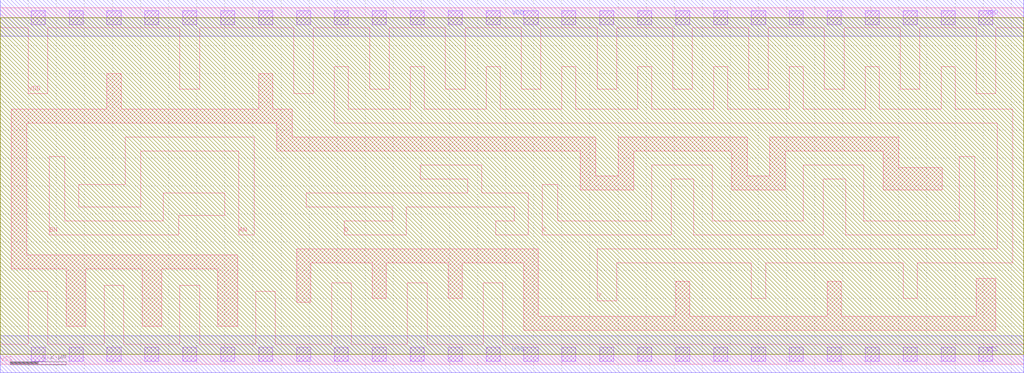
<source format=lef>
VERSION 5.8 ;
BUSBITCHARS "[]" ;

UNITS
  DATABASE MICRONS 1000 ;
END UNITS

MANUFACTURINGGRID 0.005 ;

PROPERTYDEFINITIONS
  MACRO write_qor_data STRING ;
  MACRO expanded_util REAL ;
  MACRO previous_effective_target_usage REAL ;
END PROPERTYDEFINITIONS

LAYER M1
  TYPE ROUTING ;
  DIRECTION VERTICAL ;
  PITCH 0.135 ;
  WIDTH 0.05 ;
  PROPERTY LEF58_WIDTH "WIDTH 0.05 WRONGDIRECTION ;" ;
END M1

LAYER VIA1
  TYPE CUT ;
END VIA1

LAYER M2
  TYPE ROUTING ;
  DIRECTION HORIZONTAL ;
  PITCH 0.1 ;
  WIDTH 0.05 ;
  PROPERTY LEF58_WIDTH "WIDTH 0.05 WRONGDIRECTION ;" ;
END M2

LAYER VIA2
  TYPE CUT ;
END VIA2

LAYER M3
  TYPE ROUTING ;
  DIRECTION VERTICAL ;
  PITCH 0.1 ;
  WIDTH 0.05 ;
  PROPERTY LEF58_WIDTH "WIDTH 0.05 WRONGDIRECTION ;" ;
END M3

LAYER VIA3
  TYPE CUT ;
END VIA3

LAYER M4
  TYPE ROUTING ;
  DIRECTION HORIZONTAL ;
  PITCH 0.1 ;
  WIDTH 0.05 ;
  PROPERTY LEF58_WIDTH "WIDTH 0.05 WRONGDIRECTION ;" ;
END M4

LAYER VIA4
  TYPE CUT ;
END VIA4

LAYER M5
  TYPE ROUTING ;
  DIRECTION VERTICAL ;
  PITCH 0.1 ;
  WIDTH 0.05 ;
  PROPERTY LEF58_WIDTH "WIDTH 0.05 WRONGDIRECTION ;" ;
END M5

LAYER VIA5
  TYPE CUT ;
END VIA5

LAYER M6
  TYPE ROUTING ;
  DIRECTION HORIZONTAL ;
  PITCH 0.1 ;
  WIDTH 0.05 ;
  PROPERTY LEF58_WIDTH "WIDTH 0.05 WRONGDIRECTION ;" ;
END M6

LAYER VIA6
  TYPE CUT ;
END VIA6

LAYER M7
  TYPE ROUTING ;
  DIRECTION VERTICAL ;
  PITCH 0.8 ;
  WIDTH 0.4 ;
  PROPERTY LEF58_WIDTH "WIDTH 0.4 WRONGDIRECTION ;" ;
END M7

LAYER VIA7
  TYPE CUT ;
END VIA7

LAYER M8
  TYPE ROUTING ;
  DIRECTION HORIZONTAL ;
  PITCH 0.8 ;
  WIDTH 0.4 ;
  PROPERTY LEF58_WIDTH "WIDTH 0.4 WRONGDIRECTION ;" ;
END M8

LAYER RV
  TYPE CUT ;
END RV

LAYER AP
  TYPE ROUTING ;
  DIRECTION HORIZONTAL ;
  PITCH 4 ;
  WIDTH 2 ;
  PROPERTY LEF58_WIDTH "WIDTH 2 WRONGDIRECTION ;" ;
END AP

LAYER M1_TEXT
  TYPE MASTERSLICE ;
END M1_TEXT

LAYER M2_TEXT
  TYPE MASTERSLICE ;
END M2_TEXT

LAYER M3_TEXT
  TYPE MASTERSLICE ;
END M3_TEXT

LAYER M4_TEXT
  TYPE MASTERSLICE ;
END M4_TEXT

LAYER M5_TEXT
  TYPE MASTERSLICE ;
END M5_TEXT

LAYER M6_TEXT
  TYPE MASTERSLICE ;
END M6_TEXT

LAYER M7_TEXT
  TYPE MASTERSLICE ;
END M7_TEXT

LAYER M8_TEXT
  TYPE MASTERSLICE ;
END M8_TEXT

LAYER VTL_N
  TYPE MASTERSLICE ;
END VTL_N

LAYER VTL_P
  TYPE MASTERSLICE ;
END VTL_P

LAYER VTH_N
  TYPE MASTERSLICE ;
END VTH_N

LAYER VTH_P
  TYPE MASTERSLICE ;
END VTH_P

LAYER VTUL_N
  TYPE MASTERSLICE ;
END VTUL_N

LAYER VTUL_P
  TYPE MASTERSLICE ;
END VTUL_P

LAYER UHVT_N
  TYPE MASTERSLICE ;
END UHVT_N

LAYER UHVT_P
  TYPE MASTERSLICE ;
END UHVT_P

LAYER PR
  TYPE MASTERSLICE ;
END PR

LAYER DIODEMY
  TYPE MASTERSLICE ;
END DIODEMY

LAYER TAP_MARKER
  TYPE MASTERSLICE ;
END TAP_MARKER

LAYER PM
  TYPE MASTERSLICE ;
END PM

LAYER PW
  TYPE MASTERSLICE ;
END PW

LAYER OD
  TYPE MASTERSLICE ;
END OD

LAYER NP
  TYPE MASTERSLICE ;
END NP

LAYER PP
  TYPE MASTERSLICE ;
END PP

LAYER NW
  TYPE MASTERSLICE ;
END NW

LAYER PO
  TYPE MASTERSLICE ;
END PO

LAYER CO
  TYPE MASTERSLICE ;
END CO

LAYER GB1_5
  TYPE MASTERSLICE ;
END GB1_5

LAYER OD_18
  TYPE MASTERSLICE ;
END OD_18

LAYER OD_25
  TYPE MASTERSLICE ;
END OD_25

LAYER RPO
  TYPE MASTERSLICE ;
END RPO

LAYER RODMY
  TYPE MASTERSLICE ;
END RODMY

LAYER SRM
  TYPE MASTERSLICE ;
END SRM

LAYER CB
  TYPE MASTERSLICE ;
END CB

LAYER CB2_FC
  TYPE MASTERSLICE ;
END CB2_FC

LAYER PSUB2
  TYPE MASTERSLICE ;
END PSUB2

LAYER SR_ESD
  TYPE MASTERSLICE ;
END SR_ESD

LAYER SDI
  TYPE MASTERSLICE ;
END SDI

LAYER AP_PIN
  TYPE MASTERSLICE ;
END AP_PIN

LAYER VAR
  TYPE MASTERSLICE ;
END VAR

LAYER PO_PIN
  TYPE MASTERSLICE ;
END PO_PIN

LAYER WBDMY
  TYPE MASTERSLICE ;
END WBDMY

LAYER SRAMDMY
  TYPE MASTERSLICE ;
END SRAMDMY

LAYER ESDIMP
  TYPE MASTERSLICE ;
END ESDIMP

LAYER LVSDMY
  TYPE MASTERSLICE ;
END LVSDMY

LAYER VDDDMY
  TYPE MASTERSLICE ;
END VDDDMY

LAYER IP_BASE0
  TYPE MASTERSLICE ;
END IP_BASE0

LAYER AP_TEXT_BASE0
  TYPE MASTERSLICE ;
END AP_TEXT_BASE0

LAYER RPDMY_BASE0
  TYPE MASTERSLICE ;
END RPDMY_BASE0

LAYER RPDMY_DG1_BASE0
  TYPE MASTERSLICE ;
END RPDMY_DG1_BASE0

LAYER RH_BASE0
  TYPE MASTERSLICE ;
END RH_BASE0

LAYER DMEXCL_DUMMY1_BASE0
  TYPE MASTERSLICE ;
END DMEXCL_DUMMY1_BASE0

VIA VIA1_0_30_0_30_VH_VX
  LAYER M1 ;
    RECT -0.025 -0.055 0.025 0.055 ;
  LAYER VIA1 ;
    RECT -0.025 -0.025 0.025 0.025 ;
  LAYER M2 ;
    RECT -0.055 -0.025 0.055 0.025 ;
END VIA1_0_30_0_30_VH_VX

VIA VIA1_0_30_20_20_VX_VX
  LAYER M1 ;
    RECT -0.025 -0.055 0.025 0.055 ;
  LAYER VIA1 ;
    RECT -0.025 -0.025 0.025 0.025 ;
  LAYER M2 ;
    RECT -0.045 -0.045 0.045 0.045 ;
END VIA1_0_30_20_20_VX_VX

VIA VIA1_20_20_0_30_XH_VX
  LAYER M1 ;
    RECT -0.045 -0.045 0.045 0.045 ;
  LAYER VIA1 ;
    RECT -0.025 -0.025 0.025 0.025 ;
  LAYER M2 ;
    RECT -0.055 -0.025 0.055 0.025 ;
END VIA1_20_20_0_30_XH_VX

VIA VIA1_20_20_20_20_XX_VX
  LAYER M1 ;
    RECT -0.045 -0.045 0.045 0.045 ;
  LAYER VIA1 ;
    RECT -0.025 -0.025 0.025 0.025 ;
  LAYER M2 ;
    RECT -0.045 -0.045 0.045 0.045 ;
END VIA1_20_20_20_20_XX_VX

VIA VIA1_0_30_0_30_HH_VX
  LAYER M1 ;
    RECT -0.055 -0.025 0.055 0.025 ;
  LAYER VIA1 ;
    RECT -0.025 -0.025 0.025 0.025 ;
  LAYER M2 ;
    RECT -0.055 -0.025 0.055 0.025 ;
END VIA1_0_30_0_30_HH_VX

VIA VIA1_0_30_0_30_VV_VX
  LAYER M1 ;
    RECT -0.025 -0.055 0.025 0.055 ;
  LAYER VIA1 ;
    RECT -0.025 -0.025 0.025 0.025 ;
  LAYER M2 ;
    RECT -0.025 -0.055 0.025 0.055 ;
END VIA1_0_30_0_30_VV_VX

VIA VIA1_0_30_0_30_HV_VX
  LAYER M1 ;
    RECT -0.055 -0.025 0.055 0.025 ;
  LAYER VIA1 ;
    RECT -0.025 -0.025 0.025 0.025 ;
  LAYER M2 ;
    RECT -0.025 -0.055 0.025 0.055 ;
END VIA1_0_30_0_30_HV_VX

VIA VIA1_0_30_5_30_VH_VX
  LAYER M1 ;
    RECT -0.025 -0.055 0.025 0.055 ;
  LAYER VIA1 ;
    RECT -0.025 -0.025 0.025 0.025 ;
  LAYER M2 ;
    RECT -0.055 -0.03 0.055 0.03 ;
END VIA1_0_30_5_30_VH_VX

VIA VIA1_0_30_5_30_HH_VX
  LAYER M1 ;
    RECT -0.055 -0.025 0.055 0.025 ;
  LAYER VIA1 ;
    RECT -0.025 -0.025 0.025 0.025 ;
  LAYER M2 ;
    RECT -0.055 -0.03 0.055 0.03 ;
END VIA1_0_30_5_30_HH_VX

VIA VIA1_0_30_5_30_VV_VX
  LAYER M1 ;
    RECT -0.025 -0.055 0.025 0.055 ;
  LAYER VIA1 ;
    RECT -0.025 -0.025 0.025 0.025 ;
  LAYER M2 ;
    RECT -0.03 -0.055 0.03 0.055 ;
END VIA1_0_30_5_30_VV_VX

VIA VIA1_0_30_5_30_HV_VX
  LAYER M1 ;
    RECT -0.055 -0.025 0.055 0.025 ;
  LAYER VIA1 ;
    RECT -0.025 -0.025 0.025 0.025 ;
  LAYER M2 ;
    RECT -0.03 -0.055 0.03 0.055 ;
END VIA1_0_30_5_30_HV_VX

VIA VIA1_0_30_15_30_VH_VX
  LAYER M1 ;
    RECT -0.025 -0.055 0.025 0.055 ;
  LAYER VIA1 ;
    RECT -0.025 -0.025 0.025 0.025 ;
  LAYER M2 ;
    RECT -0.055 -0.04 0.055 0.04 ;
END VIA1_0_30_15_30_VH_VX

VIA VIA1_0_30_15_30_HH_VX
  LAYER M1 ;
    RECT -0.055 -0.025 0.055 0.025 ;
  LAYER VIA1 ;
    RECT -0.025 -0.025 0.025 0.025 ;
  LAYER M2 ;
    RECT -0.055 -0.04 0.055 0.04 ;
END VIA1_0_30_15_30_HH_VX

VIA VIA1_0_30_15_30_VV_VX
  LAYER M1 ;
    RECT -0.025 -0.055 0.025 0.055 ;
  LAYER VIA1 ;
    RECT -0.025 -0.025 0.025 0.025 ;
  LAYER M2 ;
    RECT -0.04 -0.055 0.04 0.055 ;
END VIA1_0_30_15_30_VV_VX

VIA VIA1_0_30_15_30_HV_VX
  LAYER M1 ;
    RECT -0.055 -0.025 0.055 0.025 ;
  LAYER VIA1 ;
    RECT -0.025 -0.025 0.025 0.025 ;
  LAYER M2 ;
    RECT -0.04 -0.055 0.04 0.055 ;
END VIA1_0_30_15_30_HV_VX

VIA VIA1_0_40_0_40_VXRECT_H
  LAYER M1 ;
    RECT -0.105 -0.025 0.105 0.025 ;
  LAYER VIA1 ;
    RECT -0.065 -0.025 0.065 0.025 ;
  LAYER M2 ;
    RECT -0.105 -0.025 0.105 0.025 ;
END VIA1_0_40_0_40_VXRECT_H

VIA VIA1_0_40_0_40_VXRECT_V
  LAYER M1 ;
    RECT -0.025 -0.105 0.025 0.105 ;
  LAYER VIA1 ;
    RECT -0.025 -0.065 0.025 0.065 ;
  LAYER M2 ;
    RECT -0.025 -0.105 0.025 0.105 ;
END VIA1_0_40_0_40_VXRECT_V

VIA VIA1_0_40_5_40_VXRECT_H
  LAYER M1 ;
    RECT -0.105 -0.025 0.105 0.025 ;
  LAYER VIA1 ;
    RECT -0.065 -0.025 0.065 0.025 ;
  LAYER M2 ;
    RECT -0.105 -0.03 0.105 0.03 ;
END VIA1_0_40_5_40_VXRECT_H

VIA VIA1_0_40_5_40_VXRECT_V
  LAYER M1 ;
    RECT -0.025 -0.105 0.025 0.105 ;
  LAYER VIA1 ;
    RECT -0.025 -0.065 0.025 0.065 ;
  LAYER M2 ;
    RECT -0.03 -0.105 0.03 0.105 ;
END VIA1_0_40_5_40_VXRECT_V

VIA VIA1_0_40_15_40_VXRECT_H
  LAYER M1 ;
    RECT -0.105 -0.025 0.105 0.025 ;
  LAYER VIA1 ;
    RECT -0.065 -0.025 0.065 0.025 ;
  LAYER M2 ;
    RECT -0.105 -0.04 0.105 0.04 ;
END VIA1_0_40_15_40_VXRECT_H

VIA VIA1_0_40_15_40_VXRECT_V
  LAYER M1 ;
    RECT -0.025 -0.105 0.025 0.105 ;
  LAYER VIA1 ;
    RECT -0.025 -0.065 0.025 0.065 ;
  LAYER M2 ;
    RECT -0.04 -0.105 0.04 0.105 ;
END VIA1_0_40_15_40_VXRECT_V

VIA VIA1_5_30_0_30_VH_VX
  LAYER M1 ;
    RECT -0.03 -0.055 0.03 0.055 ;
  LAYER VIA1 ;
    RECT -0.025 -0.025 0.025 0.025 ;
  LAYER M2 ;
    RECT -0.055 -0.025 0.055 0.025 ;
END VIA1_5_30_0_30_VH_VX

VIA VIA1_5_30_0_30_HH_VX
  LAYER M1 ;
    RECT -0.055 -0.03 0.055 0.03 ;
  LAYER VIA1 ;
    RECT -0.025 -0.025 0.025 0.025 ;
  LAYER M2 ;
    RECT -0.055 -0.025 0.055 0.025 ;
END VIA1_5_30_0_30_HH_VX

VIA VIA1_5_30_0_30_VV_VX
  LAYER M1 ;
    RECT -0.03 -0.055 0.03 0.055 ;
  LAYER VIA1 ;
    RECT -0.025 -0.025 0.025 0.025 ;
  LAYER M2 ;
    RECT -0.025 -0.055 0.025 0.055 ;
END VIA1_5_30_0_30_VV_VX

VIA VIA1_5_30_0_30_HV_VX
  LAYER M1 ;
    RECT -0.055 -0.03 0.055 0.03 ;
  LAYER VIA1 ;
    RECT -0.025 -0.025 0.025 0.025 ;
  LAYER M2 ;
    RECT -0.025 -0.055 0.025 0.055 ;
END VIA1_5_30_0_30_HV_VX

VIA VIA1_5_30_5_30_VH_VX
  LAYER M1 ;
    RECT -0.03 -0.055 0.03 0.055 ;
  LAYER VIA1 ;
    RECT -0.025 -0.025 0.025 0.025 ;
  LAYER M2 ;
    RECT -0.055 -0.03 0.055 0.03 ;
END VIA1_5_30_5_30_VH_VX

VIA VIA1_5_30_5_30_HH_VX
  LAYER M1 ;
    RECT -0.055 -0.03 0.055 0.03 ;
  LAYER VIA1 ;
    RECT -0.025 -0.025 0.025 0.025 ;
  LAYER M2 ;
    RECT -0.055 -0.03 0.055 0.03 ;
END VIA1_5_30_5_30_HH_VX

VIA VIA1_5_30_5_30_VV_VX
  LAYER M1 ;
    RECT -0.03 -0.055 0.03 0.055 ;
  LAYER VIA1 ;
    RECT -0.025 -0.025 0.025 0.025 ;
  LAYER M2 ;
    RECT -0.03 -0.055 0.03 0.055 ;
END VIA1_5_30_5_30_VV_VX

VIA VIA1_5_30_5_30_HV_VX
  LAYER M1 ;
    RECT -0.055 -0.03 0.055 0.03 ;
  LAYER VIA1 ;
    RECT -0.025 -0.025 0.025 0.025 ;
  LAYER M2 ;
    RECT -0.03 -0.055 0.03 0.055 ;
END VIA1_5_30_5_30_HV_VX

VIA VIA1_5_30_15_30_VH_VX
  LAYER M1 ;
    RECT -0.03 -0.055 0.03 0.055 ;
  LAYER VIA1 ;
    RECT -0.025 -0.025 0.025 0.025 ;
  LAYER M2 ;
    RECT -0.055 -0.04 0.055 0.04 ;
END VIA1_5_30_15_30_VH_VX

VIA VIA1_5_30_15_30_HH_VX
  LAYER M1 ;
    RECT -0.055 -0.03 0.055 0.03 ;
  LAYER VIA1 ;
    RECT -0.025 -0.025 0.025 0.025 ;
  LAYER M2 ;
    RECT -0.055 -0.04 0.055 0.04 ;
END VIA1_5_30_15_30_HH_VX

VIA VIA1_5_30_15_30_VV_VX
  LAYER M1 ;
    RECT -0.03 -0.055 0.03 0.055 ;
  LAYER VIA1 ;
    RECT -0.025 -0.025 0.025 0.025 ;
  LAYER M2 ;
    RECT -0.04 -0.055 0.04 0.055 ;
END VIA1_5_30_15_30_VV_VX

VIA VIA1_5_30_15_30_HV_VX
  LAYER M1 ;
    RECT -0.055 -0.03 0.055 0.03 ;
  LAYER VIA1 ;
    RECT -0.025 -0.025 0.025 0.025 ;
  LAYER M2 ;
    RECT -0.04 -0.055 0.04 0.055 ;
END VIA1_5_30_15_30_HV_VX

VIA VIA1_5_40_0_40_VXRECT_H
  LAYER M1 ;
    RECT -0.105 -0.03 0.105 0.03 ;
  LAYER VIA1 ;
    RECT -0.065 -0.025 0.065 0.025 ;
  LAYER M2 ;
    RECT -0.105 -0.025 0.105 0.025 ;
END VIA1_5_40_0_40_VXRECT_H

VIA VIA1_5_40_0_40_VXRECT_V
  LAYER M1 ;
    RECT -0.03 -0.105 0.03 0.105 ;
  LAYER VIA1 ;
    RECT -0.025 -0.065 0.025 0.065 ;
  LAYER M2 ;
    RECT -0.025 -0.105 0.025 0.105 ;
END VIA1_5_40_0_40_VXRECT_V

VIA VIA1_5_40_5_40_VXRECT_H
  LAYER M1 ;
    RECT -0.105 -0.03 0.105 0.03 ;
  LAYER VIA1 ;
    RECT -0.065 -0.025 0.065 0.025 ;
  LAYER M2 ;
    RECT -0.105 -0.03 0.105 0.03 ;
END VIA1_5_40_5_40_VXRECT_H

VIA VIA1_5_40_5_40_VXRECT_V
  LAYER M1 ;
    RECT -0.03 -0.105 0.03 0.105 ;
  LAYER VIA1 ;
    RECT -0.025 -0.065 0.025 0.065 ;
  LAYER M2 ;
    RECT -0.03 -0.105 0.03 0.105 ;
END VIA1_5_40_5_40_VXRECT_V

VIA VIA1_5_40_15_40_VXRECT_H
  LAYER M1 ;
    RECT -0.105 -0.03 0.105 0.03 ;
  LAYER VIA1 ;
    RECT -0.065 -0.025 0.065 0.025 ;
  LAYER M2 ;
    RECT -0.105 -0.04 0.105 0.04 ;
END VIA1_5_40_15_40_VXRECT_H

VIA VIA1_5_40_15_40_VXRECT_V
  LAYER M1 ;
    RECT -0.03 -0.105 0.03 0.105 ;
  LAYER VIA1 ;
    RECT -0.025 -0.065 0.025 0.065 ;
  LAYER M2 ;
    RECT -0.04 -0.105 0.04 0.105 ;
END VIA1_5_40_15_40_VXRECT_V

VIA VIA1_15_30_0_30_VH_VX
  LAYER M1 ;
    RECT -0.04 -0.055 0.04 0.055 ;
  LAYER VIA1 ;
    RECT -0.025 -0.025 0.025 0.025 ;
  LAYER M2 ;
    RECT -0.055 -0.025 0.055 0.025 ;
END VIA1_15_30_0_30_VH_VX

VIA VIA1_15_30_0_30_HH_VX
  LAYER M1 ;
    RECT -0.055 -0.04 0.055 0.04 ;
  LAYER VIA1 ;
    RECT -0.025 -0.025 0.025 0.025 ;
  LAYER M2 ;
    RECT -0.055 -0.025 0.055 0.025 ;
END VIA1_15_30_0_30_HH_VX

VIA VIA1_15_30_0_30_VV_VX
  LAYER M1 ;
    RECT -0.04 -0.055 0.04 0.055 ;
  LAYER VIA1 ;
    RECT -0.025 -0.025 0.025 0.025 ;
  LAYER M2 ;
    RECT -0.025 -0.055 0.025 0.055 ;
END VIA1_15_30_0_30_VV_VX

VIA VIA1_15_30_0_30_HV_VX
  LAYER M1 ;
    RECT -0.055 -0.04 0.055 0.04 ;
  LAYER VIA1 ;
    RECT -0.025 -0.025 0.025 0.025 ;
  LAYER M2 ;
    RECT -0.025 -0.055 0.025 0.055 ;
END VIA1_15_30_0_30_HV_VX

VIA VIA1_15_30_5_30_VH_VX
  LAYER M1 ;
    RECT -0.04 -0.055 0.04 0.055 ;
  LAYER VIA1 ;
    RECT -0.025 -0.025 0.025 0.025 ;
  LAYER M2 ;
    RECT -0.055 -0.03 0.055 0.03 ;
END VIA1_15_30_5_30_VH_VX

VIA VIA1_15_30_5_30_HH_VX
  LAYER M1 ;
    RECT -0.055 -0.04 0.055 0.04 ;
  LAYER VIA1 ;
    RECT -0.025 -0.025 0.025 0.025 ;
  LAYER M2 ;
    RECT -0.055 -0.03 0.055 0.03 ;
END VIA1_15_30_5_30_HH_VX

VIA VIA1_15_30_5_30_VV_VX
  LAYER M1 ;
    RECT -0.04 -0.055 0.04 0.055 ;
  LAYER VIA1 ;
    RECT -0.025 -0.025 0.025 0.025 ;
  LAYER M2 ;
    RECT -0.03 -0.055 0.03 0.055 ;
END VIA1_15_30_5_30_VV_VX

VIA VIA1_15_30_5_30_HV_VX
  LAYER M1 ;
    RECT -0.055 -0.04 0.055 0.04 ;
  LAYER VIA1 ;
    RECT -0.025 -0.025 0.025 0.025 ;
  LAYER M2 ;
    RECT -0.03 -0.055 0.03 0.055 ;
END VIA1_15_30_5_30_HV_VX

VIA VIA1_15_30_15_30_VH_VX
  LAYER M1 ;
    RECT -0.04 -0.055 0.04 0.055 ;
  LAYER VIA1 ;
    RECT -0.025 -0.025 0.025 0.025 ;
  LAYER M2 ;
    RECT -0.055 -0.04 0.055 0.04 ;
END VIA1_15_30_15_30_VH_VX

VIA VIA1_15_30_15_30_HH_VX
  LAYER M1 ;
    RECT -0.055 -0.04 0.055 0.04 ;
  LAYER VIA1 ;
    RECT -0.025 -0.025 0.025 0.025 ;
  LAYER M2 ;
    RECT -0.055 -0.04 0.055 0.04 ;
END VIA1_15_30_15_30_HH_VX

VIA VIA1_15_30_15_30_VV_VX
  LAYER M1 ;
    RECT -0.04 -0.055 0.04 0.055 ;
  LAYER VIA1 ;
    RECT -0.025 -0.025 0.025 0.025 ;
  LAYER M2 ;
    RECT -0.04 -0.055 0.04 0.055 ;
END VIA1_15_30_15_30_VV_VX

VIA VIA1_15_30_15_30_HV_VX
  LAYER M1 ;
    RECT -0.055 -0.04 0.055 0.04 ;
  LAYER VIA1 ;
    RECT -0.025 -0.025 0.025 0.025 ;
  LAYER M2 ;
    RECT -0.04 -0.055 0.04 0.055 ;
END VIA1_15_30_15_30_HV_VX

VIA VIA1_15_40_0_40_VXRECT_H
  LAYER M1 ;
    RECT -0.105 -0.04 0.105 0.04 ;
  LAYER VIA1 ;
    RECT -0.065 -0.025 0.065 0.025 ;
  LAYER M2 ;
    RECT -0.105 -0.025 0.105 0.025 ;
END VIA1_15_40_0_40_VXRECT_H

VIA VIA1_15_40_0_40_VXRECT_V
  LAYER M1 ;
    RECT -0.04 -0.105 0.04 0.105 ;
  LAYER VIA1 ;
    RECT -0.025 -0.065 0.025 0.065 ;
  LAYER M2 ;
    RECT -0.025 -0.105 0.025 0.105 ;
END VIA1_15_40_0_40_VXRECT_V

VIA VIA1_15_40_5_40_VXRECT_H
  LAYER M1 ;
    RECT -0.105 -0.04 0.105 0.04 ;
  LAYER VIA1 ;
    RECT -0.065 -0.025 0.065 0.025 ;
  LAYER M2 ;
    RECT -0.105 -0.03 0.105 0.03 ;
END VIA1_15_40_5_40_VXRECT_H

VIA VIA1_15_40_5_40_VXRECT_V
  LAYER M1 ;
    RECT -0.04 -0.105 0.04 0.105 ;
  LAYER VIA1 ;
    RECT -0.025 -0.065 0.025 0.065 ;
  LAYER M2 ;
    RECT -0.03 -0.105 0.03 0.105 ;
END VIA1_15_40_5_40_VXRECT_V

VIA VIA1_15_40_15_40_VXRECT_H
  LAYER M1 ;
    RECT -0.105 -0.04 0.105 0.04 ;
  LAYER VIA1 ;
    RECT -0.065 -0.025 0.065 0.025 ;
  LAYER M2 ;
    RECT -0.105 -0.04 0.105 0.04 ;
END VIA1_15_40_15_40_VXRECT_H

VIA VIA1_15_40_15_40_VXRECT_V
  LAYER M1 ;
    RECT -0.04 -0.105 0.04 0.105 ;
  LAYER VIA1 ;
    RECT -0.025 -0.065 0.025 0.065 ;
  LAYER M2 ;
    RECT -0.04 -0.105 0.04 0.105 ;
END VIA1_15_40_15_40_VXRECT_V

VIA VIA2_0_30_0_30_HV_VX
  LAYER M2 ;
    RECT -0.055 -0.025 0.055 0.025 ;
  LAYER VIA2 ;
    RECT -0.025 -0.025 0.025 0.025 ;
  LAYER M3 ;
    RECT -0.025 -0.055 0.025 0.055 ;
END VIA2_0_30_0_30_HV_VX

VIA VIA2_0_30_0_30_VV_VX
  LAYER M2 ;
    RECT -0.025 -0.055 0.025 0.055 ;
  LAYER VIA2 ;
    RECT -0.025 -0.025 0.025 0.025 ;
  LAYER M3 ;
    RECT -0.025 -0.055 0.025 0.055 ;
END VIA2_0_30_0_30_VV_VX

VIA VIA2_0_30_0_30_HH_VX
  LAYER M2 ;
    RECT -0.055 -0.025 0.055 0.025 ;
  LAYER VIA2 ;
    RECT -0.025 -0.025 0.025 0.025 ;
  LAYER M3 ;
    RECT -0.055 -0.025 0.055 0.025 ;
END VIA2_0_30_0_30_HH_VX

VIA VIA2_0_30_0_30_VH_VX
  LAYER M2 ;
    RECT -0.025 -0.055 0.025 0.055 ;
  LAYER VIA2 ;
    RECT -0.025 -0.025 0.025 0.025 ;
  LAYER M3 ;
    RECT -0.055 -0.025 0.055 0.025 ;
END VIA2_0_30_0_30_VH_VX

VIA VIA2_0_30_5_30_HV_VX
  LAYER M2 ;
    RECT -0.055 -0.025 0.055 0.025 ;
  LAYER VIA2 ;
    RECT -0.025 -0.025 0.025 0.025 ;
  LAYER M3 ;
    RECT -0.03 -0.055 0.03 0.055 ;
END VIA2_0_30_5_30_HV_VX

VIA VIA2_0_30_5_30_VV_VX
  LAYER M2 ;
    RECT -0.025 -0.055 0.025 0.055 ;
  LAYER VIA2 ;
    RECT -0.025 -0.025 0.025 0.025 ;
  LAYER M3 ;
    RECT -0.03 -0.055 0.03 0.055 ;
END VIA2_0_30_5_30_VV_VX

VIA VIA2_0_30_5_30_HH_VX
  LAYER M2 ;
    RECT -0.055 -0.025 0.055 0.025 ;
  LAYER VIA2 ;
    RECT -0.025 -0.025 0.025 0.025 ;
  LAYER M3 ;
    RECT -0.055 -0.03 0.055 0.03 ;
END VIA2_0_30_5_30_HH_VX

VIA VIA2_0_30_5_30_VH_VX
  LAYER M2 ;
    RECT -0.025 -0.055 0.025 0.055 ;
  LAYER VIA2 ;
    RECT -0.025 -0.025 0.025 0.025 ;
  LAYER M3 ;
    RECT -0.055 -0.03 0.055 0.03 ;
END VIA2_0_30_5_30_VH_VX

VIA VIA2_0_30_15_30_HV_VX
  LAYER M2 ;
    RECT -0.055 -0.025 0.055 0.025 ;
  LAYER VIA2 ;
    RECT -0.025 -0.025 0.025 0.025 ;
  LAYER M3 ;
    RECT -0.04 -0.055 0.04 0.055 ;
END VIA2_0_30_15_30_HV_VX

VIA VIA2_0_30_15_30_VV_VX
  LAYER M2 ;
    RECT -0.025 -0.055 0.025 0.055 ;
  LAYER VIA2 ;
    RECT -0.025 -0.025 0.025 0.025 ;
  LAYER M3 ;
    RECT -0.04 -0.055 0.04 0.055 ;
END VIA2_0_30_15_30_VV_VX

VIA VIA2_0_30_15_30_HH_VX
  LAYER M2 ;
    RECT -0.055 -0.025 0.055 0.025 ;
  LAYER VIA2 ;
    RECT -0.025 -0.025 0.025 0.025 ;
  LAYER M3 ;
    RECT -0.055 -0.04 0.055 0.04 ;
END VIA2_0_30_15_30_HH_VX

VIA VIA2_0_30_15_30_VH_VX
  LAYER M2 ;
    RECT -0.025 -0.055 0.025 0.055 ;
  LAYER VIA2 ;
    RECT -0.025 -0.025 0.025 0.025 ;
  LAYER M3 ;
    RECT -0.055 -0.04 0.055 0.04 ;
END VIA2_0_30_15_30_VH_VX

VIA VIA2_30_10_30_10_VXRECT_H
  LAYER M2 ;
    RECT -0.075 -0.055 0.075 0.055 ;
  LAYER VIA2 ;
    RECT -0.065 -0.025 0.065 0.025 ;
  LAYER M3 ;
    RECT -0.075 -0.055 0.075 0.055 ;
END VIA2_30_10_30_10_VXRECT_H

VIA VIA2_30_10_30_10_VXRECT_V
  LAYER M2 ;
    RECT -0.055 -0.075 0.055 0.075 ;
  LAYER VIA2 ;
    RECT -0.025 -0.065 0.025 0.065 ;
  LAYER M3 ;
    RECT -0.055 -0.075 0.055 0.075 ;
END VIA2_30_10_30_10_VXRECT_V

VIA VIA2_0_40_0_40_VXRECT_H
  LAYER M2 ;
    RECT -0.105 -0.025 0.105 0.025 ;
  LAYER VIA2 ;
    RECT -0.065 -0.025 0.065 0.025 ;
  LAYER M3 ;
    RECT -0.105 -0.025 0.105 0.025 ;
END VIA2_0_40_0_40_VXRECT_H

VIA VIA2_0_40_0_40_VXRECT_V
  LAYER M2 ;
    RECT -0.025 -0.105 0.025 0.105 ;
  LAYER VIA2 ;
    RECT -0.025 -0.065 0.025 0.065 ;
  LAYER M3 ;
    RECT -0.025 -0.105 0.025 0.105 ;
END VIA2_0_40_0_40_VXRECT_V

VIA VIA2_0_40_5_40_VXRECT_H
  LAYER M2 ;
    RECT -0.105 -0.025 0.105 0.025 ;
  LAYER VIA2 ;
    RECT -0.065 -0.025 0.065 0.025 ;
  LAYER M3 ;
    RECT -0.105 -0.03 0.105 0.03 ;
END VIA2_0_40_5_40_VXRECT_H

VIA VIA2_0_40_5_40_VXRECT_V
  LAYER M2 ;
    RECT -0.025 -0.105 0.025 0.105 ;
  LAYER VIA2 ;
    RECT -0.025 -0.065 0.025 0.065 ;
  LAYER M3 ;
    RECT -0.03 -0.105 0.03 0.105 ;
END VIA2_0_40_5_40_VXRECT_V

VIA VIA2_0_40_15_40_VXRECT_H
  LAYER M2 ;
    RECT -0.105 -0.025 0.105 0.025 ;
  LAYER VIA2 ;
    RECT -0.065 -0.025 0.065 0.025 ;
  LAYER M3 ;
    RECT -0.105 -0.04 0.105 0.04 ;
END VIA2_0_40_15_40_VXRECT_H

VIA VIA2_0_40_15_40_VXRECT_V
  LAYER M2 ;
    RECT -0.025 -0.105 0.025 0.105 ;
  LAYER VIA2 ;
    RECT -0.025 -0.065 0.025 0.065 ;
  LAYER M3 ;
    RECT -0.04 -0.105 0.04 0.105 ;
END VIA2_0_40_15_40_VXRECT_V

VIA VIA2_5_30_0_30_HV_VX
  LAYER M2 ;
    RECT -0.055 -0.03 0.055 0.03 ;
  LAYER VIA2 ;
    RECT -0.025 -0.025 0.025 0.025 ;
  LAYER M3 ;
    RECT -0.025 -0.055 0.025 0.055 ;
END VIA2_5_30_0_30_HV_VX

VIA VIA2_5_30_0_30_VV_VX
  LAYER M2 ;
    RECT -0.03 -0.055 0.03 0.055 ;
  LAYER VIA2 ;
    RECT -0.025 -0.025 0.025 0.025 ;
  LAYER M3 ;
    RECT -0.025 -0.055 0.025 0.055 ;
END VIA2_5_30_0_30_VV_VX

VIA VIA2_5_30_0_30_HH_VX
  LAYER M2 ;
    RECT -0.055 -0.03 0.055 0.03 ;
  LAYER VIA2 ;
    RECT -0.025 -0.025 0.025 0.025 ;
  LAYER M3 ;
    RECT -0.055 -0.025 0.055 0.025 ;
END VIA2_5_30_0_30_HH_VX

VIA VIA2_5_30_0_30_VH_VX
  LAYER M2 ;
    RECT -0.03 -0.055 0.03 0.055 ;
  LAYER VIA2 ;
    RECT -0.025 -0.025 0.025 0.025 ;
  LAYER M3 ;
    RECT -0.055 -0.025 0.055 0.025 ;
END VIA2_5_30_0_30_VH_VX

VIA VIA2_5_30_5_30_HV_VX
  LAYER M2 ;
    RECT -0.055 -0.03 0.055 0.03 ;
  LAYER VIA2 ;
    RECT -0.025 -0.025 0.025 0.025 ;
  LAYER M3 ;
    RECT -0.03 -0.055 0.03 0.055 ;
END VIA2_5_30_5_30_HV_VX

VIA VIA2_5_30_5_30_VV_VX
  LAYER M2 ;
    RECT -0.03 -0.055 0.03 0.055 ;
  LAYER VIA2 ;
    RECT -0.025 -0.025 0.025 0.025 ;
  LAYER M3 ;
    RECT -0.03 -0.055 0.03 0.055 ;
END VIA2_5_30_5_30_VV_VX

VIA VIA2_5_30_5_30_HH_VX
  LAYER M2 ;
    RECT -0.055 -0.03 0.055 0.03 ;
  LAYER VIA2 ;
    RECT -0.025 -0.025 0.025 0.025 ;
  LAYER M3 ;
    RECT -0.055 -0.03 0.055 0.03 ;
END VIA2_5_30_5_30_HH_VX

VIA VIA2_5_30_5_30_VH_VX
  LAYER M2 ;
    RECT -0.03 -0.055 0.03 0.055 ;
  LAYER VIA2 ;
    RECT -0.025 -0.025 0.025 0.025 ;
  LAYER M3 ;
    RECT -0.055 -0.03 0.055 0.03 ;
END VIA2_5_30_5_30_VH_VX

VIA VIA2_5_30_15_30_HV_VX
  LAYER M2 ;
    RECT -0.055 -0.03 0.055 0.03 ;
  LAYER VIA2 ;
    RECT -0.025 -0.025 0.025 0.025 ;
  LAYER M3 ;
    RECT -0.04 -0.055 0.04 0.055 ;
END VIA2_5_30_15_30_HV_VX

VIA VIA2_5_30_15_30_VV_VX
  LAYER M2 ;
    RECT -0.03 -0.055 0.03 0.055 ;
  LAYER VIA2 ;
    RECT -0.025 -0.025 0.025 0.025 ;
  LAYER M3 ;
    RECT -0.04 -0.055 0.04 0.055 ;
END VIA2_5_30_15_30_VV_VX

VIA VIA2_5_30_15_30_HH_VX
  LAYER M2 ;
    RECT -0.055 -0.03 0.055 0.03 ;
  LAYER VIA2 ;
    RECT -0.025 -0.025 0.025 0.025 ;
  LAYER M3 ;
    RECT -0.055 -0.04 0.055 0.04 ;
END VIA2_5_30_15_30_HH_VX

VIA VIA2_5_30_15_30_VH_VX
  LAYER M2 ;
    RECT -0.03 -0.055 0.03 0.055 ;
  LAYER VIA2 ;
    RECT -0.025 -0.025 0.025 0.025 ;
  LAYER M3 ;
    RECT -0.055 -0.04 0.055 0.04 ;
END VIA2_5_30_15_30_VH_VX

VIA VIA2_5_40_0_40_VXRECT_H
  LAYER M2 ;
    RECT -0.105 -0.03 0.105 0.03 ;
  LAYER VIA2 ;
    RECT -0.065 -0.025 0.065 0.025 ;
  LAYER M3 ;
    RECT -0.105 -0.025 0.105 0.025 ;
END VIA2_5_40_0_40_VXRECT_H

VIA VIA2_5_40_0_40_VXRECT_V
  LAYER M2 ;
    RECT -0.03 -0.105 0.03 0.105 ;
  LAYER VIA2 ;
    RECT -0.025 -0.065 0.025 0.065 ;
  LAYER M3 ;
    RECT -0.025 -0.105 0.025 0.105 ;
END VIA2_5_40_0_40_VXRECT_V

VIA VIA2_5_40_5_40_VXRECT_H
  LAYER M2 ;
    RECT -0.105 -0.03 0.105 0.03 ;
  LAYER VIA2 ;
    RECT -0.065 -0.025 0.065 0.025 ;
  LAYER M3 ;
    RECT -0.105 -0.03 0.105 0.03 ;
END VIA2_5_40_5_40_VXRECT_H

VIA VIA2_5_40_5_40_VXRECT_V
  LAYER M2 ;
    RECT -0.03 -0.105 0.03 0.105 ;
  LAYER VIA2 ;
    RECT -0.025 -0.065 0.025 0.065 ;
  LAYER M3 ;
    RECT -0.03 -0.105 0.03 0.105 ;
END VIA2_5_40_5_40_VXRECT_V

VIA VIA2_5_40_15_40_VXRECT_H
  LAYER M2 ;
    RECT -0.105 -0.03 0.105 0.03 ;
  LAYER VIA2 ;
    RECT -0.065 -0.025 0.065 0.025 ;
  LAYER M3 ;
    RECT -0.105 -0.04 0.105 0.04 ;
END VIA2_5_40_15_40_VXRECT_H

VIA VIA2_5_40_15_40_VXRECT_V
  LAYER M2 ;
    RECT -0.03 -0.105 0.03 0.105 ;
  LAYER VIA2 ;
    RECT -0.025 -0.065 0.025 0.065 ;
  LAYER M3 ;
    RECT -0.04 -0.105 0.04 0.105 ;
END VIA2_5_40_15_40_VXRECT_V

VIA VIA2_15_30_0_30_HV_VX
  LAYER M2 ;
    RECT -0.055 -0.04 0.055 0.04 ;
  LAYER VIA2 ;
    RECT -0.025 -0.025 0.025 0.025 ;
  LAYER M3 ;
    RECT -0.025 -0.055 0.025 0.055 ;
END VIA2_15_30_0_30_HV_VX

VIA VIA2_15_30_0_30_VV_VX
  LAYER M2 ;
    RECT -0.04 -0.055 0.04 0.055 ;
  LAYER VIA2 ;
    RECT -0.025 -0.025 0.025 0.025 ;
  LAYER M3 ;
    RECT -0.025 -0.055 0.025 0.055 ;
END VIA2_15_30_0_30_VV_VX

VIA VIA2_15_30_0_30_HH_VX
  LAYER M2 ;
    RECT -0.055 -0.04 0.055 0.04 ;
  LAYER VIA2 ;
    RECT -0.025 -0.025 0.025 0.025 ;
  LAYER M3 ;
    RECT -0.055 -0.025 0.055 0.025 ;
END VIA2_15_30_0_30_HH_VX

VIA VIA2_15_30_0_30_VH_VX
  LAYER M2 ;
    RECT -0.04 -0.055 0.04 0.055 ;
  LAYER VIA2 ;
    RECT -0.025 -0.025 0.025 0.025 ;
  LAYER M3 ;
    RECT -0.055 -0.025 0.055 0.025 ;
END VIA2_15_30_0_30_VH_VX

VIA VIA2_15_30_5_30_HV_VX
  LAYER M2 ;
    RECT -0.055 -0.04 0.055 0.04 ;
  LAYER VIA2 ;
    RECT -0.025 -0.025 0.025 0.025 ;
  LAYER M3 ;
    RECT -0.03 -0.055 0.03 0.055 ;
END VIA2_15_30_5_30_HV_VX

VIA VIA2_15_30_5_30_VV_VX
  LAYER M2 ;
    RECT -0.04 -0.055 0.04 0.055 ;
  LAYER VIA2 ;
    RECT -0.025 -0.025 0.025 0.025 ;
  LAYER M3 ;
    RECT -0.03 -0.055 0.03 0.055 ;
END VIA2_15_30_5_30_VV_VX

VIA VIA2_15_30_5_30_HH_VX
  LAYER M2 ;
    RECT -0.055 -0.04 0.055 0.04 ;
  LAYER VIA2 ;
    RECT -0.025 -0.025 0.025 0.025 ;
  LAYER M3 ;
    RECT -0.055 -0.03 0.055 0.03 ;
END VIA2_15_30_5_30_HH_VX

VIA VIA2_15_30_5_30_VH_VX
  LAYER M2 ;
    RECT -0.04 -0.055 0.04 0.055 ;
  LAYER VIA2 ;
    RECT -0.025 -0.025 0.025 0.025 ;
  LAYER M3 ;
    RECT -0.055 -0.03 0.055 0.03 ;
END VIA2_15_30_5_30_VH_VX

VIA VIA2_15_30_15_30_HV_VX
  LAYER M2 ;
    RECT -0.055 -0.04 0.055 0.04 ;
  LAYER VIA2 ;
    RECT -0.025 -0.025 0.025 0.025 ;
  LAYER M3 ;
    RECT -0.04 -0.055 0.04 0.055 ;
END VIA2_15_30_15_30_HV_VX

VIA VIA2_15_30_15_30_VV_VX
  LAYER M2 ;
    RECT -0.04 -0.055 0.04 0.055 ;
  LAYER VIA2 ;
    RECT -0.025 -0.025 0.025 0.025 ;
  LAYER M3 ;
    RECT -0.04 -0.055 0.04 0.055 ;
END VIA2_15_30_15_30_VV_VX

VIA VIA2_15_30_15_30_HH_VX
  LAYER M2 ;
    RECT -0.055 -0.04 0.055 0.04 ;
  LAYER VIA2 ;
    RECT -0.025 -0.025 0.025 0.025 ;
  LAYER M3 ;
    RECT -0.055 -0.04 0.055 0.04 ;
END VIA2_15_30_15_30_HH_VX

VIA VIA2_15_30_15_30_VH_VX
  LAYER M2 ;
    RECT -0.04 -0.055 0.04 0.055 ;
  LAYER VIA2 ;
    RECT -0.025 -0.025 0.025 0.025 ;
  LAYER M3 ;
    RECT -0.055 -0.04 0.055 0.04 ;
END VIA2_15_30_15_30_VH_VX

VIA VIA2_15_40_0_40_VXRECT_H
  LAYER M2 ;
    RECT -0.105 -0.04 0.105 0.04 ;
  LAYER VIA2 ;
    RECT -0.065 -0.025 0.065 0.025 ;
  LAYER M3 ;
    RECT -0.105 -0.025 0.105 0.025 ;
END VIA2_15_40_0_40_VXRECT_H

VIA VIA2_15_40_0_40_VXRECT_V
  LAYER M2 ;
    RECT -0.04 -0.105 0.04 0.105 ;
  LAYER VIA2 ;
    RECT -0.025 -0.065 0.025 0.065 ;
  LAYER M3 ;
    RECT -0.025 -0.105 0.025 0.105 ;
END VIA2_15_40_0_40_VXRECT_V

VIA VIA2_15_40_5_40_VXRECT_H
  LAYER M2 ;
    RECT -0.105 -0.04 0.105 0.04 ;
  LAYER VIA2 ;
    RECT -0.065 -0.025 0.065 0.025 ;
  LAYER M3 ;
    RECT -0.105 -0.03 0.105 0.03 ;
END VIA2_15_40_5_40_VXRECT_H

VIA VIA2_15_40_5_40_VXRECT_V
  LAYER M2 ;
    RECT -0.04 -0.105 0.04 0.105 ;
  LAYER VIA2 ;
    RECT -0.025 -0.065 0.025 0.065 ;
  LAYER M3 ;
    RECT -0.03 -0.105 0.03 0.105 ;
END VIA2_15_40_5_40_VXRECT_V

VIA VIA2_15_40_15_40_VXRECT_H
  LAYER M2 ;
    RECT -0.105 -0.04 0.105 0.04 ;
  LAYER VIA2 ;
    RECT -0.065 -0.025 0.065 0.025 ;
  LAYER M3 ;
    RECT -0.105 -0.04 0.105 0.04 ;
END VIA2_15_40_15_40_VXRECT_H

VIA VIA2_15_40_15_40_VXRECT_V
  LAYER M2 ;
    RECT -0.04 -0.105 0.04 0.105 ;
  LAYER VIA2 ;
    RECT -0.025 -0.065 0.025 0.065 ;
  LAYER M3 ;
    RECT -0.04 -0.105 0.04 0.105 ;
END VIA2_15_40_15_40_VXRECT_V

VIA VIA3_0_30_0_30_VH_VX
  LAYER M3 ;
    RECT -0.025 -0.055 0.025 0.055 ;
  LAYER VIA3 ;
    RECT -0.025 -0.025 0.025 0.025 ;
  LAYER M4 ;
    RECT -0.055 -0.025 0.055 0.025 ;
END VIA3_0_30_0_30_VH_VX

VIA VIA3_0_30_0_30_HH_VX
  LAYER M3 ;
    RECT -0.055 -0.025 0.055 0.025 ;
  LAYER VIA3 ;
    RECT -0.025 -0.025 0.025 0.025 ;
  LAYER M4 ;
    RECT -0.055 -0.025 0.055 0.025 ;
END VIA3_0_30_0_30_HH_VX

VIA VIA3_0_30_5_30_VH_VX
  LAYER M3 ;
    RECT -0.025 -0.055 0.025 0.055 ;
  LAYER VIA3 ;
    RECT -0.025 -0.025 0.025 0.025 ;
  LAYER M4 ;
    RECT -0.055 -0.03 0.055 0.03 ;
END VIA3_0_30_5_30_VH_VX

VIA VIA3_0_30_5_30_HH_VX
  LAYER M3 ;
    RECT -0.055 -0.025 0.055 0.025 ;
  LAYER VIA3 ;
    RECT -0.025 -0.025 0.025 0.025 ;
  LAYER M4 ;
    RECT -0.055 -0.03 0.055 0.03 ;
END VIA3_0_30_5_30_HH_VX

VIA VIA3_0_30_15_30_VH_VX
  LAYER M3 ;
    RECT -0.025 -0.055 0.025 0.055 ;
  LAYER VIA3 ;
    RECT -0.025 -0.025 0.025 0.025 ;
  LAYER M4 ;
    RECT -0.055 -0.04 0.055 0.04 ;
END VIA3_0_30_15_30_VH_VX

VIA VIA3_0_30_15_30_HH_VX
  LAYER M3 ;
    RECT -0.055 -0.025 0.055 0.025 ;
  LAYER VIA3 ;
    RECT -0.025 -0.025 0.025 0.025 ;
  LAYER M4 ;
    RECT -0.055 -0.04 0.055 0.04 ;
END VIA3_0_30_15_30_HH_VX

VIA VIA3_0_40_0_40_VXRECT_H
  LAYER M3 ;
    RECT -0.105 -0.025 0.105 0.025 ;
  LAYER VIA3 ;
    RECT -0.065 -0.025 0.065 0.025 ;
  LAYER M4 ;
    RECT -0.105 -0.025 0.105 0.025 ;
END VIA3_0_40_0_40_VXRECT_H

VIA VIA3_0_40_0_40_VXRECT_V
  LAYER M3 ;
    RECT -0.025 -0.105 0.025 0.105 ;
  LAYER VIA3 ;
    RECT -0.025 -0.065 0.025 0.065 ;
  LAYER M4 ;
    RECT -0.025 -0.105 0.025 0.105 ;
END VIA3_0_40_0_40_VXRECT_V

VIA VIA3_30_10_30_10_VXRECT_H
  LAYER M3 ;
    RECT -0.075 -0.055 0.075 0.055 ;
  LAYER VIA3 ;
    RECT -0.065 -0.025 0.065 0.025 ;
  LAYER M4 ;
    RECT -0.075 -0.055 0.075 0.055 ;
END VIA3_30_10_30_10_VXRECT_H

VIA VIA3_30_10_30_10_VXRECT_V
  LAYER M3 ;
    RECT -0.055 -0.075 0.055 0.075 ;
  LAYER VIA3 ;
    RECT -0.025 -0.065 0.025 0.065 ;
  LAYER M4 ;
    RECT -0.055 -0.075 0.055 0.075 ;
END VIA3_30_10_30_10_VXRECT_V

VIA VIA3_0_40_5_40_VXRECT_H
  LAYER M3 ;
    RECT -0.105 -0.025 0.105 0.025 ;
  LAYER VIA3 ;
    RECT -0.065 -0.025 0.065 0.025 ;
  LAYER M4 ;
    RECT -0.105 -0.03 0.105 0.03 ;
END VIA3_0_40_5_40_VXRECT_H

VIA VIA3_0_40_5_40_VXRECT_V
  LAYER M3 ;
    RECT -0.025 -0.105 0.025 0.105 ;
  LAYER VIA3 ;
    RECT -0.025 -0.065 0.025 0.065 ;
  LAYER M4 ;
    RECT -0.03 -0.105 0.03 0.105 ;
END VIA3_0_40_5_40_VXRECT_V

VIA VIA3_0_40_15_40_VXRECT_H
  LAYER M3 ;
    RECT -0.105 -0.025 0.105 0.025 ;
  LAYER VIA3 ;
    RECT -0.065 -0.025 0.065 0.025 ;
  LAYER M4 ;
    RECT -0.105 -0.04 0.105 0.04 ;
END VIA3_0_40_15_40_VXRECT_H

VIA VIA3_0_40_15_40_VXRECT_V
  LAYER M3 ;
    RECT -0.025 -0.105 0.025 0.105 ;
  LAYER VIA3 ;
    RECT -0.025 -0.065 0.025 0.065 ;
  LAYER M4 ;
    RECT -0.04 -0.105 0.04 0.105 ;
END VIA3_0_40_15_40_VXRECT_V

VIA VIA3_5_30_0_30_VH_VX
  LAYER M3 ;
    RECT -0.03 -0.055 0.03 0.055 ;
  LAYER VIA3 ;
    RECT -0.025 -0.025 0.025 0.025 ;
  LAYER M4 ;
    RECT -0.055 -0.025 0.055 0.025 ;
END VIA3_5_30_0_30_VH_VX

VIA VIA3_5_30_0_30_HH_VX
  LAYER M3 ;
    RECT -0.055 -0.03 0.055 0.03 ;
  LAYER VIA3 ;
    RECT -0.025 -0.025 0.025 0.025 ;
  LAYER M4 ;
    RECT -0.055 -0.025 0.055 0.025 ;
END VIA3_5_30_0_30_HH_VX

VIA VIA3_5_30_5_30_VH_VX
  LAYER M3 ;
    RECT -0.03 -0.055 0.03 0.055 ;
  LAYER VIA3 ;
    RECT -0.025 -0.025 0.025 0.025 ;
  LAYER M4 ;
    RECT -0.055 -0.03 0.055 0.03 ;
END VIA3_5_30_5_30_VH_VX

VIA VIA3_5_30_5_30_HH_VX
  LAYER M3 ;
    RECT -0.055 -0.03 0.055 0.03 ;
  LAYER VIA3 ;
    RECT -0.025 -0.025 0.025 0.025 ;
  LAYER M4 ;
    RECT -0.055 -0.03 0.055 0.03 ;
END VIA3_5_30_5_30_HH_VX

VIA VIA3_5_30_15_30_VH_VX
  LAYER M3 ;
    RECT -0.03 -0.055 0.03 0.055 ;
  LAYER VIA3 ;
    RECT -0.025 -0.025 0.025 0.025 ;
  LAYER M4 ;
    RECT -0.055 -0.04 0.055 0.04 ;
END VIA3_5_30_15_30_VH_VX

VIA VIA3_5_30_15_30_HH_VX
  LAYER M3 ;
    RECT -0.055 -0.03 0.055 0.03 ;
  LAYER VIA3 ;
    RECT -0.025 -0.025 0.025 0.025 ;
  LAYER M4 ;
    RECT -0.055 -0.04 0.055 0.04 ;
END VIA3_5_30_15_30_HH_VX

VIA VIA3_5_40_0_40_VXRECT_H
  LAYER M3 ;
    RECT -0.105 -0.03 0.105 0.03 ;
  LAYER VIA3 ;
    RECT -0.065 -0.025 0.065 0.025 ;
  LAYER M4 ;
    RECT -0.105 -0.025 0.105 0.025 ;
END VIA3_5_40_0_40_VXRECT_H

VIA VIA3_5_40_0_40_VXRECT_V
  LAYER M3 ;
    RECT -0.03 -0.105 0.03 0.105 ;
  LAYER VIA3 ;
    RECT -0.025 -0.065 0.025 0.065 ;
  LAYER M4 ;
    RECT -0.025 -0.105 0.025 0.105 ;
END VIA3_5_40_0_40_VXRECT_V

VIA VIA3_5_40_5_40_VXRECT_H
  LAYER M3 ;
    RECT -0.105 -0.03 0.105 0.03 ;
  LAYER VIA3 ;
    RECT -0.065 -0.025 0.065 0.025 ;
  LAYER M4 ;
    RECT -0.105 -0.03 0.105 0.03 ;
END VIA3_5_40_5_40_VXRECT_H

VIA VIA3_5_40_5_40_VXRECT_V
  LAYER M3 ;
    RECT -0.03 -0.105 0.03 0.105 ;
  LAYER VIA3 ;
    RECT -0.025 -0.065 0.025 0.065 ;
  LAYER M4 ;
    RECT -0.03 -0.105 0.03 0.105 ;
END VIA3_5_40_5_40_VXRECT_V

VIA VIA3_5_40_15_40_VXRECT_H
  LAYER M3 ;
    RECT -0.105 -0.03 0.105 0.03 ;
  LAYER VIA3 ;
    RECT -0.065 -0.025 0.065 0.025 ;
  LAYER M4 ;
    RECT -0.105 -0.04 0.105 0.04 ;
END VIA3_5_40_15_40_VXRECT_H

VIA VIA3_5_40_15_40_VXRECT_V
  LAYER M3 ;
    RECT -0.03 -0.105 0.03 0.105 ;
  LAYER VIA3 ;
    RECT -0.025 -0.065 0.025 0.065 ;
  LAYER M4 ;
    RECT -0.04 -0.105 0.04 0.105 ;
END VIA3_5_40_15_40_VXRECT_V

VIA VIA3_15_30_0_30_VH_VX
  LAYER M3 ;
    RECT -0.04 -0.055 0.04 0.055 ;
  LAYER VIA3 ;
    RECT -0.025 -0.025 0.025 0.025 ;
  LAYER M4 ;
    RECT -0.055 -0.025 0.055 0.025 ;
END VIA3_15_30_0_30_VH_VX

VIA VIA3_15_30_0_30_HH_VX
  LAYER M3 ;
    RECT -0.055 -0.04 0.055 0.04 ;
  LAYER VIA3 ;
    RECT -0.025 -0.025 0.025 0.025 ;
  LAYER M4 ;
    RECT -0.055 -0.025 0.055 0.025 ;
END VIA3_15_30_0_30_HH_VX

VIA VIA3_15_30_5_30_VH_VX
  LAYER M3 ;
    RECT -0.04 -0.055 0.04 0.055 ;
  LAYER VIA3 ;
    RECT -0.025 -0.025 0.025 0.025 ;
  LAYER M4 ;
    RECT -0.055 -0.03 0.055 0.03 ;
END VIA3_15_30_5_30_VH_VX

VIA VIA3_15_30_5_30_HH_VX
  LAYER M3 ;
    RECT -0.055 -0.04 0.055 0.04 ;
  LAYER VIA3 ;
    RECT -0.025 -0.025 0.025 0.025 ;
  LAYER M4 ;
    RECT -0.055 -0.03 0.055 0.03 ;
END VIA3_15_30_5_30_HH_VX

VIA VIA3_15_30_15_30_VH_VX
  LAYER M3 ;
    RECT -0.04 -0.055 0.04 0.055 ;
  LAYER VIA3 ;
    RECT -0.025 -0.025 0.025 0.025 ;
  LAYER M4 ;
    RECT -0.055 -0.04 0.055 0.04 ;
END VIA3_15_30_15_30_VH_VX

VIA VIA3_15_30_15_30_HH_VX
  LAYER M3 ;
    RECT -0.055 -0.04 0.055 0.04 ;
  LAYER VIA3 ;
    RECT -0.025 -0.025 0.025 0.025 ;
  LAYER M4 ;
    RECT -0.055 -0.04 0.055 0.04 ;
END VIA3_15_30_15_30_HH_VX

VIA VIA3_15_40_0_40_VXRECT_H
  LAYER M3 ;
    RECT -0.105 -0.04 0.105 0.04 ;
  LAYER VIA3 ;
    RECT -0.065 -0.025 0.065 0.025 ;
  LAYER M4 ;
    RECT -0.105 -0.025 0.105 0.025 ;
END VIA3_15_40_0_40_VXRECT_H

VIA VIA3_15_40_0_40_VXRECT_V
  LAYER M3 ;
    RECT -0.04 -0.105 0.04 0.105 ;
  LAYER VIA3 ;
    RECT -0.025 -0.065 0.025 0.065 ;
  LAYER M4 ;
    RECT -0.025 -0.105 0.025 0.105 ;
END VIA3_15_40_0_40_VXRECT_V

VIA VIA3_15_40_5_40_VXRECT_H
  LAYER M3 ;
    RECT -0.105 -0.04 0.105 0.04 ;
  LAYER VIA3 ;
    RECT -0.065 -0.025 0.065 0.025 ;
  LAYER M4 ;
    RECT -0.105 -0.03 0.105 0.03 ;
END VIA3_15_40_5_40_VXRECT_H

VIA VIA3_15_40_5_40_VXRECT_V
  LAYER M3 ;
    RECT -0.04 -0.105 0.04 0.105 ;
  LAYER VIA3 ;
    RECT -0.025 -0.065 0.025 0.065 ;
  LAYER M4 ;
    RECT -0.03 -0.105 0.03 0.105 ;
END VIA3_15_40_5_40_VXRECT_V

VIA VIA3_15_40_15_40_VXRECT_H
  LAYER M3 ;
    RECT -0.105 -0.04 0.105 0.04 ;
  LAYER VIA3 ;
    RECT -0.065 -0.025 0.065 0.025 ;
  LAYER M4 ;
    RECT -0.105 -0.04 0.105 0.04 ;
END VIA3_15_40_15_40_VXRECT_H

VIA VIA3_15_40_15_40_VXRECT_V
  LAYER M3 ;
    RECT -0.04 -0.105 0.04 0.105 ;
  LAYER VIA3 ;
    RECT -0.025 -0.065 0.025 0.065 ;
  LAYER M4 ;
    RECT -0.04 -0.105 0.04 0.105 ;
END VIA3_15_40_15_40_VXRECT_V

VIA VIA4_0_30_0_30_HV_VX
  LAYER M4 ;
    RECT -0.055 -0.025 0.055 0.025 ;
  LAYER VIA4 ;
    RECT -0.025 -0.025 0.025 0.025 ;
  LAYER M5 ;
    RECT -0.025 -0.055 0.025 0.055 ;
END VIA4_0_30_0_30_HV_VX

VIA VIA4_0_30_5_30_HV_VX
  LAYER M4 ;
    RECT -0.055 -0.025 0.055 0.025 ;
  LAYER VIA4 ;
    RECT -0.025 -0.025 0.025 0.025 ;
  LAYER M5 ;
    RECT -0.03 -0.055 0.03 0.055 ;
END VIA4_0_30_5_30_HV_VX

VIA VIA4_0_30_15_30_HV_VX
  LAYER M4 ;
    RECT -0.055 -0.025 0.055 0.025 ;
  LAYER VIA4 ;
    RECT -0.025 -0.025 0.025 0.025 ;
  LAYER M5 ;
    RECT -0.04 -0.055 0.04 0.055 ;
END VIA4_0_30_15_30_HV_VX

VIA VIA4_0_40_0_40_VXRECT_H
  LAYER M4 ;
    RECT -0.105 -0.025 0.105 0.025 ;
  LAYER VIA4 ;
    RECT -0.065 -0.025 0.065 0.025 ;
  LAYER M5 ;
    RECT -0.105 -0.025 0.105 0.025 ;
END VIA4_0_40_0_40_VXRECT_H

VIA VIA4_0_40_0_40_VXRECT_V
  LAYER M4 ;
    RECT -0.025 -0.105 0.025 0.105 ;
  LAYER VIA4 ;
    RECT -0.025 -0.065 0.025 0.065 ;
  LAYER M5 ;
    RECT -0.025 -0.105 0.025 0.105 ;
END VIA4_0_40_0_40_VXRECT_V

VIA VIA4_0_40_5_40_VXRECT_H
  LAYER M4 ;
    RECT -0.105 -0.025 0.105 0.025 ;
  LAYER VIA4 ;
    RECT -0.065 -0.025 0.065 0.025 ;
  LAYER M5 ;
    RECT -0.105 -0.03 0.105 0.03 ;
END VIA4_0_40_5_40_VXRECT_H

VIA VIA4_30_10_30_10_VXRECT_H
  LAYER M4 ;
    RECT -0.075 -0.055 0.075 0.055 ;
  LAYER VIA4 ;
    RECT -0.065 -0.025 0.065 0.025 ;
  LAYER M5 ;
    RECT -0.075 -0.055 0.075 0.055 ;
END VIA4_30_10_30_10_VXRECT_H

VIA VIA4_30_10_30_10_VXRECT_V
  LAYER M4 ;
    RECT -0.055 -0.075 0.055 0.075 ;
  LAYER VIA4 ;
    RECT -0.025 -0.065 0.025 0.065 ;
  LAYER M5 ;
    RECT -0.055 -0.075 0.055 0.075 ;
END VIA4_30_10_30_10_VXRECT_V

VIA VIA4_0_40_5_40_VXRECT_V
  LAYER M4 ;
    RECT -0.025 -0.105 0.025 0.105 ;
  LAYER VIA4 ;
    RECT -0.025 -0.065 0.025 0.065 ;
  LAYER M5 ;
    RECT -0.03 -0.105 0.03 0.105 ;
END VIA4_0_40_5_40_VXRECT_V

VIA VIA4_0_40_15_40_VXRECT_H
  LAYER M4 ;
    RECT -0.105 -0.025 0.105 0.025 ;
  LAYER VIA4 ;
    RECT -0.065 -0.025 0.065 0.025 ;
  LAYER M5 ;
    RECT -0.105 -0.04 0.105 0.04 ;
END VIA4_0_40_15_40_VXRECT_H

VIA VIA4_0_40_15_40_VXRECT_V
  LAYER M4 ;
    RECT -0.025 -0.105 0.025 0.105 ;
  LAYER VIA4 ;
    RECT -0.025 -0.065 0.025 0.065 ;
  LAYER M5 ;
    RECT -0.04 -0.105 0.04 0.105 ;
END VIA4_0_40_15_40_VXRECT_V

VIA VIA4_5_30_0_30_HV_VX
  LAYER M4 ;
    RECT -0.055 -0.03 0.055 0.03 ;
  LAYER VIA4 ;
    RECT -0.025 -0.025 0.025 0.025 ;
  LAYER M5 ;
    RECT -0.025 -0.055 0.025 0.055 ;
END VIA4_5_30_0_30_HV_VX

VIA VIA4_5_30_5_30_HV_VX
  LAYER M4 ;
    RECT -0.055 -0.03 0.055 0.03 ;
  LAYER VIA4 ;
    RECT -0.025 -0.025 0.025 0.025 ;
  LAYER M5 ;
    RECT -0.03 -0.055 0.03 0.055 ;
END VIA4_5_30_5_30_HV_VX

VIA VIA4_5_30_15_30_HV_VX
  LAYER M4 ;
    RECT -0.055 -0.03 0.055 0.03 ;
  LAYER VIA4 ;
    RECT -0.025 -0.025 0.025 0.025 ;
  LAYER M5 ;
    RECT -0.04 -0.055 0.04 0.055 ;
END VIA4_5_30_15_30_HV_VX

VIA VIA4_5_40_0_40_VXRECT_H
  LAYER M4 ;
    RECT -0.105 -0.03 0.105 0.03 ;
  LAYER VIA4 ;
    RECT -0.065 -0.025 0.065 0.025 ;
  LAYER M5 ;
    RECT -0.105 -0.025 0.105 0.025 ;
END VIA4_5_40_0_40_VXRECT_H

VIA VIA4_5_40_0_40_VXRECT_V
  LAYER M4 ;
    RECT -0.03 -0.105 0.03 0.105 ;
  LAYER VIA4 ;
    RECT -0.025 -0.065 0.025 0.065 ;
  LAYER M5 ;
    RECT -0.025 -0.105 0.025 0.105 ;
END VIA4_5_40_0_40_VXRECT_V

VIA VIA4_5_40_5_40_VXRECT_H
  LAYER M4 ;
    RECT -0.105 -0.03 0.105 0.03 ;
  LAYER VIA4 ;
    RECT -0.065 -0.025 0.065 0.025 ;
  LAYER M5 ;
    RECT -0.105 -0.03 0.105 0.03 ;
END VIA4_5_40_5_40_VXRECT_H

VIA VIA4_5_40_5_40_VXRECT_V
  LAYER M4 ;
    RECT -0.03 -0.105 0.03 0.105 ;
  LAYER VIA4 ;
    RECT -0.025 -0.065 0.025 0.065 ;
  LAYER M5 ;
    RECT -0.03 -0.105 0.03 0.105 ;
END VIA4_5_40_5_40_VXRECT_V

VIA VIA4_5_40_15_40_VXRECT_H
  LAYER M4 ;
    RECT -0.105 -0.03 0.105 0.03 ;
  LAYER VIA4 ;
    RECT -0.065 -0.025 0.065 0.025 ;
  LAYER M5 ;
    RECT -0.105 -0.04 0.105 0.04 ;
END VIA4_5_40_15_40_VXRECT_H

VIA VIA4_5_40_15_40_VXRECT_V
  LAYER M4 ;
    RECT -0.03 -0.105 0.03 0.105 ;
  LAYER VIA4 ;
    RECT -0.025 -0.065 0.025 0.065 ;
  LAYER M5 ;
    RECT -0.04 -0.105 0.04 0.105 ;
END VIA4_5_40_15_40_VXRECT_V

VIA VIA4_15_30_0_30_HV_VX
  LAYER M4 ;
    RECT -0.055 -0.04 0.055 0.04 ;
  LAYER VIA4 ;
    RECT -0.025 -0.025 0.025 0.025 ;
  LAYER M5 ;
    RECT -0.025 -0.055 0.025 0.055 ;
END VIA4_15_30_0_30_HV_VX

VIA VIA4_15_30_5_30_HV_VX
  LAYER M4 ;
    RECT -0.055 -0.04 0.055 0.04 ;
  LAYER VIA4 ;
    RECT -0.025 -0.025 0.025 0.025 ;
  LAYER M5 ;
    RECT -0.03 -0.055 0.03 0.055 ;
END VIA4_15_30_5_30_HV_VX

VIA VIA4_15_30_15_30_HV_VX
  LAYER M4 ;
    RECT -0.055 -0.04 0.055 0.04 ;
  LAYER VIA4 ;
    RECT -0.025 -0.025 0.025 0.025 ;
  LAYER M5 ;
    RECT -0.04 -0.055 0.04 0.055 ;
END VIA4_15_30_15_30_HV_VX

VIA VIA4_15_40_0_40_VXRECT_H
  LAYER M4 ;
    RECT -0.105 -0.04 0.105 0.04 ;
  LAYER VIA4 ;
    RECT -0.065 -0.025 0.065 0.025 ;
  LAYER M5 ;
    RECT -0.105 -0.025 0.105 0.025 ;
END VIA4_15_40_0_40_VXRECT_H

VIA VIA4_15_40_0_40_VXRECT_V
  LAYER M4 ;
    RECT -0.04 -0.105 0.04 0.105 ;
  LAYER VIA4 ;
    RECT -0.025 -0.065 0.025 0.065 ;
  LAYER M5 ;
    RECT -0.025 -0.105 0.025 0.105 ;
END VIA4_15_40_0_40_VXRECT_V

VIA VIA4_15_40_5_40_VXRECT_H
  LAYER M4 ;
    RECT -0.105 -0.04 0.105 0.04 ;
  LAYER VIA4 ;
    RECT -0.065 -0.025 0.065 0.025 ;
  LAYER M5 ;
    RECT -0.105 -0.03 0.105 0.03 ;
END VIA4_15_40_5_40_VXRECT_H

VIA VIA4_15_40_15_40_VXRECT_H
  LAYER M4 ;
    RECT -0.105 -0.04 0.105 0.04 ;
  LAYER VIA4 ;
    RECT -0.065 -0.025 0.065 0.025 ;
  LAYER M5 ;
    RECT -0.105 -0.04 0.105 0.04 ;
END VIA4_15_40_15_40_VXRECT_H

VIA VIA4_15_40_15_40_VXRECT_V
  LAYER M4 ;
    RECT -0.04 -0.105 0.04 0.105 ;
  LAYER VIA4 ;
    RECT -0.025 -0.065 0.025 0.065 ;
  LAYER M5 ;
    RECT -0.04 -0.105 0.04 0.105 ;
END VIA4_15_40_15_40_VXRECT_V

VIA VIA5_0_30_0_30_VH_VX
  LAYER M5 ;
    RECT -0.025 -0.055 0.025 0.055 ;
  LAYER VIA5 ;
    RECT -0.025 -0.025 0.025 0.025 ;
  LAYER M6 ;
    RECT -0.055 -0.025 0.055 0.025 ;
END VIA5_0_30_0_30_VH_VX

VIA VIA5_0_30_5_30_VH_VX
  LAYER M5 ;
    RECT -0.025 -0.055 0.025 0.055 ;
  LAYER VIA5 ;
    RECT -0.025 -0.025 0.025 0.025 ;
  LAYER M6 ;
    RECT -0.055 -0.03 0.055 0.03 ;
END VIA5_0_30_5_30_VH_VX

VIA VIA5_0_30_15_30_VH_VX
  LAYER M5 ;
    RECT -0.025 -0.055 0.025 0.055 ;
  LAYER VIA5 ;
    RECT -0.025 -0.025 0.025 0.025 ;
  LAYER M6 ;
    RECT -0.055 -0.04 0.055 0.04 ;
END VIA5_0_30_15_30_VH_VX

VIA VIA5_30_10_30_10_VXRECT_H
  LAYER M5 ;
    RECT -0.075 -0.055 0.075 0.055 ;
  LAYER VIA5 ;
    RECT -0.065 -0.025 0.065 0.025 ;
  LAYER M6 ;
    RECT -0.075 -0.055 0.075 0.055 ;
END VIA5_30_10_30_10_VXRECT_H

VIA VIA5_30_10_30_10_VXRECT_V
  LAYER M5 ;
    RECT -0.055 -0.075 0.055 0.075 ;
  LAYER VIA5 ;
    RECT -0.025 -0.065 0.025 0.065 ;
  LAYER M6 ;
    RECT -0.055 -0.075 0.055 0.075 ;
END VIA5_30_10_30_10_VXRECT_V

VIA VIA5_0_40_0_40_VXRECT_H
  LAYER M5 ;
    RECT -0.105 -0.025 0.105 0.025 ;
  LAYER VIA5 ;
    RECT -0.065 -0.025 0.065 0.025 ;
  LAYER M6 ;
    RECT -0.105 -0.025 0.105 0.025 ;
END VIA5_0_40_0_40_VXRECT_H

VIA VIA5_0_40_0_40_VXRECT_V
  LAYER M5 ;
    RECT -0.025 -0.105 0.025 0.105 ;
  LAYER VIA5 ;
    RECT -0.025 -0.065 0.025 0.065 ;
  LAYER M6 ;
    RECT -0.025 -0.105 0.025 0.105 ;
END VIA5_0_40_0_40_VXRECT_V

VIA VIA5_0_40_5_40_VXRECT_H
  LAYER M5 ;
    RECT -0.105 -0.025 0.105 0.025 ;
  LAYER VIA5 ;
    RECT -0.065 -0.025 0.065 0.025 ;
  LAYER M6 ;
    RECT -0.105 -0.03 0.105 0.03 ;
END VIA5_0_40_5_40_VXRECT_H

VIA VIA5_0_40_5_40_VXRECT_V
  LAYER M5 ;
    RECT -0.025 -0.105 0.025 0.105 ;
  LAYER VIA5 ;
    RECT -0.025 -0.065 0.025 0.065 ;
  LAYER M6 ;
    RECT -0.03 -0.105 0.03 0.105 ;
END VIA5_0_40_5_40_VXRECT_V

VIA VIA5_0_40_15_40_VXRECT_H
  LAYER M5 ;
    RECT -0.105 -0.025 0.105 0.025 ;
  LAYER VIA5 ;
    RECT -0.065 -0.025 0.065 0.025 ;
  LAYER M6 ;
    RECT -0.105 -0.04 0.105 0.04 ;
END VIA5_0_40_15_40_VXRECT_H

VIA VIA5_0_40_15_40_VXRECT_V
  LAYER M5 ;
    RECT -0.025 -0.105 0.025 0.105 ;
  LAYER VIA5 ;
    RECT -0.025 -0.065 0.025 0.065 ;
  LAYER M6 ;
    RECT -0.04 -0.105 0.04 0.105 ;
END VIA5_0_40_15_40_VXRECT_V

VIA VIA5_5_30_0_30_VH_VX
  LAYER M5 ;
    RECT -0.03 -0.055 0.03 0.055 ;
  LAYER VIA5 ;
    RECT -0.025 -0.025 0.025 0.025 ;
  LAYER M6 ;
    RECT -0.055 -0.025 0.055 0.025 ;
END VIA5_5_30_0_30_VH_VX

VIA VIA5_5_30_5_30_VH_VX
  LAYER M5 ;
    RECT -0.03 -0.055 0.03 0.055 ;
  LAYER VIA5 ;
    RECT -0.025 -0.025 0.025 0.025 ;
  LAYER M6 ;
    RECT -0.055 -0.03 0.055 0.03 ;
END VIA5_5_30_5_30_VH_VX

VIA VIA5_5_30_15_30_VH_VX
  LAYER M5 ;
    RECT -0.03 -0.055 0.03 0.055 ;
  LAYER VIA5 ;
    RECT -0.025 -0.025 0.025 0.025 ;
  LAYER M6 ;
    RECT -0.055 -0.04 0.055 0.04 ;
END VIA5_5_30_15_30_VH_VX

VIA VIA5_5_40_0_40_VXRECT_H
  LAYER M5 ;
    RECT -0.105 -0.03 0.105 0.03 ;
  LAYER VIA5 ;
    RECT -0.065 -0.025 0.065 0.025 ;
  LAYER M6 ;
    RECT -0.105 -0.025 0.105 0.025 ;
END VIA5_5_40_0_40_VXRECT_H

VIA VIA5_5_40_0_40_VXRECT_V
  LAYER M5 ;
    RECT -0.03 -0.105 0.03 0.105 ;
  LAYER VIA5 ;
    RECT -0.025 -0.065 0.025 0.065 ;
  LAYER M6 ;
    RECT -0.025 -0.105 0.025 0.105 ;
END VIA5_5_40_0_40_VXRECT_V

VIA VIA5_5_40_5_40_VXRECT_H
  LAYER M5 ;
    RECT -0.105 -0.03 0.105 0.03 ;
  LAYER VIA5 ;
    RECT -0.065 -0.025 0.065 0.025 ;
  LAYER M6 ;
    RECT -0.105 -0.03 0.105 0.03 ;
END VIA5_5_40_5_40_VXRECT_H

VIA VIA5_5_40_5_40_VXRECT_V
  LAYER M5 ;
    RECT -0.03 -0.105 0.03 0.105 ;
  LAYER VIA5 ;
    RECT -0.025 -0.065 0.025 0.065 ;
  LAYER M6 ;
    RECT -0.03 -0.105 0.03 0.105 ;
END VIA5_5_40_5_40_VXRECT_V

VIA VIA5_5_40_15_40_VXRECT_H
  LAYER M5 ;
    RECT -0.105 -0.03 0.105 0.03 ;
  LAYER VIA5 ;
    RECT -0.065 -0.025 0.065 0.025 ;
  LAYER M6 ;
    RECT -0.105 -0.04 0.105 0.04 ;
END VIA5_5_40_15_40_VXRECT_H

VIA VIA5_5_40_15_40_VXRECT_V
  LAYER M5 ;
    RECT -0.03 -0.105 0.03 0.105 ;
  LAYER VIA5 ;
    RECT -0.025 -0.065 0.025 0.065 ;
  LAYER M6 ;
    RECT -0.04 -0.105 0.04 0.105 ;
END VIA5_5_40_15_40_VXRECT_V

VIA VIA5_15_30_0_30_VH_VX
  LAYER M5 ;
    RECT -0.04 -0.055 0.04 0.055 ;
  LAYER VIA5 ;
    RECT -0.025 -0.025 0.025 0.025 ;
  LAYER M6 ;
    RECT -0.055 -0.025 0.055 0.025 ;
END VIA5_15_30_0_30_VH_VX

VIA VIA5_15_30_5_30_VH_VX
  LAYER M5 ;
    RECT -0.04 -0.055 0.04 0.055 ;
  LAYER VIA5 ;
    RECT -0.025 -0.025 0.025 0.025 ;
  LAYER M6 ;
    RECT -0.055 -0.03 0.055 0.03 ;
END VIA5_15_30_5_30_VH_VX

VIA VIA5_15_30_15_30_VH_VX
  LAYER M5 ;
    RECT -0.04 -0.055 0.04 0.055 ;
  LAYER VIA5 ;
    RECT -0.025 -0.025 0.025 0.025 ;
  LAYER M6 ;
    RECT -0.055 -0.04 0.055 0.04 ;
END VIA5_15_30_15_30_VH_VX

VIA VIA5_15_40_0_40_VXRECT_H
  LAYER M5 ;
    RECT -0.105 -0.04 0.105 0.04 ;
  LAYER VIA5 ;
    RECT -0.065 -0.025 0.065 0.025 ;
  LAYER M6 ;
    RECT -0.105 -0.025 0.105 0.025 ;
END VIA5_15_40_0_40_VXRECT_H

VIA VIA5_15_40_0_40_VXRECT_V
  LAYER M5 ;
    RECT -0.04 -0.105 0.04 0.105 ;
  LAYER VIA5 ;
    RECT -0.025 -0.065 0.025 0.065 ;
  LAYER M6 ;
    RECT -0.025 -0.105 0.025 0.105 ;
END VIA5_15_40_0_40_VXRECT_V

VIA VIA5_15_40_5_40_VXRECT_H
  LAYER M5 ;
    RECT -0.105 -0.04 0.105 0.04 ;
  LAYER VIA5 ;
    RECT -0.065 -0.025 0.065 0.025 ;
  LAYER M6 ;
    RECT -0.105 -0.03 0.105 0.03 ;
END VIA5_15_40_5_40_VXRECT_H

VIA VIA5_15_40_5_40_VXRECT_V
  LAYER M5 ;
    RECT -0.04 -0.105 0.04 0.105 ;
  LAYER VIA5 ;
    RECT -0.025 -0.065 0.025 0.065 ;
  LAYER M6 ;
    RECT -0.03 -0.105 0.03 0.105 ;
END VIA5_15_40_5_40_VXRECT_V

VIA VIA5_15_40_15_40_VXRECT_H
  LAYER M5 ;
    RECT -0.105 -0.04 0.105 0.04 ;
  LAYER VIA5 ;
    RECT -0.065 -0.025 0.065 0.025 ;
  LAYER M6 ;
    RECT -0.105 -0.04 0.105 0.04 ;
END VIA5_15_40_15_40_VXRECT_H

VIA VIA5_15_40_15_40_VXRECT_V
  LAYER M5 ;
    RECT -0.04 -0.105 0.04 0.105 ;
  LAYER VIA5 ;
    RECT -0.025 -0.065 0.025 0.065 ;
  LAYER M6 ;
    RECT -0.04 -0.105 0.04 0.105 ;
END VIA5_15_40_15_40_VXRECT_V

VIA VIA6_20_80_20_80_HV_VZ_F0
  LAYER M6 ;
    RECT -0.26 -0.2 0.26 0.2 ;
  LAYER VIA6 ;
    RECT -0.18 -0.18 0.18 0.18 ;
  LAYER M7 ;
    RECT -0.2 -0.26 0.2 0.26 ;
END VIA6_20_80_20_80_HV_VZ_F0

VIA VIA6_20_80_20_80_HV_VZ_F0_fat
  LAYER M6 ;
    RECT -0.26 -0.2 0.26 0.2 ;
  LAYER VIA6 ;
    RECT -0.18 -0.18 0.18 0.18 ;
  LAYER M7 ;
    RECT -0.26 -0.2 0.26 0.2 ;
END VIA6_20_80_20_80_HV_VZ_F0_fat

VIA VIA7_20_80_20_80_VH_VZ_F0
  LAYER M7 ;
    RECT -0.2 -0.26 0.2 0.26 ;
  LAYER VIA7 ;
    RECT -0.18 -0.18 0.18 0.18 ;
  LAYER M8 ;
    RECT -0.26 -0.2 0.26 0.2 ;
END VIA7_20_80_20_80_VH_VZ_F0

VIA VIA7_20_80_20_80_VH_VZ_F0_fat
  LAYER M7 ;
    RECT -0.26 -0.2 0.26 0.2 ;
  LAYER VIA7 ;
    RECT -0.18 -0.18 0.18 0.18 ;
  LAYER M8 ;
    RECT -0.26 -0.2 0.26 0.2 ;
END VIA7_20_80_20_80_VH_VZ_F0_fat

VIA RV_500_500_500_500_XX
  LAYER M8 ;
    RECT -2 -2 2 2 ;
  LAYER RV ;
    RECT -1.5 -1.5 1.5 1.5 ;
  LAYER AP ;
    RECT -2 -2 2 2 ;
END RV_500_500_500_500_XX

SITE sc12mc_cln28hpm
  CLASS CORE ;
  SYMMETRY Y ;
  SIZE 0.135 BY 1.2 ;
END sc12mc_cln28hpm

MACRO DFFQ_X2M_A12TUL_C35
  CLASS CORE ;
  FOREIGN DFFQ_X2M_A12TUL_C35 ;
  ORIGIN 0 0 ;
  SIZE 2.565 BY 1.2 ;
  SYMMETRY X Y ;
  SITE sc12mc_cln28hpm ;
  PIN D
    DIRECTION INPUT ;
    USE SIGNAL ;
    PORT
      LAYER M1 ;
        POLYGON 0.8 0.675 0.8 0.625 0.635 0.625 0.635 0.395 0.58 0.395 0.58 0.625 0.55 0.625 0.55 0.675 ;
    END
    ANTENNAMODEL OXIDE1 ;
    ANTENNAGATEAREA 0.0168 ;
  END D
  PIN CK
    DIRECTION INPUT ;
    USE SIGNAL ;
    PORT
      LAYER M1 ;
        POLYGON 0.37 0.705 0.37 0.495 0.525 0.495 0.525 0.425 0.28 0.425 0.28 0.495 0.3 0.495 0.3 0.705 ;
    END
    ANTENNAMODEL OXIDE1 ;
    ANTENNAGATEAREA 0.0126 ;
  END CK
  PIN Q
    DIRECTION OUTPUT ;
    USE SIGNAL ;
    PORT
      LAYER M1 ;
        POLYGON 2.32 1.015 2.32 0.875 2.525 0.875 2.525 0.325 2.32 0.325 2.32 0.185 2.27 0.185 2.27 0.375 2.47 0.375 2.47 0.825 2.27 0.825 2.27 1.015 ;
    END
    ANTENNADIFFAREA 0.092 ;
  END Q
  PIN VDD
    DIRECTION INOUT ;
    USE POWER ;
    PORT
      LAYER VIA1 ;
        RECT 0.11 1.175 0.16 1.225 ;
        RECT 0.245 1.175 0.295 1.225 ;
        RECT 0.38 1.175 0.43 1.225 ;
        RECT 0.515 1.175 0.565 1.225 ;
        RECT 0.65 1.175 0.7 1.225 ;
        RECT 0.785 1.175 0.835 1.225 ;
        RECT 0.92 1.175 0.97 1.225 ;
        RECT 1.055 1.175 1.105 1.225 ;
        RECT 1.19 1.175 1.24 1.225 ;
        RECT 1.325 1.175 1.375 1.225 ;
        RECT 1.46 1.175 1.51 1.225 ;
        RECT 1.595 1.175 1.645 1.225 ;
        RECT 1.73 1.175 1.78 1.225 ;
        RECT 1.865 1.175 1.915 1.225 ;
        RECT 2 1.175 2.05 1.225 ;
        RECT 2.135 1.175 2.185 1.225 ;
        RECT 2.27 1.175 2.32 1.225 ;
        RECT 2.405 1.175 2.455 1.225 ;
      LAYER M1 ;
        POLYGON 2.565 1.235 2.565 1.165 2.465 1.165 2.465 0.93 2.395 0.93 2.395 1.165 2.195 1.165 2.195 0.875 2.125 0.875 2.125 1.165 1.925 1.165 1.925 0.94 1.855 0.94 1.855 1.165 1.255 1.165 1.255 0.765 1.18 0.765 1.18 1.165 0.575 1.165 0.575 0.76 0.505 0.76 0.505 1.165 0.305 1.165 0.305 0.895 0.235 0.895 0.235 1.165 0 1.165 0 1.235 ;
      LAYER M2 ;
        RECT 0 1.135 2.565 1.265 ;
    END
  END VDD
  PIN VSS
    DIRECTION INOUT ;
    USE GROUND ;
    PORT
      LAYER VIA1 ;
        RECT 0.11 -0.025 0.16 0.025 ;
        RECT 0.245 -0.025 0.295 0.025 ;
        RECT 0.38 -0.025 0.43 0.025 ;
        RECT 0.515 -0.025 0.565 0.025 ;
        RECT 0.65 -0.025 0.7 0.025 ;
        RECT 0.785 -0.025 0.835 0.025 ;
        RECT 0.92 -0.025 0.97 0.025 ;
        RECT 1.055 -0.025 1.105 0.025 ;
        RECT 1.19 -0.025 1.24 0.025 ;
        RECT 1.325 -0.025 1.375 0.025 ;
        RECT 1.46 -0.025 1.51 0.025 ;
        RECT 1.595 -0.025 1.645 0.025 ;
        RECT 1.73 -0.025 1.78 0.025 ;
        RECT 1.865 -0.025 1.915 0.025 ;
        RECT 2 -0.025 2.05 0.025 ;
        RECT 2.135 -0.025 2.185 0.025 ;
        RECT 2.27 -0.025 2.32 0.025 ;
        RECT 2.405 -0.025 2.455 0.025 ;
      LAYER M1 ;
        POLYGON 2.195 0.355 2.195 0.035 2.395 0.035 2.395 0.27 2.465 0.27 2.465 0.035 2.565 0.035 2.565 -0.035 0 -0.035 0 0.035 0.235 0.035 0.235 0.17 0.305 0.17 0.305 0.035 0.505 0.035 0.505 0.315 0.575 0.315 0.575 0.035 1.18 0.035 1.18 0.34 1.25 0.34 1.25 0.035 1.855 0.035 1.855 0.27 1.925 0.27 1.925 0.035 2.125 0.035 2.125 0.355 ;
      LAYER M2 ;
        RECT 0 -0.065 2.565 0.065 ;
    END
  END VSS
  OBS
    LAYER M1 ;
      POLYGON 1.605 1.115 1.605 1.065 1.53 1.065 1.53 0.975 1.71 0.975 1.71 0.925 1.48 0.925 1.48 1.115 ;
      POLYGON 1.11 1.115 1.11 0.925 0.88 0.925 0.88 0.975 1.06 0.975 1.06 1.065 0.69 1.065 0.69 1.115 ;
      POLYGON 0.43 1.09 0.43 0.775 0.225 0.775 0.225 0.375 0.43 0.375 0.43 0.11 0.38 0.11 0.38 0.325 0.175 0.325 0.175 0.825 0.38 0.825 0.38 1.09 ;
      POLYGON 0.16 1.085 0.16 0.895 0.09 0.895 0.09 0.275 0.175 0.275 0.175 0.105 0.095 0.105 0.095 0.225 0.04 0.225 0.04 0.945 0.11 0.945 0.11 1.085 ;
      POLYGON 1.375 0.975 1.375 0.835 1.51 0.835 1.51 0.555 1.405 0.555 1.405 0.395 1.12 0.395 1.12 0.585 1.17 0.585 1.17 0.445 1.355 0.445 1.355 0.605 1.46 0.605 1.46 0.785 1.325 0.785 1.325 0.975 ;
      POLYGON 0.7 0.935 0.7 0.78 0.785 0.78 0.785 0.84 0.835 0.84 0.835 0.73 0.65 0.73 0.65 0.935 ;
      POLYGON 2.05 0.915 2.05 0.775 2.25 0.775 2.25 0.585 2.405 0.585 2.405 0.515 2.25 0.515 2.25 0.425 2.05 0.425 2.05 0.12 2 0.12 2 0.355 1.8 0.355 1.8 0.545 1.85 0.545 1.85 0.405 2 0.405 2 0.475 2.2 0.475 2.2 0.725 2 0.725 2 0.915 ;
      POLYGON 1.645 0.825 1.645 0.665 1.98 0.665 1.98 0.595 2.135 0.595 2.135 0.525 1.93 0.525 1.93 0.615 1.645 0.615 1.645 0.41 1.51 0.41 1.51 0.27 1.46 0.27 1.46 0.46 1.595 0.46 1.595 0.825 ;
      POLYGON 0.97 0.815 0.97 0.705 1.305 0.705 1.305 0.515 1.255 0.515 1.255 0.655 0.97 0.655 0.97 0.525 0.75 0.525 0.75 0.325 0.835 0.325 0.835 0.235 1 0.235 1 0.185 0.835 0.185 0.835 0.135 0.785 0.135 0.785 0.275 0.7 0.275 0.7 0.575 0.92 0.575 0.92 0.815 ;
      POLYGON 1.05 0.475 1.05 0.345 1.13 0.345 1.13 0.175 1.08 0.175 1.08 0.295 0.98 0.295 0.98 0.425 0.82 0.425 0.82 0.475 ;
      POLYGON 1.375 0.325 1.375 0.135 1.76 0.135 1.76 0.085 1.325 0.085 1.325 0.325 ;
      RECT 1.575 0.185 1.8 0.26 ;
    LAYER M2 ;
      RECT 0.33 0.925 1.71 0.975 ;
      RECT 0.04 0.225 1.425 0.275 ;
    LAYER VIA1 ;
      RECT 1.53 0.925 1.66 0.975 ;
      RECT 0.93 0.925 1.06 0.975 ;
      RECT 0.38 0.925 0.43 0.975 ;
      RECT 1.325 0.225 1.375 0.275 ;
      RECT 1.08 0.225 1.13 0.275 ;
      RECT 0.08 0.225 0.13 0.275 ;
  END
END DFFQ_X2M_A12TUL_C35

MACRO DFFQ_X1M_A12TUL_C35
  CLASS CORE ;
  FOREIGN DFFQ_X1M_A12TUL_C35 ;
  ORIGIN 0 0 ;
  SIZE 2.43 BY 1.2 ;
  SYMMETRY X Y ;
  SITE sc12mc_cln28hpm ;
  PIN D
    DIRECTION INPUT ;
    USE SIGNAL ;
    PORT
      LAYER M1 ;
        POLYGON 0.8 0.675 0.8 0.625 0.635 0.625 0.635 0.395 0.58 0.395 0.58 0.625 0.55 0.625 0.55 0.675 ;
    END
    ANTENNAMODEL OXIDE1 ;
    ANTENNAGATEAREA 0.0168 ;
  END D
  PIN CK
    DIRECTION INPUT ;
    USE SIGNAL ;
    PORT
      LAYER M1 ;
        POLYGON 0.37 0.705 0.37 0.495 0.525 0.495 0.525 0.425 0.28 0.425 0.28 0.495 0.3 0.495 0.3 0.705 ;
    END
    ANTENNAMODEL OXIDE1 ;
    ANTENNAGATEAREA 0.0091 ;
  END CK
  PIN Q
    DIRECTION OUTPUT ;
    USE SIGNAL ;
    PORT
      LAYER M1 ;
        POLYGON 2.32 1.055 2.32 0.915 2.39 0.915 2.39 0.275 2.32 0.275 2.32 0.135 2.27 0.135 2.27 0.325 2.335 0.325 2.335 0.865 2.27 0.865 2.27 1.055 ;
    END
    ANTENNADIFFAREA 0.069 ;
  END Q
  PIN VDD
    DIRECTION INOUT ;
    USE POWER ;
    PORT
      LAYER VIA1 ;
        RECT 0.11 1.175 0.16 1.225 ;
        RECT 0.245 1.175 0.295 1.225 ;
        RECT 0.38 1.175 0.43 1.225 ;
        RECT 0.515 1.175 0.565 1.225 ;
        RECT 0.65 1.175 0.7 1.225 ;
        RECT 0.785 1.175 0.835 1.225 ;
        RECT 0.92 1.175 0.97 1.225 ;
        RECT 1.055 1.175 1.105 1.225 ;
        RECT 1.19 1.175 1.24 1.225 ;
        RECT 1.325 1.175 1.375 1.225 ;
        RECT 1.46 1.175 1.51 1.225 ;
        RECT 1.595 1.175 1.645 1.225 ;
        RECT 1.73 1.175 1.78 1.225 ;
        RECT 1.865 1.175 1.915 1.225 ;
        RECT 2 1.175 2.05 1.225 ;
        RECT 2.135 1.175 2.185 1.225 ;
        RECT 2.27 1.175 2.32 1.225 ;
      LAYER M1 ;
        POLYGON 2.43 1.235 2.43 1.165 2.195 1.165 2.195 0.875 2.125 0.875 2.125 1.165 1.925 1.165 1.925 0.945 1.855 0.945 1.855 1.165 1.255 1.165 1.255 0.795 1.18 0.795 1.18 1.165 0.575 1.165 0.575 0.76 0.505 0.76 0.505 1.165 0.305 1.165 0.305 0.895 0.235 0.895 0.235 1.165 0 1.165 0 1.235 ;
      LAYER M2 ;
        RECT 0 1.135 2.43 1.265 ;
    END
  END VDD
  PIN VSS
    DIRECTION INOUT ;
    USE GROUND ;
    PORT
      LAYER VIA1 ;
        RECT 0.11 -0.025 0.16 0.025 ;
        RECT 0.245 -0.025 0.295 0.025 ;
        RECT 0.38 -0.025 0.43 0.025 ;
        RECT 0.515 -0.025 0.565 0.025 ;
        RECT 0.65 -0.025 0.7 0.025 ;
        RECT 0.785 -0.025 0.835 0.025 ;
        RECT 0.92 -0.025 0.97 0.025 ;
        RECT 1.055 -0.025 1.105 0.025 ;
        RECT 1.19 -0.025 1.24 0.025 ;
        RECT 1.325 -0.025 1.375 0.025 ;
        RECT 1.46 -0.025 1.51 0.025 ;
        RECT 1.595 -0.025 1.645 0.025 ;
        RECT 1.73 -0.025 1.78 0.025 ;
        RECT 1.865 -0.025 1.915 0.025 ;
        RECT 2 -0.025 2.05 0.025 ;
        RECT 2.135 -0.025 2.185 0.025 ;
        RECT 2.27 -0.025 2.32 0.025 ;
      LAYER M1 ;
        POLYGON 1.25 0.34 1.25 0.035 1.855 0.035 1.855 0.27 1.925 0.27 1.925 0.035 2.125 0.035 2.125 0.3 2.195 0.3 2.195 0.035 2.43 0.035 2.43 -0.035 0 -0.035 0 0.035 0.235 0.035 0.235 0.18 0.305 0.18 0.305 0.035 0.505 0.035 0.505 0.31 0.575 0.31 0.575 0.035 1.18 0.035 1.18 0.34 ;
      LAYER M2 ;
        RECT 0 -0.065 2.43 0.065 ;
    END
  END VSS
  OBS
    LAYER M1 ;
      POLYGON 1.62 1.115 1.62 1.065 1.53 1.065 1.53 0.975 1.71 0.975 1.71 0.925 1.48 0.925 1.48 1.115 ;
      POLYGON 1.11 1.115 1.11 0.925 0.88 0.925 0.88 0.975 1.06 0.975 1.06 1.065 0.69 1.065 0.69 1.115 ;
      POLYGON 0.43 1.1 0.43 0.775 0.225 0.775 0.225 0.375 0.43 0.375 0.43 0.1 0.38 0.1 0.38 0.325 0.175 0.325 0.175 0.825 0.38 0.825 0.38 1.1 ;
      POLYGON 0.16 1.085 0.16 0.895 0.09 0.895 0.09 0.275 0.175 0.275 0.175 0.105 0.095 0.105 0.095 0.225 0.04 0.225 0.04 0.945 0.11 0.945 0.11 1.085 ;
      POLYGON 1.375 0.98 1.375 0.84 1.51 0.84 1.51 0.555 1.405 0.555 1.405 0.395 1.12 0.395 1.12 0.585 1.17 0.585 1.17 0.445 1.355 0.445 1.355 0.605 1.46 0.605 1.46 0.79 1.325 0.79 1.325 0.98 ;
      POLYGON 2.05 0.945 2.05 0.805 2.25 0.805 2.25 0.385 2.05 0.385 2.05 0.16 2 0.16 2 0.385 1.8 0.385 1.8 0.575 1.85 0.575 1.85 0.435 2.2 0.435 2.2 0.755 2 0.755 2 0.945 ;
      POLYGON 0.7 0.935 0.7 0.78 0.785 0.78 0.785 0.84 0.835 0.84 0.835 0.73 0.65 0.73 0.65 0.935 ;
      POLYGON 1.645 0.83 1.645 0.695 2.115 0.695 2.115 0.505 2.065 0.505 2.065 0.645 1.645 0.645 1.645 0.425 1.51 0.425 1.51 0.27 1.46 0.27 1.46 0.475 1.595 0.475 1.595 0.83 ;
      POLYGON 0.97 0.815 0.97 0.705 1.305 0.705 1.305 0.515 1.255 0.515 1.255 0.655 0.97 0.655 0.97 0.525 0.75 0.525 0.75 0.325 0.835 0.325 0.835 0.235 1 0.235 1 0.185 0.835 0.185 0.835 0.135 0.785 0.135 0.785 0.275 0.7 0.275 0.7 0.575 0.92 0.575 0.92 0.815 ;
      POLYGON 1.05 0.475 1.05 0.345 1.13 0.345 1.13 0.175 1.08 0.175 1.08 0.295 0.98 0.295 0.98 0.425 0.82 0.425 0.82 0.475 ;
      POLYGON 1.385 0.31 1.385 0.135 1.76 0.135 1.76 0.085 1.315 0.085 1.315 0.31 ;
      RECT 1.575 0.185 1.8 0.26 ;
    LAYER M2 ;
      RECT 0.33 0.925 1.71 0.975 ;
      RECT 0.04 0.225 1.425 0.275 ;
    LAYER VIA1 ;
      RECT 1.53 0.925 1.66 0.975 ;
      RECT 0.93 0.925 1.06 0.975 ;
      RECT 0.38 0.925 0.43 0.975 ;
      RECT 1.325 0.225 1.375 0.275 ;
      RECT 1.08 0.225 1.13 0.275 ;
      RECT 0.08 0.225 0.13 0.275 ;
  END
END DFFQ_X1M_A12TUL_C35

MACRO DFFQL_X1M_A12TUL_C35
  CLASS CORE ;
  FOREIGN DFFQL_X1M_A12TUL_C35 ;
  ORIGIN 0 0 ;
  SIZE 2.295 BY 1.2 ;
  SYMMETRY X Y ;
  SITE sc12mc_cln28hpm ;
  PIN D
    DIRECTION INPUT ;
    USE SIGNAL ;
    PORT
      LAYER M1 ;
        RECT 0.165 0.295 0.235 0.605 ;
    END
    ANTENNAMODEL OXIDE1 ;
    ANTENNAGATEAREA 0.0105 ;
  END D
  PIN CK
    DIRECTION INPUT ;
    USE SIGNAL ;
    PORT
      LAYER M1 ;
        POLYGON 1.985 0.705 1.985 0.495 2.015 0.495 2.015 0.425 1.9 0.425 1.9 0.495 1.925 0.495 1.925 0.705 ;
    END
    ANTENNAMODEL OXIDE1 ;
    ANTENNAGATEAREA 0.0084 ;
  END CK
  PIN Q
    DIRECTION OUTPUT ;
    USE SIGNAL ;
    PORT
      LAYER M1 ;
        POLYGON 1.78 0.945 1.78 0.805 1.85 0.805 1.85 0.375 1.78 0.375 1.78 0.225 1.73 0.225 1.73 0.425 1.795 0.425 1.795 0.755 1.73 0.755 1.73 0.945 ;
    END
    ANTENNADIFFAREA 0.069 ;
  END Q
  PIN VDD
    DIRECTION INOUT ;
    USE POWER ;
    PORT
      LAYER VIA1 ;
        RECT 0.11 1.175 0.16 1.225 ;
        RECT 0.245 1.175 0.295 1.225 ;
        RECT 0.38 1.175 0.43 1.225 ;
        RECT 0.515 1.175 0.565 1.225 ;
        RECT 0.65 1.175 0.7 1.225 ;
        RECT 0.785 1.175 0.835 1.225 ;
        RECT 0.92 1.175 0.97 1.225 ;
        RECT 1.055 1.175 1.105 1.225 ;
        RECT 1.19 1.175 1.24 1.225 ;
        RECT 1.325 1.175 1.375 1.225 ;
        RECT 1.46 1.175 1.51 1.225 ;
        RECT 1.595 1.175 1.645 1.225 ;
        RECT 1.73 1.175 1.78 1.225 ;
        RECT 1.865 1.175 1.915 1.225 ;
        RECT 2 1.175 2.05 1.225 ;
        RECT 2.135 1.175 2.185 1.225 ;
      LAYER M1 ;
        POLYGON 2.295 1.235 2.295 1.165 2.07 1.165 2.07 0.925 2 0.925 2 1.165 1.655 1.165 1.655 0.945 1.585 0.945 1.585 1.165 1.385 1.165 1.385 0.78 1.54 0.78 1.54 0.73 1.32 0.73 1.32 1.165 0.845 1.165 0.845 0.785 0.775 0.785 0.775 1.165 0.17 1.165 0.17 0.795 0.1 0.795 0.1 1.165 0 1.165 0 1.235 ;
      LAYER M2 ;
        RECT 0 1.135 2.295 1.265 ;
    END
  END VDD
  PIN VSS
    DIRECTION INOUT ;
    USE GROUND ;
    PORT
      LAYER VIA1 ;
        RECT 0.11 -0.025 0.16 0.025 ;
        RECT 0.245 -0.025 0.295 0.025 ;
        RECT 0.38 -0.025 0.43 0.025 ;
        RECT 0.515 -0.025 0.565 0.025 ;
        RECT 0.65 -0.025 0.7 0.025 ;
        RECT 0.785 -0.025 0.835 0.025 ;
        RECT 0.92 -0.025 0.97 0.025 ;
        RECT 1.055 -0.025 1.105 0.025 ;
        RECT 1.19 -0.025 1.24 0.025 ;
        RECT 1.325 -0.025 1.375 0.025 ;
        RECT 1.46 -0.025 1.51 0.025 ;
        RECT 1.595 -0.025 1.645 0.025 ;
        RECT 1.73 -0.025 1.78 0.025 ;
        RECT 1.865 -0.025 1.915 0.025 ;
        RECT 2 -0.025 2.05 0.025 ;
        RECT 2.135 -0.025 2.185 0.025 ;
      LAYER M1 ;
        POLYGON 0.845 0.375 0.845 0.035 1.45 0.035 1.45 0.27 1.52 0.27 1.52 0.035 1.585 0.035 1.585 0.33 1.655 0.33 1.655 0.035 1.99 0.035 1.99 0.165 2.06 0.165 2.06 0.035 2.295 0.035 2.295 -0.035 0 -0.035 0 0.035 0.1 0.035 0.1 0.19 0.17 0.19 0.17 0.035 0.775 0.035 0.775 0.375 ;
      LAYER M2 ;
        RECT 0 -0.065 2.295 0.065 ;
    END
  END VSS
  OBS
    LAYER M1 ;
      POLYGON 0.375 1.105 0.375 0.975 0.675 0.975 0.675 0.925 0.305 0.925 0.305 1.105 ;
      POLYGON 2.185 1.095 2.185 0.955 2.255 0.955 2.255 0.225 2.195 0.225 2.195 0.105 2.125 0.105 2.125 0.225 2.045 0.225 2.045 0.275 2.205 0.275 2.205 0.905 2.135 0.905 2.135 1.095 ;
      POLYGON 1.51 1.095 1.51 0.88 1.68 0.88 1.68 0.585 1.73 0.585 1.73 0.515 1.68 0.515 1.68 0.4 1.38 0.4 1.38 0.575 1.45 0.575 1.45 0.45 1.63 0.45 1.63 0.83 1.46 0.83 1.46 1.095 ;
      POLYGON 1.18 1.095 1.18 0.975 1.25 0.975 1.25 0.925 1.04 0.925 1.04 0.975 1.11 0.975 1.11 1.095 ;
      POLYGON 1.925 1.015 1.925 0.935 1.95 0.935 1.95 0.845 2.12 0.845 2.12 0.325 1.975 0.325 1.975 0.255 1.915 0.255 1.915 0.095 1.865 0.095 1.865 0.305 1.925 0.305 1.925 0.375 2.07 0.375 2.07 0.795 1.9 0.795 1.9 0.885 1.855 0.885 1.855 1.015 ;
      POLYGON 0.97 0.975 0.97 0.835 1.105 0.835 1.105 0.545 0.98 0.545 0.98 0.335 0.91 0.335 0.91 0.545 0.685 0.545 0.685 0.595 1.055 0.595 1.055 0.785 0.92 0.785 0.92 0.975 ;
      POLYGON 0.565 0.855 0.565 0.715 0.93 0.715 0.93 0.665 0.35 0.665 0.35 0.355 0.595 0.355 0.595 0.305 0.44 0.305 0.44 0.095 0.37 0.095 0.37 0.305 0.3 0.305 0.3 0.715 0.515 0.715 0.515 0.855 ;
      RECT 0.225 0.785 0.45 0.855 ;
      POLYGON 1.24 0.78 1.24 0.675 1.58 0.675 1.58 0.51 1.51 0.51 1.51 0.625 1.24 0.625 1.24 0.445 1.12 0.445 1.12 0.33 1.04 0.33 1.04 0.41 1.07 0.41 1.07 0.495 1.19 0.495 1.19 0.78 ;
      POLYGON 0.715 0.48 0.715 0.175 0.555 0.175 0.555 0.225 0.665 0.225 0.665 0.43 0.42 0.43 0.42 0.48 ;
      POLYGON 1.24 0.385 1.24 0.26 1.395 0.26 1.395 0.19 1.19 0.19 1.19 0.385 ;
      POLYGON 1.12 0.275 1.12 0.225 0.96 0.225 0.96 0.135 1.335 0.135 1.335 0.085 0.91 0.085 0.91 0.275 ;
    LAYER M2 ;
      RECT 0.445 0.925 1.965 0.975 ;
      RECT 0.615 0.225 2.255 0.275 ;
    LAYER VIA1 ;
      RECT 1.865 0.925 1.915 0.975 ;
      RECT 1.08 0.925 1.21 0.975 ;
      RECT 0.495 0.925 0.625 0.975 ;
      RECT 2.085 0.225 2.215 0.275 ;
      RECT 0.95 0.225 1.08 0.275 ;
      RECT 0.665 0.225 0.715 0.275 ;
  END
END DFFQL_X1M_A12TUL_C35

MACRO OAI21_X1M_A12TUL_C35
  CLASS CORE ;
  FOREIGN OAI21_X1M_A12TUL_C35 ;
  ORIGIN 0 0 ;
  SIZE 0.675 BY 1.2 ;
  SYMMETRY X Y ;
  SITE sc12mc_cln28hpm ;
  PIN A0
    DIRECTION INPUT ;
    USE SIGNAL ;
    PORT
      LAYER M1 ;
        POLYGON 0.395 0.775 0.395 0.725 0.375 0.725 0.375 0.525 0.295 0.525 0.295 0.725 0.15 0.725 0.15 0.775 ;
    END
    ANTENNAMODEL OXIDE1 ;
    ANTENNAGATEAREA 0.0322 ;
  END A0
  PIN A1
    DIRECTION INPUT ;
    USE SIGNAL ;
    PORT
      LAYER M1 ;
        POLYGON 0.235 0.655 0.235 0.475 0.365 0.475 0.365 0.425 0.145 0.425 0.145 0.475 0.165 0.475 0.165 0.655 ;
    END
    ANTENNAMODEL OXIDE1 ;
    ANTENNAGATEAREA 0.0322 ;
  END A1
  PIN B0
    DIRECTION INPUT ;
    USE SIGNAL ;
    PORT
      LAYER M1 ;
        POLYGON 0.5 0.605 0.5 0.325 0.28 0.325 0.28 0.375 0.445 0.375 0.445 0.605 ;
    END
    ANTENNAMODEL OXIDE1 ;
    ANTENNAGATEAREA 0.0252 ;
  END B0
  PIN Y
    DIRECTION OUTPUT ;
    USE SIGNAL ;
    PORT
      LAYER M1 ;
        POLYGON 0.43 1.015 0.43 0.875 0.635 0.875 0.635 0.195 0.575 0.195 0.575 0.095 0.505 0.095 0.505 0.275 0.58 0.275 0.58 0.825 0.38 0.825 0.38 1.015 ;
    END
    ANTENNADIFFAREA 0.07675 ;
  END Y
  PIN VDD
    DIRECTION INOUT ;
    USE POWER ;
    PORT
      LAYER VIA1 ;
        RECT 0.11 1.175 0.16 1.225 ;
        RECT 0.245 1.175 0.295 1.225 ;
        RECT 0.38 1.175 0.43 1.225 ;
        RECT 0.515 1.175 0.565 1.225 ;
      LAYER M1 ;
        POLYGON 0.675 1.235 0.675 1.165 0.58 1.165 0.58 0.93 0.5 0.93 0.5 1.165 0.17 1.165 0.17 0.835 0.1 0.835 0.1 1.165 0 1.165 0 1.235 ;
      LAYER M2 ;
        RECT 0 1.135 0.675 1.265 ;
    END
  END VDD
  PIN VSS
    DIRECTION INOUT ;
    USE GROUND ;
    PORT
      LAYER VIA1 ;
        RECT 0.11 -0.025 0.16 0.025 ;
        RECT 0.245 -0.025 0.295 0.025 ;
        RECT 0.38 -0.025 0.43 0.025 ;
        RECT 0.515 -0.025 0.565 0.025 ;
      LAYER M1 ;
        POLYGON 0.305 0.165 0.305 0.035 0.675 0.035 0.675 -0.035 0 -0.035 0 0.035 0.235 0.035 0.235 0.165 ;
      LAYER M2 ;
        RECT 0 -0.065 0.675 0.065 ;
    END
  END VSS
  OBS
    LAYER M1 ;
      POLYGON 0.44 0.275 0.44 0.095 0.37 0.095 0.37 0.225 0.17 0.225 0.17 0.095 0.1 0.095 0.1 0.275 ;
  END
END OAI21_X1M_A12TUL_C35

MACRO OAI22_X1M_A12TUL_C35
  CLASS CORE ;
  FOREIGN OAI22_X1M_A12TUL_C35 ;
  ORIGIN 0 0 ;
  SIZE 0.81 BY 1.2 ;
  SYMMETRY X Y ;
  SITE sc12mc_cln28hpm ;
  PIN A0
    DIRECTION INPUT ;
    USE SIGNAL ;
    PORT
      LAYER M1 ;
        POLYGON 0.365 0.55 0.365 0.375 0.395 0.375 0.395 0.325 0.15 0.325 0.15 0.375 0.31 0.375 0.31 0.55 ;
    END
    ANTENNAMODEL OXIDE1 ;
    ANTENNAGATEAREA 0.03045 ;
  END A0
  PIN A1
    DIRECTION INPUT ;
    USE SIGNAL ;
    PORT
      LAYER M1 ;
        POLYGON 0.365 0.675 0.365 0.625 0.235 0.625 0.235 0.465 0.165 0.465 0.165 0.625 0.145 0.625 0.145 0.675 ;
    END
    ANTENNAMODEL OXIDE1 ;
    ANTENNAGATEAREA 0.03045 ;
  END A1
  PIN B0
    DIRECTION INPUT ;
    USE SIGNAL ;
    PORT
      LAYER M1 ;
        POLYGON 0.5 0.635 0.5 0.475 0.635 0.475 0.635 0.425 0.415 0.425 0.415 0.495 0.445 0.495 0.445 0.635 ;
    END
    ANTENNAMODEL OXIDE1 ;
    ANTENNAGATEAREA 0.03045 ;
  END B0
  PIN B1
    DIRECTION INPUT ;
    USE SIGNAL ;
    PORT
      LAYER M1 ;
        POLYGON 0.645 0.775 0.645 0.525 0.565 0.525 0.565 0.725 0.415 0.725 0.415 0.775 ;
    END
    ANTENNAMODEL OXIDE1 ;
    ANTENNAGATEAREA 0.03045 ;
  END B1
  PIN Y
    DIRECTION OUTPUT ;
    USE SIGNAL ;
    PORT
      LAYER M1 ;
        POLYGON 0.43 1.015 0.43 0.875 0.77 0.875 0.77 0.325 0.575 0.325 0.575 0.195 0.505 0.195 0.505 0.375 0.715 0.375 0.715 0.825 0.38 0.825 0.38 1.015 ;
    END
    ANTENNADIFFAREA 0.087 ;
  END Y
  PIN VDD
    DIRECTION INOUT ;
    USE POWER ;
    PORT
      LAYER VIA1 ;
        RECT 0.11 1.175 0.16 1.225 ;
        RECT 0.245 1.175 0.295 1.225 ;
        RECT 0.38 1.175 0.43 1.225 ;
        RECT 0.515 1.175 0.565 1.225 ;
        RECT 0.65 1.175 0.7 1.225 ;
      LAYER M1 ;
        POLYGON 0.81 1.235 0.81 1.165 0.71 1.165 0.71 0.925 0.64 0.925 0.64 1.165 0.17 1.165 0.17 0.835 0.1 0.835 0.1 1.165 0 1.165 0 1.235 ;
      LAYER M2 ;
        RECT 0 1.135 0.81 1.265 ;
    END
  END VDD
  PIN VSS
    DIRECTION INOUT ;
    USE GROUND ;
    PORT
      LAYER VIA1 ;
        RECT 0.11 -0.025 0.16 0.025 ;
        RECT 0.245 -0.025 0.295 0.025 ;
        RECT 0.38 -0.025 0.43 0.025 ;
        RECT 0.515 -0.025 0.565 0.025 ;
        RECT 0.65 -0.025 0.7 0.025 ;
      LAYER M1 ;
        POLYGON 0.305 0.165 0.305 0.035 0.81 0.035 0.81 -0.035 0 -0.035 0 0.035 0.235 0.035 0.235 0.165 ;
      LAYER M2 ;
        RECT 0 -0.065 0.81 0.065 ;
    END
  END VSS
  OBS
    LAYER M1 ;
      POLYGON 0.43 0.275 0.43 0.135 0.64 0.135 0.64 0.27 0.71 0.27 0.71 0.085 0.38 0.085 0.38 0.225 0.17 0.225 0.17 0.095 0.1 0.095 0.1 0.275 ;
  END
END OAI22_X1M_A12TUL_C35

MACRO AOI22_X0P5M_A12TUL_C35
  CLASS CORE ;
  FOREIGN AOI22_X0P5M_A12TUL_C35 ;
  ORIGIN 0 0 ;
  SIZE 0.81 BY 1.2 ;
  SYMMETRY X Y ;
  SITE sc12mc_cln28hpm ;
  PIN A0
    DIRECTION INPUT ;
    USE SIGNAL ;
    PORT
      LAYER M1 ;
        POLYGON 0.365 0.55 0.365 0.375 0.395 0.375 0.395 0.325 0.15 0.325 0.15 0.375 0.31 0.375 0.31 0.55 ;
    END
    ANTENNAMODEL OXIDE1 ;
    ANTENNAGATEAREA 0.015225 ;
  END A0
  PIN A1
    DIRECTION INPUT ;
    USE SIGNAL ;
    PORT
      LAYER M1 ;
        POLYGON 0.365 0.675 0.365 0.625 0.235 0.625 0.235 0.465 0.165 0.465 0.165 0.625 0.145 0.625 0.145 0.675 ;
    END
    ANTENNAMODEL OXIDE1 ;
    ANTENNAGATEAREA 0.015225 ;
  END A1
  PIN B0
    DIRECTION INPUT ;
    USE SIGNAL ;
    PORT
      LAYER M1 ;
        POLYGON 0.5 0.635 0.5 0.475 0.635 0.475 0.635 0.425 0.415 0.425 0.415 0.495 0.445 0.495 0.445 0.635 ;
    END
    ANTENNAMODEL OXIDE1 ;
    ANTENNAGATEAREA 0.015225 ;
  END B0
  PIN B1
    DIRECTION INPUT ;
    USE SIGNAL ;
    PORT
      LAYER M1 ;
        POLYGON 0.645 0.775 0.645 0.525 0.565 0.525 0.565 0.725 0.415 0.725 0.415 0.775 ;
    END
    ANTENNAMODEL OXIDE1 ;
    ANTENNAGATEAREA 0.015225 ;
  END B1
  PIN Y
    DIRECTION OUTPUT ;
    USE SIGNAL ;
    PORT
      LAYER M1 ;
        POLYGON 0.565 0.975 0.565 0.875 0.77 0.875 0.77 0.325 0.565 0.325 0.565 0.225 0.445 0.225 0.445 0.085 0.365 0.085 0.365 0.275 0.515 0.275 0.515 0.375 0.715 0.375 0.715 0.825 0.515 0.825 0.515 0.975 ;
    END
    ANTENNADIFFAREA 0.0435 ;
  END Y
  PIN VDD
    DIRECTION INOUT ;
    USE POWER ;
    PORT
      LAYER VIA1 ;
        RECT 0.11 1.175 0.16 1.225 ;
        RECT 0.245 1.175 0.295 1.225 ;
        RECT 0.38 1.175 0.43 1.225 ;
        RECT 0.515 1.175 0.565 1.225 ;
        RECT 0.65 1.175 0.7 1.225 ;
      LAYER M1 ;
        POLYGON 0.81 1.235 0.81 1.165 0.305 1.165 0.305 0.945 0.235 0.945 0.235 1.165 0 1.165 0 1.235 ;
      LAYER M2 ;
        RECT 0 1.135 0.81 1.265 ;
    END
  END VDD
  PIN VSS
    DIRECTION INOUT ;
    USE GROUND ;
    PORT
      LAYER VIA1 ;
        RECT 0.11 -0.025 0.16 0.025 ;
        RECT 0.245 -0.025 0.295 0.025 ;
        RECT 0.38 -0.025 0.43 0.025 ;
        RECT 0.515 -0.025 0.565 0.025 ;
        RECT 0.65 -0.025 0.7 0.025 ;
      LAYER M1 ;
        POLYGON 0.715 0.21 0.715 0.035 0.81 0.035 0.81 -0.035 0 -0.035 0 0.035 0.1 0.035 0.1 0.21 0.17 0.21 0.17 0.035 0.635 0.035 0.635 0.21 ;
      LAYER M2 ;
        RECT 0 -0.065 0.81 0.065 ;
    END
  END VSS
  OBS
    LAYER M1 ;
      POLYGON 0.71 1.11 0.71 0.93 0.64 0.93 0.64 1.06 0.43 1.06 0.43 0.825 0.11 0.825 0.11 1.07 0.16 1.07 0.16 0.875 0.38 0.875 0.38 1.11 ;
  END
END AOI22_X0P5M_A12TUL_C35

MACRO BUF_X1M_A12TUL_C35
  CLASS CORE ;
  FOREIGN BUF_X1M_A12TUL_C35 ;
  ORIGIN 0 0 ;
  SIZE 0.54 BY 1.2 ;
  SYMMETRY X Y ;
  SITE sc12mc_cln28hpm ;
  PIN A
    DIRECTION INPUT ;
    USE SIGNAL ;
    PORT
      LAYER M1 ;
        POLYGON 0.23 0.605 0.23 0.395 0.395 0.395 0.395 0.325 0.175 0.325 0.175 0.605 ;
    END
    ANTENNAMODEL OXIDE1 ;
    ANTENNAGATEAREA 0.0105 ;
  END A
  PIN Y
    DIRECTION OUTPUT ;
    USE SIGNAL ;
    PORT
      LAYER M1 ;
        POLYGON 0.43 1.045 0.43 0.905 0.5 0.905 0.5 0.195 0.44 0.195 0.44 0.095 0.37 0.095 0.37 0.275 0.445 0.275 0.445 0.855 0.38 0.855 0.38 1.045 ;
    END
    ANTENNADIFFAREA 0.069 ;
  END Y
  PIN VDD
    DIRECTION INOUT ;
    USE POWER ;
    PORT
      LAYER VIA1 ;
        RECT 0.11 1.175 0.16 1.225 ;
        RECT 0.245 1.175 0.295 1.225 ;
        RECT 0.38 1.175 0.43 1.225 ;
      LAYER M1 ;
        POLYGON 0.54 1.235 0.54 1.165 0.305 1.165 0.305 0.845 0.235 0.845 0.235 1.165 0 1.165 0 1.235 ;
      LAYER M2 ;
        RECT 0 1.135 0.54 1.265 ;
    END
  END VDD
  PIN VSS
    DIRECTION INOUT ;
    USE GROUND ;
    PORT
      LAYER VIA1 ;
        RECT 0.11 -0.025 0.16 0.025 ;
        RECT 0.245 -0.025 0.295 0.025 ;
        RECT 0.38 -0.025 0.43 0.025 ;
      LAYER M1 ;
        POLYGON 0.305 0.255 0.305 0.035 0.54 0.035 0.54 -0.035 0 -0.035 0 0.035 0.235 0.035 0.235 0.255 ;
      LAYER M2 ;
        RECT 0 -0.065 0.54 0.065 ;
    END
  END VSS
  OBS
    LAYER M1 ;
      POLYGON 0.16 1.075 0.16 0.775 0.36 0.775 0.36 0.495 0.31 0.495 0.31 0.725 0.09 0.725 0.09 0.185 0.18 0.185 0.18 0.115 0.04 0.115 0.04 0.775 0.11 0.775 0.11 1.075 ;
  END
END BUF_X1M_A12TUL_C35

MACRO BUFH_X1M_A12TUL_C35
  CLASS CORE ;
  FOREIGN BUFH_X1M_A12TUL_C35 ;
  ORIGIN 0 0 ;
  SIZE 0.54 BY 1.2 ;
  SYMMETRY X Y ;
  SITE sc12mc_cln28hpm ;
  PIN A
    DIRECTION INPUT ;
    USE SIGNAL ;
    PORT
      LAYER M1 ;
        POLYGON 0.23 0.605 0.23 0.395 0.395 0.395 0.395 0.325 0.175 0.325 0.175 0.605 ;
    END
    ANTENNAMODEL OXIDE1 ;
    ANTENNAGATEAREA 0.021175 ;
  END A
  PIN Y
    DIRECTION OUTPUT ;
    USE SIGNAL ;
    PORT
      LAYER M1 ;
        POLYGON 0.43 1.045 0.43 0.905 0.5 0.905 0.5 0.195 0.44 0.195 0.44 0.095 0.37 0.095 0.37 0.275 0.445 0.275 0.445 0.855 0.38 0.855 0.38 1.045 ;
    END
    ANTENNADIFFAREA 0.069 ;
  END Y
  PIN VDD
    DIRECTION INOUT ;
    USE POWER ;
    PORT
      LAYER VIA1 ;
        RECT 0.11 1.175 0.16 1.225 ;
        RECT 0.245 1.175 0.295 1.225 ;
        RECT 0.38 1.175 0.43 1.225 ;
      LAYER M1 ;
        POLYGON 0.54 1.235 0.54 1.165 0.305 1.165 0.305 0.83 0.235 0.83 0.235 1.165 0 1.165 0 1.235 ;
      LAYER M2 ;
        RECT 0 1.135 0.54 1.265 ;
    END
  END VDD
  PIN VSS
    DIRECTION INOUT ;
    USE GROUND ;
    PORT
      LAYER VIA1 ;
        RECT 0.11 -0.025 0.16 0.025 ;
        RECT 0.245 -0.025 0.295 0.025 ;
        RECT 0.38 -0.025 0.43 0.025 ;
      LAYER M1 ;
        POLYGON 0.305 0.255 0.305 0.035 0.54 0.035 0.54 -0.035 0 -0.035 0 0.035 0.235 0.035 0.235 0.255 ;
      LAYER M2 ;
        RECT 0 -0.065 0.54 0.065 ;
    END
  END VSS
  OBS
    LAYER M1 ;
      POLYGON 0.16 0.995 0.16 0.755 0.36 0.755 0.36 0.505 0.31 0.505 0.31 0.705 0.09 0.705 0.09 0.275 0.17 0.275 0.17 0.095 0.1 0.095 0.1 0.225 0.04 0.225 0.04 0.755 0.11 0.755 0.11 0.995 ;
  END
END BUFH_X1M_A12TUL_C35

MACRO BUF_X1P7M_A12TH_C35
  CLASS CORE ;
  FOREIGN BUF_X1P7M_A12TH_C35 ;
  ORIGIN 0 0 ;
  SIZE 0.675 BY 1.2 ;
  SYMMETRY X Y ;
  SITE sc12mc_cln28hpm ;
  PIN A
    DIRECTION INPUT ;
    USE SIGNAL ;
    PORT
      LAYER M1 ;
        POLYGON 0.23 0.705 0.23 0.475 0.395 0.475 0.395 0.425 0.175 0.425 0.175 0.705 ;
    END
    ANTENNAMODEL OXIDE1 ;
    ANTENNAGATEAREA 0.01645 ;
  END A
  PIN Y
    DIRECTION OUTPUT ;
    USE SIGNAL ;
    PORT
      LAYER M1 ;
        POLYGON 0.43 1.015 0.43 0.875 0.635 0.875 0.635 0.325 0.43 0.325 0.43 0.185 0.38 0.185 0.38 0.375 0.58 0.375 0.58 0.825 0.38 0.825 0.38 1.015 ;
    END
    ANTENNADIFFAREA 0.0775 ;
  END Y
  PIN VDD
    DIRECTION INOUT ;
    USE POWER ;
    PORT
      LAYER VIA1 ;
        RECT 0.11 1.175 0.16 1.225 ;
        RECT 0.245 1.175 0.295 1.225 ;
        RECT 0.38 1.175 0.43 1.225 ;
        RECT 0.515 1.175 0.565 1.225 ;
      LAYER M1 ;
        POLYGON 0.675 1.235 0.675 1.165 0.575 1.165 0.575 0.93 0.505 0.93 0.505 1.165 0.305 1.165 0.305 0.895 0.235 0.895 0.235 1.165 0 1.165 0 1.235 ;
      LAYER M2 ;
        RECT 0 1.135 0.675 1.265 ;
    END
  END VDD
  PIN VSS
    DIRECTION INOUT ;
    USE GROUND ;
    PORT
      LAYER VIA1 ;
        RECT 0.11 -0.025 0.16 0.025 ;
        RECT 0.245 -0.025 0.295 0.025 ;
        RECT 0.38 -0.025 0.43 0.025 ;
        RECT 0.515 -0.025 0.565 0.025 ;
      LAYER M1 ;
        POLYGON 0.305 0.355 0.305 0.035 0.505 0.035 0.505 0.27 0.575 0.27 0.575 0.035 0.675 0.035 0.675 -0.035 0 -0.035 0 0.035 0.235 0.035 0.235 0.355 ;
      LAYER M2 ;
        RECT 0 -0.065 0.675 0.065 ;
    END
  END VSS
  OBS
    LAYER M1 ;
      POLYGON 0.16 1.065 0.16 0.825 0.33 0.825 0.33 0.675 0.515 0.675 0.515 0.605 0.28 0.605 0.28 0.775 0.09 0.775 0.09 0.27 0.17 0.27 0.17 0.09 0.1 0.09 0.1 0.22 0.04 0.22 0.04 0.825 0.11 0.825 0.11 1.065 ;
  END
END BUF_X1P7M_A12TH_C35

MACRO INV_X1M_A12TUL_C35
  CLASS CORE ;
  FOREIGN INV_X1M_A12TUL_C35 ;
  ORIGIN 0 0 ;
  SIZE 0.405 BY 1.2 ;
  SYMMETRY X Y ;
  SITE sc12mc_cln28hpm ;
  PIN A
    DIRECTION INPUT ;
    USE SIGNAL ;
    PORT
      LAYER M1 ;
        RECT 0.175 0.395 0.23 0.805 ;
    END
    ANTENNAMODEL OXIDE1 ;
    ANTENNAGATEAREA 0.0322 ;
  END A
  PIN Y
    DIRECTION OUTPUT ;
    USE SIGNAL ;
    PORT
      LAYER M1 ;
        POLYGON 0.295 1.055 0.295 0.915 0.365 0.915 0.365 0.285 0.295 0.285 0.295 0.145 0.245 0.145 0.245 0.335 0.31 0.335 0.31 0.865 0.245 0.865 0.245 1.055 ;
    END
    ANTENNADIFFAREA 0.069 ;
  END Y
  PIN VDD
    DIRECTION INOUT ;
    USE POWER ;
    PORT
      LAYER VIA1 ;
        RECT 0.11 1.175 0.16 1.225 ;
        RECT 0.245 1.175 0.295 1.225 ;
      LAYER M1 ;
        POLYGON 0.405 1.235 0.405 1.165 0.17 1.165 0.17 0.865 0.1 0.865 0.1 1.165 0 1.165 0 1.235 ;
      LAYER M2 ;
        RECT 0 1.135 0.405 1.265 ;
    END
  END VDD
  PIN VSS
    DIRECTION INOUT ;
    USE GROUND ;
    PORT
      LAYER VIA1 ;
        RECT 0.11 -0.025 0.16 0.025 ;
        RECT 0.245 -0.025 0.295 0.025 ;
      LAYER M1 ;
        POLYGON 0.17 0.335 0.17 0.035 0.405 0.035 0.405 -0.035 0 -0.035 0 0.035 0.1 0.035 0.1 0.335 ;
      LAYER M2 ;
        RECT 0 -0.065 0.405 0.065 ;
    END
  END VSS
END INV_X1M_A12TUL_C35

MACRO NAND2_X2A_A12TUL_C35
  CLASS CORE ;
  FOREIGN NAND2_X2A_A12TUL_C35 ;
  ORIGIN 0 0 ;
  SIZE 0.81 BY 1.2 ;
  SYMMETRY X Y ;
  SITE sc12mc_cln28hpm ;
  PIN A
    DIRECTION INPUT ;
    USE SIGNAL ;
    PORT
      LAYER M1 ;
        POLYGON 0.53 0.675 0.53 0.525 0.33 0.525 0.33 0.475 0.5 0.475 0.5 0.425 0.28 0.425 0.28 0.575 0.48 0.575 0.48 0.625 0.415 0.625 0.415 0.675 ;
    END
    ANTENNAMODEL OXIDE1 ;
    ANTENNAGATEAREA 0.0504 ;
  END A
  PIN B
    DIRECTION INPUT ;
    USE SIGNAL ;
    PORT
      LAYER M1 ;
        POLYGON 0.635 0.775 0.635 0.495 0.58 0.495 0.58 0.725 0.23 0.725 0.23 0.495 0.175 0.495 0.175 0.775 ;
    END
    ANTENNAMODEL OXIDE1 ;
    ANTENNAGATEAREA 0.0504 ;
  END B
  PIN Y
    DIRECTION OUTPUT ;
    USE SIGNAL ;
    PORT
      LAYER M1 ;
        POLYGON 0.565 1.015 0.565 0.875 0.77 0.875 0.77 0.325 0.43 0.325 0.43 0.185 0.38 0.185 0.38 0.375 0.715 0.375 0.715 0.825 0.245 0.825 0.245 1.015 0.295 1.015 0.295 0.875 0.515 0.875 0.515 1.015 ;
    END
    ANTENNADIFFAREA 0.103 ;
  END Y
  PIN VDD
    DIRECTION INOUT ;
    USE POWER ;
    PORT
      LAYER VIA1 ;
        RECT 0.11 1.175 0.16 1.225 ;
        RECT 0.245 1.175 0.295 1.225 ;
        RECT 0.38 1.175 0.43 1.225 ;
        RECT 0.515 1.175 0.565 1.225 ;
        RECT 0.65 1.175 0.7 1.225 ;
      LAYER M1 ;
        POLYGON 0.81 1.235 0.81 1.165 0.71 1.165 0.71 0.93 0.64 0.93 0.64 1.165 0.44 1.165 0.44 0.945 0.37 0.945 0.37 1.165 0.17 1.165 0.17 0.835 0.1 0.835 0.1 1.165 0 1.165 0 1.235 ;
      LAYER M2 ;
        RECT 0 1.135 0.81 1.265 ;
    END
  END VDD
  PIN VSS
    DIRECTION INOUT ;
    USE GROUND ;
    PORT
      LAYER VIA1 ;
        RECT 0.11 -0.025 0.16 0.025 ;
        RECT 0.245 -0.025 0.295 0.025 ;
        RECT 0.38 -0.025 0.43 0.025 ;
        RECT 0.515 -0.025 0.565 0.025 ;
        RECT 0.65 -0.025 0.7 0.025 ;
      LAYER M1 ;
        POLYGON 0.17 0.365 0.17 0.035 0.64 0.035 0.64 0.27 0.71 0.27 0.71 0.035 0.81 0.035 0.81 -0.035 0 -0.035 0 0.035 0.1 0.035 0.1 0.365 ;
      LAYER M2 ;
        RECT 0 -0.065 0.81 0.065 ;
    END
  END VSS
END NAND2_X2A_A12TUL_C35

MACRO AOI22_X0P7M_A12TUL_C35
  CLASS CORE ;
  FOREIGN AOI22_X0P7M_A12TUL_C35 ;
  ORIGIN 0 0 ;
  SIZE 0.81 BY 1.2 ;
  SYMMETRY X Y ;
  SITE sc12mc_cln28hpm ;
  PIN A0
    DIRECTION INPUT ;
    USE SIGNAL ;
    PORT
      LAYER M1 ;
        POLYGON 0.365 0.55 0.365 0.375 0.395 0.375 0.395 0.325 0.15 0.325 0.15 0.375 0.31 0.375 0.31 0.55 ;
    END
    ANTENNAMODEL OXIDE1 ;
    ANTENNAGATEAREA 0.021525 ;
  END A0
  PIN A1
    DIRECTION INPUT ;
    USE SIGNAL ;
    PORT
      LAYER M1 ;
        POLYGON 0.365 0.675 0.365 0.625 0.235 0.625 0.235 0.465 0.165 0.465 0.165 0.625 0.145 0.625 0.145 0.675 ;
    END
    ANTENNAMODEL OXIDE1 ;
    ANTENNAGATEAREA 0.021525 ;
  END A1
  PIN B0
    DIRECTION INPUT ;
    USE SIGNAL ;
    PORT
      LAYER M1 ;
        POLYGON 0.5 0.635 0.5 0.475 0.635 0.475 0.635 0.425 0.415 0.425 0.415 0.495 0.445 0.495 0.445 0.635 ;
    END
    ANTENNAMODEL OXIDE1 ;
    ANTENNAGATEAREA 0.021525 ;
  END B0
  PIN B1
    DIRECTION INPUT ;
    USE SIGNAL ;
    PORT
      LAYER M1 ;
        POLYGON 0.645 0.775 0.645 0.525 0.565 0.525 0.565 0.725 0.415 0.725 0.415 0.775 ;
    END
    ANTENNAMODEL OXIDE1 ;
    ANTENNAGATEAREA 0.021525 ;
  END B1
  PIN Y
    DIRECTION OUTPUT ;
    USE SIGNAL ;
    PORT
      LAYER M1 ;
        POLYGON 0.575 1.005 0.575 0.875 0.77 0.875 0.77 0.325 0.565 0.325 0.565 0.225 0.44 0.225 0.44 0.095 0.37 0.095 0.37 0.275 0.515 0.275 0.515 0.375 0.715 0.375 0.715 0.825 0.505 0.825 0.505 1.005 ;
    END
    ANTENNADIFFAREA 0.0615 ;
  END Y
  PIN VDD
    DIRECTION INOUT ;
    USE POWER ;
    PORT
      LAYER VIA1 ;
        RECT 0.11 1.175 0.16 1.225 ;
        RECT 0.245 1.175 0.295 1.225 ;
        RECT 0.38 1.175 0.43 1.225 ;
        RECT 0.515 1.175 0.565 1.225 ;
        RECT 0.65 1.175 0.7 1.225 ;
      LAYER M1 ;
        POLYGON 0.81 1.235 0.81 1.165 0.305 1.165 0.305 0.945 0.235 0.945 0.235 1.165 0 1.165 0 1.235 ;
      LAYER M2 ;
        RECT 0 1.135 0.81 1.265 ;
    END
  END VDD
  PIN VSS
    DIRECTION INOUT ;
    USE GROUND ;
    PORT
      LAYER VIA1 ;
        RECT 0.11 -0.025 0.16 0.025 ;
        RECT 0.245 -0.025 0.295 0.025 ;
        RECT 0.38 -0.025 0.43 0.025 ;
        RECT 0.515 -0.025 0.565 0.025 ;
        RECT 0.65 -0.025 0.7 0.025 ;
      LAYER M1 ;
        POLYGON 0.715 0.27 0.715 0.035 0.81 0.035 0.81 -0.035 0 -0.035 0 0.035 0.1 0.035 0.1 0.27 0.17 0.27 0.17 0.035 0.635 0.035 0.635 0.27 ;
      LAYER M2 ;
        RECT 0 -0.065 0.81 0.065 ;
    END
  END VSS
  OBS
    LAYER M1 ;
      POLYGON 0.71 1.11 0.71 0.93 0.64 0.93 0.64 1.06 0.43 1.06 0.43 0.825 0.11 0.825 0.11 1.015 0.16 1.015 0.16 0.875 0.38 0.875 0.38 1.11 ;
  END
END AOI22_X0P7M_A12TUL_C35

MACRO OR2_X0P7M_A12TUL_C35
  CLASS CORE ;
  FOREIGN OR2_X0P7M_A12TUL_C35 ;
  ORIGIN 0 0 ;
  SIZE 0.675 BY 1.2 ;
  SYMMETRY X Y ;
  SITE sc12mc_cln28hpm ;
  PIN A
    DIRECTION INPUT ;
    USE SIGNAL ;
    PORT
      LAYER M1 ;
        POLYGON 0.365 0.775 0.365 0.725 0.23 0.725 0.23 0.565 0.17 0.565 0.17 0.725 0.145 0.725 0.145 0.775 ;
    END
    ANTENNAMODEL OXIDE1 ;
    ANTENNAGATEAREA 0.013825 ;
  END A
  PIN B
    DIRECTION INPUT ;
    USE SIGNAL ;
    PORT
      LAYER M1 ;
        POLYGON 0.365 0.635 0.365 0.425 0.145 0.425 0.145 0.475 0.305 0.475 0.305 0.635 ;
    END
    ANTENNAMODEL OXIDE1 ;
    ANTENNAGATEAREA 0.013825 ;
  END B
  PIN Y
    DIRECTION OUTPUT ;
    USE SIGNAL ;
    PORT
      LAYER M1 ;
        POLYGON 0.565 1.045 0.565 0.905 0.635 0.905 0.635 0.195 0.575 0.195 0.575 0.095 0.505 0.095 0.505 0.275 0.58 0.275 0.58 0.855 0.515 0.855 0.515 1.045 ;
    END
    ANTENNADIFFAREA 0.04875 ;
  END Y
  PIN VDD
    DIRECTION INOUT ;
    USE POWER ;
    PORT
      LAYER VIA1 ;
        RECT 0.11 1.175 0.16 1.225 ;
        RECT 0.245 1.175 0.295 1.225 ;
        RECT 0.38 1.175 0.43 1.225 ;
        RECT 0.515 1.175 0.565 1.225 ;
      LAYER M1 ;
        POLYGON 0.675 1.235 0.675 1.165 0.44 1.165 0.44 0.845 0.37 0.845 0.37 1.165 0 1.165 0 1.235 ;
      LAYER M2 ;
        RECT 0 1.135 0.675 1.265 ;
    END
  END VDD
  PIN VSS
    DIRECTION INOUT ;
    USE GROUND ;
    PORT
      LAYER VIA1 ;
        RECT 0.11 -0.025 0.16 0.025 ;
        RECT 0.245 -0.025 0.295 0.025 ;
        RECT 0.38 -0.025 0.43 0.025 ;
        RECT 0.515 -0.025 0.565 0.025 ;
      LAYER M1 ;
        POLYGON 0.44 0.255 0.44 0.035 0.675 0.035 0.675 -0.035 0 -0.035 0 0.035 0.1 0.035 0.1 0.18 0.17 0.18 0.17 0.035 0.37 0.035 0.37 0.255 ;
      LAYER M2 ;
        RECT 0 -0.065 0.675 0.065 ;
    END
  END VSS
  OBS
    LAYER M1 ;
      POLYGON 0.16 1.05 0.16 0.86 0.075 0.86 0.075 0.375 0.445 0.375 0.445 0.57 0.495 0.57 0.495 0.325 0.295 0.325 0.295 0.095 0.245 0.095 0.245 0.325 0.025 0.325 0.025 0.91 0.11 0.91 0.11 1.05 ;
  END
END OR2_X0P7M_A12TUL_C35

MACRO AOI22_X1M_A12TUL_C35
  CLASS CORE ;
  FOREIGN AOI22_X1M_A12TUL_C35 ;
  ORIGIN 0 0 ;
  SIZE 0.81 BY 1.2 ;
  SYMMETRY X Y ;
  SITE sc12mc_cln28hpm ;
  PIN A0
    DIRECTION INPUT ;
    USE SIGNAL ;
    PORT
      LAYER M1 ;
        POLYGON 0.365 0.55 0.365 0.375 0.395 0.375 0.395 0.325 0.15 0.325 0.15 0.375 0.31 0.375 0.31 0.55 ;
    END
    ANTENNAMODEL OXIDE1 ;
    ANTENNAGATEAREA 0.03045 ;
  END A0
  PIN A1
    DIRECTION INPUT ;
    USE SIGNAL ;
    PORT
      LAYER M1 ;
        POLYGON 0.365 0.675 0.365 0.625 0.235 0.625 0.235 0.465 0.165 0.465 0.165 0.625 0.145 0.625 0.145 0.675 ;
    END
    ANTENNAMODEL OXIDE1 ;
    ANTENNAGATEAREA 0.03045 ;
  END A1
  PIN B0
    DIRECTION INPUT ;
    USE SIGNAL ;
    PORT
      LAYER M1 ;
        POLYGON 0.5 0.635 0.5 0.475 0.635 0.475 0.635 0.425 0.415 0.425 0.415 0.495 0.445 0.495 0.445 0.635 ;
    END
    ANTENNAMODEL OXIDE1 ;
    ANTENNAGATEAREA 0.03045 ;
  END B0
  PIN B1
    DIRECTION INPUT ;
    USE SIGNAL ;
    PORT
      LAYER M1 ;
        POLYGON 0.645 0.775 0.645 0.525 0.565 0.525 0.565 0.725 0.415 0.725 0.415 0.775 ;
    END
    ANTENNAMODEL OXIDE1 ;
    ANTENNAGATEAREA 0.03045 ;
  END B1
  PIN Y
    DIRECTION OUTPUT ;
    USE SIGNAL ;
    PORT
      LAYER M1 ;
        POLYGON 0.575 1.005 0.575 0.875 0.77 0.875 0.77 0.325 0.565 0.325 0.565 0.225 0.44 0.225 0.44 0.095 0.37 0.095 0.37 0.275 0.515 0.275 0.515 0.375 0.715 0.375 0.715 0.825 0.505 0.825 0.505 1.005 ;
    END
    ANTENNADIFFAREA 0.087 ;
  END Y
  PIN VDD
    DIRECTION INOUT ;
    USE POWER ;
    PORT
      LAYER VIA1 ;
        RECT 0.11 1.175 0.16 1.225 ;
        RECT 0.245 1.175 0.295 1.225 ;
        RECT 0.38 1.175 0.43 1.225 ;
        RECT 0.515 1.175 0.565 1.225 ;
        RECT 0.65 1.175 0.7 1.225 ;
      LAYER M1 ;
        POLYGON 0.81 1.235 0.81 1.165 0.305 1.165 0.305 0.945 0.235 0.945 0.235 1.165 0 1.165 0 1.235 ;
      LAYER M2 ;
        RECT 0 1.135 0.81 1.265 ;
    END
  END VDD
  PIN VSS
    DIRECTION INOUT ;
    USE GROUND ;
    PORT
      LAYER VIA1 ;
        RECT 0.11 -0.025 0.16 0.025 ;
        RECT 0.245 -0.025 0.295 0.025 ;
        RECT 0.38 -0.025 0.43 0.025 ;
        RECT 0.515 -0.025 0.565 0.025 ;
        RECT 0.65 -0.025 0.7 0.025 ;
      LAYER M1 ;
        POLYGON 0.715 0.27 0.715 0.035 0.81 0.035 0.81 -0.035 0 -0.035 0 0.035 0.1 0.035 0.1 0.27 0.17 0.27 0.17 0.035 0.635 0.035 0.635 0.27 ;
      LAYER M2 ;
        RECT 0 -0.065 0.81 0.065 ;
    END
  END VSS
  OBS
    LAYER M1 ;
      POLYGON 0.71 1.11 0.71 0.93 0.64 0.93 0.64 1.06 0.43 1.06 0.43 0.825 0.11 0.825 0.11 1.015 0.16 1.015 0.16 0.875 0.38 0.875 0.38 1.11 ;
  END
END AOI22_X1M_A12TUL_C35

MACRO NOR3_X0P5A_A12TUL_C35
  CLASS CORE ;
  FOREIGN NOR3_X0P5A_A12TUL_C35 ;
  ORIGIN 0 0 ;
  SIZE 0.675 BY 1.2 ;
  SYMMETRY X Y ;
  SITE sc12mc_cln28hpm ;
  PIN A
    DIRECTION INPUT ;
    USE SIGNAL ;
    PORT
      LAYER M1 ;
        POLYGON 0.5 0.875 0.5 0.595 0.445 0.595 0.445 0.825 0.28 0.825 0.28 0.875 ;
    END
    ANTENNAMODEL OXIDE1 ;
    ANTENNAGATEAREA 0.013475 ;
  END A
  PIN B
    DIRECTION INPUT ;
    USE SIGNAL ;
    PORT
      LAYER M1 ;
        POLYGON 0.365 0.535 0.365 0.375 0.395 0.375 0.395 0.325 0.15 0.325 0.15 0.375 0.305 0.375 0.305 0.535 ;
    END
    ANTENNAMODEL OXIDE1 ;
    ANTENNAGATEAREA 0.013475 ;
  END B
  PIN C
    DIRECTION INPUT ;
    USE SIGNAL ;
    PORT
      LAYER M1 ;
        POLYGON 0.365 0.675 0.365 0.625 0.235 0.625 0.235 0.465 0.165 0.465 0.165 0.625 0.145 0.625 0.145 0.675 ;
    END
    ANTENNAMODEL OXIDE1 ;
    ANTENNAGATEAREA 0.013475 ;
  END C
  PIN Y
    DIRECTION OUTPUT ;
    USE SIGNAL ;
    PORT
      LAYER M1 ;
        POLYGON 0.575 1.105 0.575 1.005 0.635 1.005 0.635 0.225 0.575 0.225 0.575 0.1 0.505 0.1 0.505 0.225 0.295 0.225 0.295 0.1 0.245 0.1 0.245 0.275 0.58 0.275 0.58 0.925 0.505 0.925 0.505 1.105 ;
    END
    ANTENNADIFFAREA 0.041875 ;
  END Y
  PIN VDD
    DIRECTION INOUT ;
    USE POWER ;
    PORT
      LAYER VIA1 ;
        RECT 0.11 1.175 0.16 1.225 ;
        RECT 0.245 1.175 0.295 1.225 ;
        RECT 0.38 1.175 0.43 1.225 ;
        RECT 0.515 1.175 0.565 1.225 ;
      LAYER M1 ;
        POLYGON 0.675 1.235 0.675 1.165 0.17 1.165 0.17 0.93 0.1 0.93 0.1 1.165 0 1.165 0 1.235 ;
      LAYER M2 ;
        RECT 0 1.135 0.675 1.265 ;
    END
  END VDD
  PIN VSS
    DIRECTION INOUT ;
    USE GROUND ;
    PORT
      LAYER VIA1 ;
        RECT 0.11 -0.025 0.16 0.025 ;
        RECT 0.245 -0.025 0.295 0.025 ;
        RECT 0.38 -0.025 0.43 0.025 ;
        RECT 0.515 -0.025 0.565 0.025 ;
      LAYER M1 ;
        POLYGON 0.17 0.185 0.17 0.035 0.37 0.035 0.37 0.165 0.44 0.165 0.44 0.035 0.675 0.035 0.675 -0.035 0 -0.035 0 0.035 0.1 0.035 0.1 0.185 ;
      LAYER M2 ;
        RECT 0 -0.065 0.675 0.065 ;
    END
  END VSS
END NOR3_X0P5A_A12TUL_C35

MACRO NAND4_X1A_A12TUL_C35
  CLASS CORE ;
  FOREIGN NAND4_X1A_A12TUL_C35 ;
  ORIGIN 0 0 ;
  SIZE 0.81 BY 1.2 ;
  SYMMETRY X Y ;
  SITE sc12mc_cln28hpm ;
  PIN A
    DIRECTION INPUT ;
    USE SIGNAL ;
    PORT
      LAYER M1 ;
        POLYGON 0.645 0.575 0.645 0.325 0.415 0.325 0.415 0.375 0.565 0.375 0.565 0.575 ;
    END
    ANTENNAMODEL OXIDE1 ;
    ANTENNAGATEAREA 0.0217 ;
  END A
  PIN B
    DIRECTION INPUT ;
    USE SIGNAL ;
    PORT
      LAYER M1 ;
        POLYGON 0.635 0.675 0.635 0.625 0.505 0.625 0.505 0.495 0.435 0.495 0.435 0.605 0.415 0.605 0.415 0.675 ;
    END
    ANTENNAMODEL OXIDE1 ;
    ANTENNAGATEAREA 0.0217 ;
  END B
  PIN C
    DIRECTION INPUT ;
    USE SIGNAL ;
    PORT
      LAYER M1 ;
        POLYGON 0.395 0.775 0.395 0.725 0.365 0.725 0.365 0.595 0.31 0.595 0.31 0.705 0.15 0.705 0.15 0.775 ;
    END
    ANTENNAMODEL OXIDE1 ;
    ANTENNAGATEAREA 0.0217 ;
  END C
  PIN D
    DIRECTION INPUT ;
    USE SIGNAL ;
    PORT
      LAYER M1 ;
        POLYGON 0.235 0.625 0.235 0.475 0.365 0.475 0.365 0.425 0.145 0.425 0.145 0.475 0.165 0.475 0.165 0.625 ;
    END
    ANTENNAMODEL OXIDE1 ;
    ANTENNAGATEAREA 0.0217 ;
  END D
  PIN Y
    DIRECTION OUTPUT ;
    USE SIGNAL ;
    PORT
      LAYER M1 ;
        POLYGON 0.565 1.105 0.565 0.875 0.77 0.875 0.77 0.195 0.71 0.195 0.71 0.095 0.64 0.095 0.64 0.275 0.715 0.275 0.715 0.825 0.245 0.825 0.245 1.105 0.295 1.105 0.295 0.875 0.515 0.875 0.515 1.105 ;
    END
    ANTENNADIFFAREA 0.07275 ;
  END Y
  PIN VDD
    DIRECTION INOUT ;
    USE POWER ;
    PORT
      LAYER VIA1 ;
        RECT 0.11 1.175 0.16 1.225 ;
        RECT 0.245 1.175 0.295 1.225 ;
        RECT 0.38 1.175 0.43 1.225 ;
        RECT 0.515 1.175 0.565 1.225 ;
        RECT 0.65 1.175 0.7 1.225 ;
      LAYER M1 ;
        POLYGON 0.81 1.235 0.81 1.165 0.71 1.165 0.71 0.93 0.64 0.93 0.64 1.165 0.44 1.165 0.44 0.925 0.37 0.925 0.37 1.165 0.17 1.165 0.17 0.93 0.1 0.93 0.1 1.165 0 1.165 0 1.235 ;
      LAYER M2 ;
        RECT 0 1.135 0.81 1.265 ;
    END
  END VDD
  PIN VSS
    DIRECTION INOUT ;
    USE GROUND ;
    PORT
      LAYER VIA1 ;
        RECT 0.11 -0.025 0.16 0.025 ;
        RECT 0.245 -0.025 0.295 0.025 ;
        RECT 0.38 -0.025 0.43 0.025 ;
        RECT 0.515 -0.025 0.565 0.025 ;
        RECT 0.65 -0.025 0.7 0.025 ;
      LAYER M1 ;
        POLYGON 0.17 0.355 0.17 0.035 0.81 0.035 0.81 -0.035 0 -0.035 0 0.035 0.1 0.035 0.1 0.355 ;
      LAYER M2 ;
        RECT 0 -0.065 0.81 0.065 ;
    END
  END VSS
END NAND4_X1A_A12TUL_C35

MACRO OAI21_X0P5M_A12TUL_C35
  CLASS CORE ;
  FOREIGN OAI21_X0P5M_A12TUL_C35 ;
  ORIGIN 0 0 ;
  SIZE 0.675 BY 1.2 ;
  SYMMETRY X Y ;
  SITE sc12mc_cln28hpm ;
  PIN A0
    DIRECTION INPUT ;
    USE SIGNAL ;
    PORT
      LAYER M1 ;
        POLYGON 0.395 0.775 0.395 0.725 0.37 0.725 0.37 0.565 0.3 0.565 0.3 0.725 0.15 0.725 0.15 0.775 ;
    END
    ANTENNAMODEL OXIDE1 ;
    ANTENNAGATEAREA 0.01645 ;
  END A0
  PIN A1
    DIRECTION INPUT ;
    USE SIGNAL ;
    PORT
      LAYER M1 ;
        POLYGON 0.23 0.635 0.23 0.475 0.365 0.475 0.365 0.425 0.145 0.425 0.145 0.475 0.165 0.475 0.165 0.635 ;
    END
    ANTENNAMODEL OXIDE1 ;
    ANTENNAGATEAREA 0.01645 ;
  END A1
  PIN B0
    DIRECTION INPUT ;
    USE SIGNAL ;
    PORT
      LAYER M1 ;
        POLYGON 0.5 0.605 0.5 0.325 0.28 0.325 0.28 0.375 0.445 0.375 0.445 0.605 ;
    END
    ANTENNAMODEL OXIDE1 ;
    ANTENNAGATEAREA 0.01295 ;
  END B0
  PIN Y
    DIRECTION OUTPUT ;
    USE SIGNAL ;
    PORT
      LAYER M1 ;
        POLYGON 0.43 1.065 0.43 0.875 0.635 0.875 0.635 0.195 0.575 0.195 0.575 0.09 0.505 0.09 0.505 0.275 0.58 0.275 0.58 0.825 0.38 0.825 0.38 1.065 ;
    END
    ANTENNADIFFAREA 0.03925 ;
  END Y
  PIN VDD
    DIRECTION INOUT ;
    USE POWER ;
    PORT
      LAYER VIA1 ;
        RECT 0.11 1.175 0.16 1.225 ;
        RECT 0.245 1.175 0.295 1.225 ;
        RECT 0.38 1.175 0.43 1.225 ;
        RECT 0.515 1.175 0.565 1.225 ;
      LAYER M1 ;
        POLYGON 0.675 1.235 0.675 1.165 0.575 1.165 0.575 1 0.505 1 0.505 1.165 0.17 1.165 0.17 0.88 0.1 0.88 0.1 1.165 0 1.165 0 1.235 ;
      LAYER M2 ;
        RECT 0 1.135 0.675 1.265 ;
    END
  END VDD
  PIN VSS
    DIRECTION INOUT ;
    USE GROUND ;
    PORT
      LAYER VIA1 ;
        RECT 0.11 -0.025 0.16 0.025 ;
        RECT 0.245 -0.025 0.295 0.025 ;
        RECT 0.38 -0.025 0.43 0.025 ;
        RECT 0.515 -0.025 0.565 0.025 ;
      LAYER M1 ;
        POLYGON 0.305 0.165 0.305 0.035 0.675 0.035 0.675 -0.035 0 -0.035 0 0.035 0.235 0.035 0.235 0.165 ;
      LAYER M2 ;
        RECT 0 -0.065 0.675 0.065 ;
    END
  END VSS
  OBS
    LAYER M1 ;
      POLYGON 0.44 0.275 0.44 0.095 0.37 0.095 0.37 0.225 0.17 0.225 0.17 0.09 0.1 0.09 0.1 0.275 ;
  END
END OAI21_X0P5M_A12TUL_C35

MACRO NAND3_X1A_A12TUL_C35
  CLASS CORE ;
  FOREIGN NAND3_X1A_A12TUL_C35 ;
  ORIGIN 0 0 ;
  SIZE 0.675 BY 1.2 ;
  SYMMETRY X Y ;
  SITE sc12mc_cln28hpm ;
  PIN A
    DIRECTION INPUT ;
    USE SIGNAL ;
    PORT
      LAYER M1 ;
        POLYGON 0.5 0.605 0.5 0.325 0.28 0.325 0.28 0.375 0.445 0.375 0.445 0.605 ;
    END
    ANTENNAMODEL OXIDE1 ;
    ANTENNAGATEAREA 0.0245 ;
  END A
  PIN B
    DIRECTION INPUT ;
    USE SIGNAL ;
    PORT
      LAYER M1 ;
        POLYGON 0.395 0.775 0.395 0.725 0.37 0.725 0.37 0.525 0.3 0.525 0.3 0.725 0.15 0.725 0.15 0.775 ;
    END
    ANTENNAMODEL OXIDE1 ;
    ANTENNAGATEAREA 0.0245 ;
  END B
  PIN C
    DIRECTION INPUT ;
    USE SIGNAL ;
    PORT
      LAYER M1 ;
        POLYGON 0.235 0.675 0.235 0.475 0.365 0.475 0.365 0.425 0.145 0.425 0.145 0.475 0.165 0.475 0.165 0.675 ;
    END
    ANTENNAMODEL OXIDE1 ;
    ANTENNAGATEAREA 0.0245 ;
  END C
  PIN Y
    DIRECTION OUTPUT ;
    USE SIGNAL ;
    PORT
      LAYER M1 ;
        POLYGON 0.565 1.035 0.565 0.875 0.635 0.875 0.635 0.195 0.575 0.195 0.575 0.095 0.505 0.095 0.505 0.275 0.58 0.275 0.58 0.825 0.245 0.825 0.245 1.02 0.295 1.02 0.295 0.875 0.515 0.875 0.515 1.035 ;
    END
    ANTENNADIFFAREA 0.0815 ;
  END Y
  PIN VDD
    DIRECTION INOUT ;
    USE POWER ;
    PORT
      LAYER VIA1 ;
        RECT 0.11 1.175 0.16 1.225 ;
        RECT 0.245 1.175 0.295 1.225 ;
        RECT 0.38 1.175 0.43 1.225 ;
        RECT 0.515 1.175 0.565 1.225 ;
      LAYER M1 ;
        POLYGON 0.675 1.235 0.675 1.165 0.44 1.165 0.44 0.945 0.37 0.945 0.37 1.165 0.17 1.165 0.17 0.85 0.1 0.85 0.1 1.165 0 1.165 0 1.235 ;
      LAYER M2 ;
        RECT 0 1.135 0.675 1.265 ;
    END
  END VDD
  PIN VSS
    DIRECTION INOUT ;
    USE GROUND ;
    PORT
      LAYER VIA1 ;
        RECT 0.11 -0.025 0.16 0.025 ;
        RECT 0.245 -0.025 0.295 0.025 ;
        RECT 0.38 -0.025 0.43 0.025 ;
        RECT 0.515 -0.025 0.565 0.025 ;
      LAYER M1 ;
        POLYGON 0.17 0.355 0.17 0.035 0.675 0.035 0.675 -0.035 0 -0.035 0 0.035 0.1 0.035 0.1 0.355 ;
      LAYER M2 ;
        RECT 0 -0.065 0.675 0.065 ;
    END
  END VSS
END NAND3_X1A_A12TUL_C35

MACRO NAND2_X1B_A12TUL_C35
  CLASS CORE ;
  FOREIGN NAND2_X1B_A12TUL_C35 ;
  ORIGIN 0 0 ;
  SIZE 0.54 BY 1.2 ;
  SYMMETRY X Y ;
  SITE sc12mc_cln28hpm ;
  PIN A
    DIRECTION INPUT ;
    USE SIGNAL ;
    PORT
      LAYER M1 ;
        POLYGON 0.365 0.695 0.365 0.495 0.31 0.495 0.31 0.625 0.145 0.625 0.145 0.695 ;
    END
    ANTENNAMODEL OXIDE1 ;
    ANTENNAGATEAREA 0.0301 ;
  END A
  PIN B
    DIRECTION INPUT ;
    USE SIGNAL ;
    PORT
      LAYER M1 ;
        POLYGON 0.24 0.575 0.24 0.375 0.365 0.375 0.365 0.325 0.145 0.325 0.145 0.375 0.16 0.375 0.16 0.575 ;
    END
    ANTENNAMODEL OXIDE1 ;
    ANTENNAGATEAREA 0.0301 ;
  END B
  PIN Y
    DIRECTION OUTPUT ;
    USE SIGNAL ;
    PORT
      LAYER M1 ;
        POLYGON 0.295 1.015 0.295 0.875 0.5 0.875 0.5 0.195 0.44 0.195 0.44 0.095 0.37 0.095 0.37 0.275 0.445 0.275 0.445 0.825 0.245 0.825 0.245 1.015 ;
    END
    ANTENNADIFFAREA 0.07575 ;
  END Y
  PIN VDD
    DIRECTION INOUT ;
    USE POWER ;
    PORT
      LAYER VIA1 ;
        RECT 0.11 1.175 0.16 1.225 ;
        RECT 0.245 1.175 0.295 1.225 ;
        RECT 0.38 1.175 0.43 1.225 ;
      LAYER M1 ;
        POLYGON 0.54 1.235 0.54 1.165 0.44 1.165 0.44 0.93 0.37 0.93 0.37 1.165 0.17 1.165 0.17 0.835 0.1 0.835 0.1 1.165 0 1.165 0 1.235 ;
      LAYER M2 ;
        RECT 0 1.135 0.54 1.265 ;
    END
  END VDD
  PIN VSS
    DIRECTION INOUT ;
    USE GROUND ;
    PORT
      LAYER VIA1 ;
        RECT 0.11 -0.025 0.16 0.025 ;
        RECT 0.245 -0.025 0.295 0.025 ;
        RECT 0.38 -0.025 0.43 0.025 ;
      LAYER M1 ;
        POLYGON 0.17 0.27 0.17 0.035 0.54 0.035 0.54 -0.035 0 -0.035 0 0.035 0.1 0.035 0.1 0.27 ;
      LAYER M2 ;
        RECT 0 -0.065 0.54 0.065 ;
    END
  END VSS
END NAND2_X1B_A12TUL_C35

MACRO NAND2_X1A_A12TUL_C35
  CLASS CORE ;
  FOREIGN NAND2_X1A_A12TUL_C35 ;
  ORIGIN 0 0 ;
  SIZE 0.54 BY 1.2 ;
  SYMMETRY X Y ;
  SITE sc12mc_cln28hpm ;
  PIN A
    DIRECTION INPUT ;
    USE SIGNAL ;
    PORT
      LAYER M1 ;
        POLYGON 0.365 0.695 0.365 0.495 0.31 0.495 0.31 0.625 0.145 0.625 0.145 0.695 ;
    END
    ANTENNAMODEL OXIDE1 ;
    ANTENNAGATEAREA 0.0252 ;
  END A
  PIN B
    DIRECTION INPUT ;
    USE SIGNAL ;
    PORT
      LAYER M1 ;
        POLYGON 0.24 0.575 0.24 0.375 0.365 0.375 0.365 0.325 0.145 0.325 0.145 0.375 0.16 0.375 0.16 0.575 ;
    END
    ANTENNAMODEL OXIDE1 ;
    ANTENNAGATEAREA 0.0252 ;
  END B
  PIN Y
    DIRECTION OUTPUT ;
    USE SIGNAL ;
    PORT
      LAYER M1 ;
        POLYGON 0.295 1.015 0.295 0.875 0.5 0.875 0.5 0.195 0.44 0.195 0.44 0.095 0.37 0.095 0.37 0.275 0.445 0.275 0.445 0.825 0.245 0.825 0.245 1.015 ;
    END
    ANTENNADIFFAREA 0.06175 ;
  END Y
  PIN VDD
    DIRECTION INOUT ;
    USE POWER ;
    PORT
      LAYER VIA1 ;
        RECT 0.11 1.175 0.16 1.225 ;
        RECT 0.245 1.175 0.295 1.225 ;
        RECT 0.38 1.175 0.43 1.225 ;
      LAYER M1 ;
        POLYGON 0.54 1.235 0.54 1.165 0.44 1.165 0.44 0.93 0.37 0.93 0.37 1.165 0.17 1.165 0.17 0.845 0.1 0.845 0.1 1.165 0 1.165 0 1.235 ;
      LAYER M2 ;
        RECT 0 1.135 0.54 1.265 ;
    END
  END VDD
  PIN VSS
    DIRECTION INOUT ;
    USE GROUND ;
    PORT
      LAYER VIA1 ;
        RECT 0.11 -0.025 0.16 0.025 ;
        RECT 0.245 -0.025 0.295 0.025 ;
        RECT 0.38 -0.025 0.43 0.025 ;
      LAYER M1 ;
        POLYGON 0.17 0.27 0.17 0.035 0.54 0.035 0.54 -0.035 0 -0.035 0 0.035 0.1 0.035 0.1 0.27 ;
      LAYER M2 ;
        RECT 0 -0.065 0.54 0.065 ;
    END
  END VSS
END NAND2_X1A_A12TUL_C35

MACRO NOR2_X1A_A12TUL_C35
  CLASS CORE ;
  FOREIGN NOR2_X1A_A12TUL_C35 ;
  ORIGIN 0 0 ;
  SIZE 0.54 BY 1.2 ;
  SYMMETRY X Y ;
  SITE sc12mc_cln28hpm ;
  PIN A
    DIRECTION INPUT ;
    USE SIGNAL ;
    PORT
      LAYER M1 ;
        POLYGON 0.365 0.635 0.365 0.425 0.145 0.425 0.145 0.475 0.31 0.475 0.31 0.635 ;
    END
    ANTENNAMODEL OXIDE1 ;
    ANTENNAGATEAREA 0.0301 ;
  END A
  PIN B
    DIRECTION INPUT ;
    USE SIGNAL ;
    PORT
      LAYER M1 ;
        POLYGON 0.365 0.775 0.365 0.725 0.24 0.725 0.24 0.525 0.16 0.525 0.16 0.725 0.145 0.725 0.145 0.775 ;
    END
    ANTENNAMODEL OXIDE1 ;
    ANTENNAGATEAREA 0.0301 ;
  END B
  PIN Y
    DIRECTION OUTPUT ;
    USE SIGNAL ;
    PORT
      LAYER M1 ;
        POLYGON 0.43 1.045 0.43 0.905 0.5 0.905 0.5 0.325 0.295 0.325 0.295 0.185 0.245 0.185 0.245 0.375 0.445 0.375 0.445 0.855 0.38 0.855 0.38 1.045 ;
    END
    ANTENNADIFFAREA 0.07325 ;
  END Y
  PIN VDD
    DIRECTION INOUT ;
    USE POWER ;
    PORT
      LAYER VIA1 ;
        RECT 0.11 1.175 0.16 1.225 ;
        RECT 0.245 1.175 0.295 1.225 ;
        RECT 0.38 1.175 0.43 1.225 ;
      LAYER M1 ;
        POLYGON 0.54 1.235 0.54 1.165 0.17 1.165 0.17 0.845 0.1 0.845 0.1 1.165 0 1.165 0 1.235 ;
      LAYER M2 ;
        RECT 0 1.135 0.54 1.265 ;
    END
  END VDD
  PIN VSS
    DIRECTION INOUT ;
    USE GROUND ;
    PORT
      LAYER VIA1 ;
        RECT 0.11 -0.025 0.16 0.025 ;
        RECT 0.245 -0.025 0.295 0.025 ;
        RECT 0.38 -0.025 0.43 0.025 ;
      LAYER M1 ;
        POLYGON 0.17 0.355 0.17 0.035 0.37 0.035 0.37 0.27 0.44 0.27 0.44 0.035 0.54 0.035 0.54 -0.035 0 -0.035 0 0.035 0.1 0.035 0.1 0.355 ;
      LAYER M2 ;
        RECT 0 -0.065 0.54 0.065 ;
    END
  END VSS
END NOR2_X1A_A12TUL_C35

MACRO NOR2B_X1M_A12TUL_C35
  CLASS CORE ;
  FOREIGN NOR2B_X1M_A12TUL_C35 ;
  ORIGIN 0 0 ;
  SIZE 0.675 BY 1.2 ;
  SYMMETRY X Y ;
  SITE sc12mc_cln28hpm ;
  PIN AN
    DIRECTION INPUT ;
    USE SIGNAL ;
    PORT
      LAYER M1 ;
        POLYGON 0.365 0.775 0.365 0.725 0.235 0.725 0.235 0.525 0.165 0.525 0.165 0.725 0.145 0.725 0.145 0.775 ;
    END
    ANTENNAMODEL OXIDE1 ;
    ANTENNAGATEAREA 0.008925 ;
  END AN
  PIN B
    DIRECTION INPUT ;
    USE SIGNAL ;
    PORT
      LAYER M1 ;
        POLYGON 0.375 0.635 0.375 0.425 0.145 0.425 0.145 0.475 0.3 0.475 0.3 0.635 ;
    END
    ANTENNAMODEL OXIDE1 ;
    ANTENNAGATEAREA 0.02555 ;
  END B
  PIN Y
    DIRECTION OUTPUT ;
    USE SIGNAL ;
    PORT
      LAYER M1 ;
        POLYGON 0.575 1.105 0.575 1.005 0.635 1.005 0.635 0.325 0.43 0.325 0.43 0.11 0.38 0.11 0.38 0.375 0.58 0.375 0.58 0.925 0.505 0.925 0.505 1.105 ;
    END
    ANTENNADIFFAREA 0.06025 ;
  END Y
  PIN VDD
    DIRECTION INOUT ;
    USE POWER ;
    PORT
      LAYER VIA1 ;
        RECT 0.11 1.175 0.16 1.225 ;
        RECT 0.245 1.175 0.295 1.225 ;
        RECT 0.38 1.175 0.43 1.225 ;
        RECT 0.515 1.175 0.565 1.225 ;
      LAYER M1 ;
        POLYGON 0.675 1.235 0.675 1.165 0.305 1.165 0.305 0.93 0.235 0.93 0.235 1.165 0 1.165 0 1.235 ;
      LAYER M2 ;
        RECT 0 1.135 0.675 1.265 ;
    END
  END VDD
  PIN VSS
    DIRECTION INOUT ;
    USE GROUND ;
    PORT
      LAYER VIA1 ;
        RECT 0.11 -0.025 0.16 0.025 ;
        RECT 0.245 -0.025 0.295 0.025 ;
        RECT 0.38 -0.025 0.43 0.025 ;
        RECT 0.515 -0.025 0.565 0.025 ;
      LAYER M1 ;
        POLYGON 0.575 0.27 0.575 0.035 0.675 0.035 0.675 -0.035 0 -0.035 0 0.035 0.235 0.035 0.235 0.255 0.305 0.255 0.305 0.035 0.505 0.035 0.505 0.27 ;
      LAYER M2 ;
        RECT 0 -0.065 0.675 0.065 ;
    END
  END VSS
  OBS
    LAYER M1 ;
      POLYGON 0.16 1.09 0.16 0.875 0.495 0.875 0.495 0.505 0.445 0.505 0.445 0.825 0.075 0.825 0.075 0.175 0.18 0.175 0.18 0.105 0.025 0.105 0.025 0.875 0.11 0.875 0.11 1.09 ;
  END
END NOR2B_X1M_A12TUL_C35

MACRO OA21A1OI2_X1M_A12TUL_C35
  CLASS CORE ;
  FOREIGN OA21A1OI2_X1M_A12TUL_C35 ;
  ORIGIN 0 0 ;
  SIZE 0.81 BY 1.2 ;
  SYMMETRY X Y ;
  SITE sc12mc_cln28hpm ;
  PIN A0
    DIRECTION INPUT ;
    USE SIGNAL ;
    PORT
      LAYER M1 ;
        POLYGON 0.24 0.575 0.24 0.375 0.365 0.375 0.365 0.325 0.145 0.325 0.145 0.375 0.16 0.375 0.16 0.575 ;
    END
    ANTENNAMODEL OXIDE1 ;
    ANTENNAGATEAREA 0.0322 ;
  END A0
  PIN A1
    DIRECTION INPUT ;
    USE SIGNAL ;
    PORT
      LAYER M1 ;
        POLYGON 0.395 0.675 0.395 0.605 0.365 0.605 0.365 0.465 0.31 0.465 0.31 0.625 0.15 0.625 0.15 0.675 ;
    END
    ANTENNAMODEL OXIDE1 ;
    ANTENNAGATEAREA 0.0322 ;
  END A1
  PIN B0
    DIRECTION INPUT ;
    USE SIGNAL ;
    PORT
      LAYER M1 ;
        POLYGON 0.5 0.635 0.5 0.475 0.635 0.475 0.635 0.425 0.415 0.425 0.415 0.495 0.445 0.495 0.445 0.635 ;
    END
    ANTENNAMODEL OXIDE1 ;
    ANTENNAGATEAREA 0.0322 ;
  END B0
  PIN C0
    DIRECTION INPUT ;
    USE SIGNAL ;
    PORT
      LAYER M1 ;
        POLYGON 0.645 0.775 0.645 0.525 0.565 0.525 0.565 0.725 0.415 0.725 0.415 0.775 ;
    END
    ANTENNAMODEL OXIDE1 ;
    ANTENNAGATEAREA 0.02555 ;
  END C0
  PIN Y
    DIRECTION OUTPUT ;
    USE SIGNAL ;
    PORT
      LAYER M1 ;
        POLYGON 0.7 1.045 0.7 0.905 0.77 0.905 0.77 0.325 0.565 0.325 0.565 0.185 0.515 0.185 0.515 0.375 0.715 0.375 0.715 0.855 0.65 0.855 0.65 1.045 ;
    END
    ANTENNADIFFAREA 0.0745 ;
  END Y
  PIN VDD
    DIRECTION INOUT ;
    USE POWER ;
    PORT
      LAYER VIA1 ;
        RECT 0.11 1.175 0.16 1.225 ;
        RECT 0.245 1.175 0.295 1.225 ;
        RECT 0.38 1.175 0.43 1.225 ;
        RECT 0.515 1.175 0.565 1.225 ;
        RECT 0.65 1.175 0.7 1.225 ;
      LAYER M1 ;
        POLYGON 0.81 1.235 0.81 1.165 0.44 1.165 0.44 0.945 0.37 0.945 0.37 1.165 0 1.165 0 1.235 ;
      LAYER M2 ;
        RECT 0 1.135 0.81 1.265 ;
    END
  END VDD
  PIN VSS
    DIRECTION INOUT ;
    USE GROUND ;
    PORT
      LAYER VIA1 ;
        RECT 0.11 -0.025 0.16 0.025 ;
        RECT 0.245 -0.025 0.295 0.025 ;
        RECT 0.38 -0.025 0.43 0.025 ;
        RECT 0.515 -0.025 0.565 0.025 ;
        RECT 0.65 -0.025 0.7 0.025 ;
      LAYER M1 ;
        POLYGON 0.71 0.27 0.71 0.035 0.81 0.035 0.81 -0.035 0 -0.035 0 0.035 0.235 0.035 0.235 0.165 0.305 0.165 0.305 0.035 0.64 0.035 0.64 0.27 ;
      LAYER M2 ;
        RECT 0 -0.065 0.81 0.065 ;
    END
  END VSS
  OBS
    LAYER M1 ;
      POLYGON 0.565 1.015 0.565 0.825 0.11 0.825 0.11 1.015 0.16 1.015 0.16 0.875 0.515 0.875 0.515 1.015 ;
      POLYGON 0.44 0.275 0.44 0.095 0.37 0.095 0.37 0.225 0.17 0.225 0.17 0.095 0.1 0.095 0.1 0.275 ;
  END
END OA21A1OI2_X1M_A12TUL_C35

MACRO NAND3BB_X1M_A12TUL_C35
  CLASS CORE ;
  FOREIGN NAND3BB_X1M_A12TUL_C35 ;
  ORIGIN 0 0 ;
  SIZE 0.81 BY 1.2 ;
  SYMMETRY X Y ;
  SITE sc12mc_cln28hpm ;
  PIN AN
    DIRECTION INPUT ;
    USE SIGNAL ;
    PORT
      LAYER M1 ;
        POLYGON 0.235 0.675 0.235 0.475 0.365 0.475 0.365 0.425 0.145 0.425 0.145 0.475 0.165 0.475 0.165 0.675 ;
    END
    ANTENNAMODEL OXIDE1 ;
    ANTENNAGATEAREA 0.0133 ;
  END AN
  PIN BN
    DIRECTION INPUT ;
    USE SIGNAL ;
    PORT
      LAYER M1 ;
        POLYGON 0.365 0.775 0.365 0.565 0.3 0.565 0.3 0.725 0.145 0.725 0.145 0.775 ;
    END
    ANTENNAMODEL OXIDE1 ;
    ANTENNAGATEAREA 0.0133 ;
  END BN
  PIN C
    DIRECTION INPUT ;
    USE SIGNAL ;
    PORT
      LAYER M1 ;
        POLYGON 0.5 0.605 0.5 0.395 0.665 0.395 0.665 0.325 0.445 0.325 0.445 0.605 ;
    END
    ANTENNAMODEL OXIDE1 ;
    ANTENNAGATEAREA 0.0217 ;
  END C
  PIN Y
    DIRECTION OUTPUT ;
    USE SIGNAL ;
    PORT
      LAYER M1 ;
        POLYGON 0.565 1.1 0.565 0.875 0.77 0.875 0.77 0.195 0.71 0.195 0.71 0.09 0.64 0.09 0.64 0.27 0.715 0.27 0.715 0.825 0.515 0.825 0.515 1.1 ;
    END
    ANTENNADIFFAREA 0.05175 ;
  END Y
  PIN VDD
    DIRECTION INOUT ;
    USE POWER ;
    PORT
      LAYER VIA1 ;
        RECT 0.11 1.175 0.16 1.225 ;
        RECT 0.245 1.175 0.295 1.225 ;
        RECT 0.38 1.175 0.43 1.225 ;
        RECT 0.515 1.175 0.565 1.225 ;
        RECT 0.65 1.175 0.7 1.225 ;
      LAYER M1 ;
        POLYGON 0.81 1.235 0.81 1.165 0.71 1.165 0.71 0.93 0.64 0.93 0.64 1.165 0.44 1.165 0.44 0.945 0.37 0.945 0.37 1.165 0 1.165 0 1.235 ;
      LAYER M2 ;
        RECT 0 1.135 0.81 1.265 ;
    END
  END VDD
  PIN VSS
    DIRECTION INOUT ;
    USE GROUND ;
    PORT
      LAYER VIA1 ;
        RECT 0.11 -0.025 0.16 0.025 ;
        RECT 0.245 -0.025 0.295 0.025 ;
        RECT 0.38 -0.025 0.43 0.025 ;
        RECT 0.515 -0.025 0.565 0.025 ;
        RECT 0.65 -0.025 0.7 0.025 ;
      LAYER M1 ;
        POLYGON 0.44 0.255 0.44 0.035 0.81 0.035 0.81 -0.035 0 -0.035 0 0.035 0.1 0.035 0.1 0.18 0.17 0.18 0.17 0.035 0.37 0.035 0.37 0.255 ;
      LAYER M2 ;
        RECT 0 -0.065 0.81 0.065 ;
    END
  END VSS
  OBS
    LAYER M1 ;
      POLYGON 0.16 1.06 0.16 0.875 0.465 0.875 0.465 0.775 0.63 0.775 0.63 0.585 0.58 0.585 0.58 0.725 0.415 0.725 0.415 0.825 0.075 0.825 0.075 0.325 0.285 0.325 0.285 0.195 0.305 0.195 0.305 0.105 0.235 0.105 0.235 0.275 0.025 0.275 0.025 0.875 0.11 0.875 0.11 1.06 ;
  END
END NAND3BB_X1M_A12TUL_C35

MACRO AOI21_X1M_A12TUL_C35
  CLASS CORE ;
  FOREIGN AOI21_X1M_A12TUL_C35 ;
  ORIGIN 0 0 ;
  SIZE 0.675 BY 1.2 ;
  SYMMETRY X Y ;
  SITE sc12mc_cln28hpm ;
  PIN A0
    DIRECTION INPUT ;
    USE SIGNAL ;
    PORT
      LAYER M1 ;
        POLYGON 0.37 0.575 0.37 0.375 0.395 0.375 0.395 0.325 0.15 0.325 0.15 0.375 0.3 0.375 0.3 0.575 ;
    END
    ANTENNAMODEL OXIDE1 ;
    ANTENNAGATEAREA 0.03045 ;
  END A0
  PIN A1
    DIRECTION INPUT ;
    USE SIGNAL ;
    PORT
      LAYER M1 ;
        POLYGON 0.365 0.675 0.365 0.625 0.235 0.625 0.235 0.425 0.165 0.425 0.165 0.625 0.145 0.625 0.145 0.675 ;
    END
    ANTENNAMODEL OXIDE1 ;
    ANTENNAGATEAREA 0.03045 ;
  END A1
  PIN B0
    DIRECTION INPUT ;
    USE SIGNAL ;
    PORT
      LAYER M1 ;
        POLYGON 0.5 0.775 0.5 0.495 0.445 0.495 0.445 0.725 0.28 0.725 0.28 0.775 ;
    END
    ANTENNAMODEL OXIDE1 ;
    ANTENNAGATEAREA 0.02555 ;
  END B0
  PIN Y
    DIRECTION OUTPUT ;
    USE SIGNAL ;
    PORT
      LAYER M1 ;
        POLYGON 0.565 1.045 0.565 0.905 0.635 0.905 0.635 0.225 0.44 0.225 0.44 0.095 0.37 0.095 0.37 0.275 0.58 0.275 0.58 0.855 0.515 0.855 0.515 1.045 ;
    END
    ANTENNADIFFAREA 0.07075 ;
  END Y
  PIN VDD
    DIRECTION INOUT ;
    USE POWER ;
    PORT
      LAYER VIA1 ;
        RECT 0.11 1.175 0.16 1.225 ;
        RECT 0.245 1.175 0.295 1.225 ;
        RECT 0.38 1.175 0.43 1.225 ;
        RECT 0.515 1.175 0.565 1.225 ;
      LAYER M1 ;
        POLYGON 0.675 1.235 0.675 1.165 0.305 1.165 0.305 0.945 0.235 0.945 0.235 1.165 0 1.165 0 1.235 ;
      LAYER M2 ;
        RECT 0 1.135 0.675 1.265 ;
    END
  END VDD
  PIN VSS
    DIRECTION INOUT ;
    USE GROUND ;
    PORT
      LAYER VIA1 ;
        RECT 0.11 -0.025 0.16 0.025 ;
        RECT 0.245 -0.025 0.295 0.025 ;
        RECT 0.38 -0.025 0.43 0.025 ;
        RECT 0.515 -0.025 0.565 0.025 ;
      LAYER M1 ;
        POLYGON 0.17 0.27 0.17 0.035 0.5 0.035 0.5 0.17 0.58 0.17 0.58 0.035 0.675 0.035 0.675 -0.035 0 -0.035 0 0.035 0.1 0.035 0.1 0.27 ;
      LAYER M2 ;
        RECT 0 -0.065 0.675 0.065 ;
    END
  END VSS
  OBS
    LAYER M1 ;
      POLYGON 0.43 1.02 0.43 0.825 0.11 0.825 0.11 1.015 0.16 1.015 0.16 0.875 0.38 0.875 0.38 1.02 ;
  END
END AOI21_X1M_A12TUL_C35

MACRO BUFH_X2M_A12TUL_C35
  CLASS CORE ;
  FOREIGN BUFH_X2M_A12TUL_C35 ;
  ORIGIN 0 0 ;
  SIZE 0.675 BY 1.2 ;
  SYMMETRY X Y ;
  SITE sc12mc_cln28hpm ;
  PIN A
    DIRECTION INPUT ;
    USE SIGNAL ;
    PORT
      LAYER M1 ;
        POLYGON 0.23 0.705 0.23 0.475 0.395 0.475 0.395 0.425 0.175 0.425 0.175 0.705 ;
    END
    ANTENNAMODEL OXIDE1 ;
    ANTENNAGATEAREA 0.0322 ;
  END A
  PIN Y
    DIRECTION OUTPUT ;
    USE SIGNAL ;
    PORT
      LAYER M1 ;
        POLYGON 0.43 1.015 0.43 0.875 0.635 0.875 0.635 0.325 0.43 0.325 0.43 0.185 0.38 0.185 0.38 0.375 0.58 0.375 0.58 0.825 0.38 0.825 0.38 1.015 ;
    END
    ANTENNADIFFAREA 0.092 ;
  END Y
  PIN VDD
    DIRECTION INOUT ;
    USE POWER ;
    PORT
      LAYER VIA1 ;
        RECT 0.11 1.175 0.16 1.225 ;
        RECT 0.245 1.175 0.295 1.225 ;
        RECT 0.38 1.175 0.43 1.225 ;
        RECT 0.515 1.175 0.565 1.225 ;
      LAYER M1 ;
        POLYGON 0.675 1.235 0.675 1.165 0.575 1.165 0.575 0.93 0.505 0.93 0.505 1.165 0.305 1.165 0.305 0.925 0.235 0.925 0.235 1.165 0 1.165 0 1.235 ;
      LAYER M2 ;
        RECT 0 1.135 0.675 1.265 ;
    END
  END VDD
  PIN VSS
    DIRECTION INOUT ;
    USE GROUND ;
    PORT
      LAYER VIA1 ;
        RECT 0.11 -0.025 0.16 0.025 ;
        RECT 0.245 -0.025 0.295 0.025 ;
        RECT 0.38 -0.025 0.43 0.025 ;
        RECT 0.515 -0.025 0.565 0.025 ;
      LAYER M1 ;
        POLYGON 0.305 0.355 0.305 0.035 0.505 0.035 0.505 0.27 0.575 0.27 0.575 0.035 0.675 0.035 0.675 -0.035 0 -0.035 0 0.035 0.235 0.035 0.235 0.355 ;
      LAYER M2 ;
        RECT 0 -0.065 0.675 0.065 ;
    END
  END VSS
  OBS
    LAYER M1 ;
      POLYGON 0.16 0.985 0.16 0.855 0.33 0.855 0.33 0.595 0.515 0.595 0.515 0.525 0.425 0.525 0.425 0.535 0.28 0.535 0.28 0.805 0.09 0.805 0.09 0.355 0.16 0.355 0.16 0.165 0.11 0.165 0.11 0.305 0.04 0.305 0.04 0.855 0.11 0.855 0.11 0.985 ;
  END
END BUFH_X2M_A12TUL_C35

MACRO NAND2XB_X1M_A12TUL_C35
  CLASS CORE ;
  FOREIGN NAND2XB_X1M_A12TUL_C35 ;
  ORIGIN 0 0 ;
  SIZE 0.675 BY 1.2 ;
  SYMMETRY X Y ;
  SITE sc12mc_cln28hpm ;
  PIN BN
    DIRECTION INPUT ;
    USE SIGNAL ;
    PORT
      LAYER M1 ;
        POLYGON 0.365 0.775 0.365 0.725 0.23 0.725 0.23 0.565 0.175 0.565 0.175 0.725 0.145 0.725 0.145 0.775 ;
    END
    ANTENNAMODEL OXIDE1 ;
    ANTENNAGATEAREA 0.008575 ;
  END BN
  PIN A
    DIRECTION INPUT ;
    USE SIGNAL ;
    PORT
      LAYER M1 ;
        POLYGON 0.5 0.705 0.5 0.325 0.28 0.325 0.28 0.375 0.445 0.375 0.445 0.705 ;
    END
    ANTENNAMODEL OXIDE1 ;
    ANTENNAGATEAREA 0.0238 ;
  END A
  PIN Y
    DIRECTION OUTPUT ;
    USE SIGNAL ;
    PORT
      LAYER M1 ;
        POLYGON 0.43 1.045 0.43 0.875 0.635 0.875 0.635 0.195 0.575 0.195 0.575 0.09 0.505 0.09 0.505 0.27 0.58 0.27 0.58 0.825 0.38 0.825 0.38 1.045 ;
    END
    ANTENNADIFFAREA 0.05775 ;
  END Y
  PIN VDD
    DIRECTION INOUT ;
    USE POWER ;
    PORT
      LAYER VIA1 ;
        RECT 0.11 1.175 0.16 1.225 ;
        RECT 0.245 1.175 0.295 1.225 ;
        RECT 0.38 1.175 0.43 1.225 ;
        RECT 0.515 1.175 0.565 1.225 ;
      LAYER M1 ;
        POLYGON 0.675 1.235 0.675 1.165 0.575 1.165 0.575 0.93 0.505 0.93 0.505 1.165 0.305 1.165 0.305 0.87 0.235 0.87 0.235 1.165 0 1.165 0 1.235 ;
      LAYER M2 ;
        RECT 0 1.135 0.675 1.265 ;
    END
  END VDD
  PIN VSS
    DIRECTION INOUT ;
    USE GROUND ;
    PORT
      LAYER VIA1 ;
        RECT 0.11 -0.025 0.16 0.025 ;
        RECT 0.245 -0.025 0.295 0.025 ;
        RECT 0.38 -0.025 0.43 0.025 ;
        RECT 0.515 -0.025 0.565 0.025 ;
      LAYER M1 ;
        POLYGON 0.305 0.255 0.305 0.035 0.675 0.035 0.675 -0.035 0 -0.035 0 0.035 0.235 0.035 0.235 0.255 ;
      LAYER M2 ;
        RECT 0 -0.065 0.675 0.065 ;
    END
  END VSS
  OBS
    LAYER M1 ;
      POLYGON 0.18 1.085 0.18 1.015 0.085 1.015 0.085 0.495 0.31 0.495 0.31 0.595 0.36 0.595 0.36 0.445 0.17 0.445 0.17 0.095 0.1 0.095 0.1 0.445 0.03 0.445 0.03 1.085 ;
  END
END NAND2XB_X1M_A12TUL_C35

MACRO BUF_X2M_A12TUL_C35
  CLASS CORE ;
  FOREIGN BUF_X2M_A12TUL_C35 ;
  ORIGIN 0 0 ;
  SIZE 0.675 BY 1.2 ;
  SYMMETRY X Y ;
  SITE sc12mc_cln28hpm ;
  PIN A
    DIRECTION INPUT ;
    USE SIGNAL ;
    PORT
      LAYER M1 ;
        POLYGON 0.23 0.705 0.23 0.475 0.395 0.475 0.395 0.425 0.175 0.425 0.175 0.705 ;
    END
    ANTENNAMODEL OXIDE1 ;
    ANTENNAGATEAREA 0.0189 ;
  END A
  PIN Y
    DIRECTION OUTPUT ;
    USE SIGNAL ;
    PORT
      LAYER M1 ;
        POLYGON 0.43 1.015 0.43 0.875 0.635 0.875 0.635 0.325 0.43 0.325 0.43 0.185 0.38 0.185 0.38 0.375 0.58 0.375 0.58 0.825 0.38 0.825 0.38 1.015 ;
    END
    ANTENNADIFFAREA 0.092 ;
  END Y
  PIN VDD
    DIRECTION INOUT ;
    USE POWER ;
    PORT
      LAYER VIA1 ;
        RECT 0.11 1.175 0.16 1.225 ;
        RECT 0.245 1.175 0.295 1.225 ;
        RECT 0.38 1.175 0.43 1.225 ;
        RECT 0.515 1.175 0.565 1.225 ;
      LAYER M1 ;
        POLYGON 0.675 1.235 0.675 1.165 0.575 1.165 0.575 0.93 0.505 0.93 0.505 1.165 0.305 1.165 0.305 0.895 0.235 0.895 0.235 1.165 0 1.165 0 1.235 ;
      LAYER M2 ;
        RECT 0 1.135 0.675 1.265 ;
    END
  END VDD
  PIN VSS
    DIRECTION INOUT ;
    USE GROUND ;
    PORT
      LAYER VIA1 ;
        RECT 0.11 -0.025 0.16 0.025 ;
        RECT 0.245 -0.025 0.295 0.025 ;
        RECT 0.38 -0.025 0.43 0.025 ;
        RECT 0.515 -0.025 0.565 0.025 ;
      LAYER M1 ;
        POLYGON 0.305 0.355 0.305 0.035 0.505 0.035 0.505 0.27 0.575 0.27 0.575 0.035 0.675 0.035 0.675 -0.035 0 -0.035 0 0.035 0.235 0.035 0.235 0.355 ;
      LAYER M2 ;
        RECT 0 -0.065 0.675 0.065 ;
    END
  END VSS
  OBS
    LAYER M1 ;
      POLYGON 0.16 1.025 0.16 0.825 0.33 0.825 0.33 0.595 0.515 0.595 0.515 0.525 0.425 0.525 0.425 0.535 0.28 0.535 0.28 0.775 0.09 0.775 0.09 0.305 0.16 0.305 0.16 0.115 0.11 0.115 0.11 0.255 0.04 0.255 0.04 0.825 0.11 0.825 0.11 1.025 ;
  END
END BUF_X2M_A12TUL_C35

MACRO NAND2_X2M_A12TUL_C35
  CLASS CORE ;
  FOREIGN NAND2_X2M_A12TUL_C35 ;
  ORIGIN 0 0 ;
  SIZE 0.81 BY 1.2 ;
  SYMMETRY X Y ;
  SITE sc12mc_cln28hpm ;
  PIN A
    DIRECTION INPUT ;
    USE SIGNAL ;
    PORT
      LAYER M1 ;
        POLYGON 0.53 0.675 0.53 0.525 0.33 0.525 0.33 0.475 0.5 0.475 0.5 0.425 0.28 0.425 0.28 0.575 0.48 0.575 0.48 0.625 0.415 0.625 0.415 0.675 ;
    END
    ANTENNAMODEL OXIDE1 ;
    ANTENNAGATEAREA 0.0476 ;
  END A
  PIN B
    DIRECTION INPUT ;
    USE SIGNAL ;
    PORT
      LAYER M1 ;
        POLYGON 0.635 0.775 0.635 0.495 0.58 0.495 0.58 0.725 0.23 0.725 0.23 0.495 0.175 0.495 0.175 0.775 ;
    END
    ANTENNAMODEL OXIDE1 ;
    ANTENNAGATEAREA 0.0476 ;
  END B
  PIN Y
    DIRECTION OUTPUT ;
    USE SIGNAL ;
    PORT
      LAYER M1 ;
        POLYGON 0.565 1.045 0.565 0.875 0.77 0.875 0.77 0.325 0.43 0.325 0.43 0.185 0.38 0.185 0.38 0.375 0.715 0.375 0.715 0.825 0.245 0.825 0.245 1.045 0.295 1.045 0.295 0.875 0.515 0.875 0.515 1.045 ;
    END
    ANTENNADIFFAREA 0.095 ;
  END Y
  PIN VDD
    DIRECTION INOUT ;
    USE POWER ;
    PORT
      LAYER VIA1 ;
        RECT 0.11 1.175 0.16 1.225 ;
        RECT 0.245 1.175 0.295 1.225 ;
        RECT 0.38 1.175 0.43 1.225 ;
        RECT 0.515 1.175 0.565 1.225 ;
        RECT 0.65 1.175 0.7 1.225 ;
      LAYER M1 ;
        POLYGON 0.81 1.235 0.81 1.165 0.71 1.165 0.71 0.93 0.64 0.93 0.64 1.165 0.44 1.165 0.44 0.945 0.37 0.945 0.37 1.165 0.17 1.165 0.17 0.87 0.1 0.87 0.1 1.165 0 1.165 0 1.235 ;
      LAYER M2 ;
        RECT 0 1.135 0.81 1.265 ;
    END
  END VDD
  PIN VSS
    DIRECTION INOUT ;
    USE GROUND ;
    PORT
      LAYER VIA1 ;
        RECT 0.11 -0.025 0.16 0.025 ;
        RECT 0.245 -0.025 0.295 0.025 ;
        RECT 0.38 -0.025 0.43 0.025 ;
        RECT 0.515 -0.025 0.565 0.025 ;
        RECT 0.65 -0.025 0.7 0.025 ;
      LAYER M1 ;
        POLYGON 0.17 0.365 0.17 0.035 0.64 0.035 0.64 0.27 0.71 0.27 0.71 0.035 0.81 0.035 0.81 -0.035 0 -0.035 0 0.035 0.1 0.035 0.1 0.365 ;
      LAYER M2 ;
        RECT 0 -0.065 0.81 0.065 ;
    END
  END VSS
END NAND2_X2M_A12TUL_C35

MACRO NAND3_X2M_A12TUL_C35
  CLASS CORE ;
  FOREIGN NAND3_X2M_A12TUL_C35 ;
  ORIGIN 0 0 ;
  SIZE 1.08 BY 1.2 ;
  SYMMETRY X Y ;
  SITE sc12mc_cln28hpm ;
  PIN A
    DIRECTION INPUT ;
    USE SIGNAL ;
    PORT
      LAYER M1 ;
        POLYGON 0.77 0.775 0.77 0.525 0.55 0.525 0.55 0.595 0.715 0.595 0.715 0.705 0.55 0.705 0.55 0.775 ;
    END
    ANTENNAMODEL OXIDE1 ;
    ANTENNAGATEAREA 0.042 ;
  END A
  PIN B
    DIRECTION INPUT ;
    USE SIGNAL ;
    PORT
      LAYER M1 ;
        POLYGON 0.905 0.705 0.905 0.425 0.445 0.425 0.445 0.705 0.5 0.705 0.5 0.475 0.85 0.475 0.85 0.705 ;
    END
    ANTENNAMODEL OXIDE1 ;
    ANTENNAGATEAREA 0.042 ;
  END B
  PIN C
    DIRECTION INPUT ;
    USE SIGNAL ;
    PORT
      LAYER M1 ;
        POLYGON 0.365 0.875 0.365 0.625 0.145 0.625 0.145 0.675 0.31 0.675 0.31 0.825 0.145 0.825 0.145 0.875 ;
    END
    ANTENNAMODEL OXIDE1 ;
    ANTENNAGATEAREA 0.042 ;
  END C
  PIN Y
    DIRECTION OUTPUT ;
    USE SIGNAL ;
    PORT
      LAYER M1 ;
        POLYGON 0.845 1.11 0.845 0.975 1.04 0.975 1.04 0.325 0.71 0.325 0.71 0.195 0.64 0.195 0.64 0.375 0.985 0.375 0.985 0.925 0.235 0.925 0.235 1.11 0.305 1.11 0.305 0.975 0.505 0.975 0.505 1.11 0.575 1.11 0.575 0.975 0.775 0.975 0.775 1.11 ;
    END
    ANTENNADIFFAREA 0.098 ;
  END Y
  PIN VDD
    DIRECTION INOUT ;
    USE POWER ;
    PORT
      LAYER VIA1 ;
        RECT 0.11 1.175 0.16 1.225 ;
        RECT 0.245 1.175 0.295 1.225 ;
        RECT 0.38 1.175 0.43 1.225 ;
        RECT 0.515 1.175 0.565 1.225 ;
        RECT 0.65 1.175 0.7 1.225 ;
        RECT 0.785 1.175 0.835 1.225 ;
        RECT 0.92 1.175 0.97 1.225 ;
      LAYER M1 ;
        POLYGON 1.08 1.235 1.08 1.165 0.985 1.165 0.985 1.03 0.905 1.03 0.905 1.165 0.71 1.165 0.71 1.035 0.64 1.035 0.64 1.165 0.44 1.165 0.44 1.035 0.37 1.035 0.37 1.165 0.17 1.165 0.17 0.995 0.1 0.995 0.1 1.165 0 1.165 0 1.235 ;
      LAYER M2 ;
        RECT 0 1.135 1.08 1.265 ;
    END
  END VDD
  PIN VSS
    DIRECTION INOUT ;
    USE GROUND ;
    PORT
      LAYER VIA1 ;
        RECT 0.11 -0.025 0.16 0.025 ;
        RECT 0.245 -0.025 0.295 0.025 ;
        RECT 0.38 -0.025 0.43 0.025 ;
        RECT 0.515 -0.025 0.565 0.025 ;
        RECT 0.65 -0.025 0.7 0.025 ;
        RECT 0.785 -0.025 0.835 0.025 ;
        RECT 0.92 -0.025 0.97 0.025 ;
      LAYER M1 ;
        POLYGON 0.305 0.255 0.305 0.035 1.08 0.035 1.08 -0.035 0 -0.035 0 0.035 0.235 0.035 0.235 0.255 ;
      LAYER M2 ;
        RECT 0 -0.065 1.08 0.065 ;
    END
  END VSS
  OBS
    LAYER M1 ;
      POLYGON 0.43 0.375 0.43 0.135 0.91 0.135 0.91 0.27 0.98 0.27 0.98 0.085 0.38 0.085 0.38 0.325 0.16 0.325 0.16 0.185 0.11 0.185 0.11 0.375 ;
  END
END NAND3_X2M_A12TUL_C35

MACRO BUFH_X3M_A12TUL_C35
  CLASS CORE ;
  FOREIGN BUFH_X3M_A12TUL_C35 ;
  ORIGIN 0 0 ;
  SIZE 0.945 BY 1.2 ;
  SYMMETRY X Y ;
  SITE sc12mc_cln28hpm ;
  PIN A
    DIRECTION INPUT ;
    USE SIGNAL ;
    PORT
      LAYER M1 ;
        POLYGON 0.395 0.675 0.395 0.525 0.145 0.525 0.145 0.575 0.345 0.575 0.345 0.625 0.145 0.625 0.145 0.675 ;
    END
    ANTENNAMODEL OXIDE1 ;
    ANTENNAGATEAREA 0.05565 ;
  END A
  PIN Y
    DIRECTION OUTPUT ;
    USE SIGNAL ;
    PORT
      LAYER M1 ;
        POLYGON 0.565 1.015 0.565 0.875 0.785 0.875 0.785 1 0.835 1 0.835 0.875 0.905 0.875 0.905 0.325 0.835 0.325 0.835 0.2 0.785 0.2 0.785 0.325 0.565 0.325 0.565 0.185 0.515 0.185 0.515 0.375 0.85 0.375 0.85 0.825 0.515 0.825 0.515 1.015 ;
    END
    ANTENNADIFFAREA 0.161 ;
  END Y
  PIN VDD
    DIRECTION INOUT ;
    USE POWER ;
    PORT
      LAYER VIA1 ;
        RECT 0.11 1.175 0.16 1.225 ;
        RECT 0.245 1.175 0.295 1.225 ;
        RECT 0.38 1.175 0.43 1.225 ;
        RECT 0.515 1.175 0.565 1.225 ;
        RECT 0.65 1.175 0.7 1.225 ;
        RECT 0.785 1.175 0.835 1.225 ;
      LAYER M1 ;
        POLYGON 0.945 1.235 0.945 1.165 0.71 1.165 0.71 0.945 0.64 0.945 0.64 1.165 0.44 1.165 0.44 0.845 0.37 0.845 0.37 1.165 0.17 1.165 0.17 0.845 0.1 0.845 0.1 1.165 0 1.165 0 1.235 ;
      LAYER M2 ;
        RECT 0 1.135 0.945 1.265 ;
    END
  END VDD
  PIN VSS
    DIRECTION INOUT ;
    USE GROUND ;
    PORT
      LAYER VIA1 ;
        RECT 0.11 -0.025 0.16 0.025 ;
        RECT 0.245 -0.025 0.295 0.025 ;
        RECT 0.38 -0.025 0.43 0.025 ;
        RECT 0.515 -0.025 0.565 0.025 ;
        RECT 0.65 -0.025 0.7 0.025 ;
        RECT 0.785 -0.025 0.835 0.025 ;
      LAYER M1 ;
        POLYGON 0.44 0.355 0.44 0.035 0.64 0.035 0.64 0.255 0.71 0.255 0.71 0.035 0.945 0.035 0.945 -0.035 0 -0.035 0 0.035 0.1 0.035 0.1 0.27 0.17 0.27 0.17 0.035 0.37 0.035 0.37 0.355 ;
      LAYER M2 ;
        RECT 0 -0.065 0.945 0.065 ;
    END
  END VSS
  OBS
    LAYER M1 ;
      POLYGON 0.295 0.9 0.295 0.775 0.495 0.775 0.495 0.565 0.705 0.565 0.705 0.605 0.775 0.605 0.775 0.515 0.445 0.515 0.445 0.725 0.075 0.725 0.075 0.375 0.295 0.375 0.295 0.185 0.245 0.185 0.245 0.325 0.025 0.325 0.025 0.775 0.245 0.775 0.245 0.9 ;
  END
END BUFH_X3M_A12TUL_C35

MACRO NOR2_X3A_A12TUL_C35
  CLASS CORE ;
  FOREIGN NOR2_X3A_A12TUL_C35 ;
  ORIGIN 0 0 ;
  SIZE 1.08 BY 1.2 ;
  SYMMETRY X Y ;
  SITE sc12mc_cln28hpm ;
  PIN A
    DIRECTION INPUT ;
    USE SIGNAL ;
    PORT
      LAYER M1 ;
        POLYGON 0.905 0.705 0.905 0.425 0.445 0.425 0.445 0.525 0.28 0.525 0.28 0.605 0.5 0.605 0.5 0.475 0.85 0.475 0.85 0.705 ;
    END
    ANTENNAMODEL OXIDE1 ;
    ANTENNAGATEAREA 0.0903 ;
  END A
  PIN B
    DIRECTION INPUT ;
    USE SIGNAL ;
    PORT
      LAYER M1 ;
        POLYGON 0.635 0.775 0.635 0.605 0.8 0.605 0.8 0.525 0.565 0.525 0.565 0.725 0.23 0.725 0.23 0.495 0.175 0.495 0.175 0.775 ;
    END
    ANTENNAMODEL OXIDE1 ;
    ANTENNAGATEAREA 0.0903 ;
  END B
  PIN Y
    DIRECTION OUTPUT ;
    USE SIGNAL ;
    PORT
      LAYER M1 ;
        POLYGON 0.43 1.015 0.43 0.875 0.92 0.875 0.92 1 0.97 1 0.97 0.875 1.04 0.875 1.04 0.325 0.835 0.325 0.835 0.2 0.785 0.2 0.785 0.325 0.565 0.325 0.565 0.2 0.515 0.2 0.515 0.325 0.295 0.325 0.295 0.185 0.245 0.185 0.245 0.375 0.985 0.375 0.985 0.825 0.38 0.825 0.38 1.015 ;
    END
    ANTENNADIFFAREA 0.19425 ;
  END Y
  PIN VDD
    DIRECTION INOUT ;
    USE POWER ;
    PORT
      LAYER VIA1 ;
        RECT 0.11 1.175 0.16 1.225 ;
        RECT 0.245 1.175 0.295 1.225 ;
        RECT 0.38 1.175 0.43 1.225 ;
        RECT 0.515 1.175 0.565 1.225 ;
        RECT 0.65 1.175 0.7 1.225 ;
        RECT 0.785 1.175 0.835 1.225 ;
        RECT 0.92 1.175 0.97 1.225 ;
      LAYER M1 ;
        POLYGON 1.08 1.235 1.08 1.165 0.71 1.165 0.71 0.945 0.64 0.945 0.64 1.165 0.17 1.165 0.17 0.835 0.1 0.835 0.1 1.165 0 1.165 0 1.235 ;
      LAYER M2 ;
        RECT 0 1.135 1.08 1.265 ;
    END
  END VDD
  PIN VSS
    DIRECTION INOUT ;
    USE GROUND ;
    PORT
      LAYER VIA1 ;
        RECT 0.11 -0.025 0.16 0.025 ;
        RECT 0.245 -0.025 0.295 0.025 ;
        RECT 0.38 -0.025 0.43 0.025 ;
        RECT 0.515 -0.025 0.565 0.025 ;
        RECT 0.65 -0.025 0.7 0.025 ;
        RECT 0.785 -0.025 0.835 0.025 ;
        RECT 0.92 -0.025 0.97 0.025 ;
      LAYER M1 ;
        POLYGON 0.17 0.365 0.17 0.035 0.37 0.035 0.37 0.255 0.44 0.255 0.44 0.035 0.64 0.035 0.64 0.255 0.71 0.255 0.71 0.035 0.91 0.035 0.91 0.27 0.98 0.27 0.98 0.035 1.08 0.035 1.08 -0.035 0 -0.035 0 0.035 0.1 0.035 0.1 0.365 ;
      LAYER M2 ;
        RECT 0 -0.065 1.08 0.065 ;
    END
  END VSS
END NOR2_X3A_A12TUL_C35

MACRO NOR2_X2A_A12TUL_C35
  CLASS CORE ;
  FOREIGN NOR2_X2A_A12TUL_C35 ;
  ORIGIN 0 0 ;
  SIZE 0.81 BY 1.2 ;
  SYMMETRY X Y ;
  SITE sc12mc_cln28hpm ;
  PIN A
    DIRECTION INPUT ;
    USE SIGNAL ;
    PORT
      LAYER M1 ;
        POLYGON 0.53 0.675 0.53 0.525 0.33 0.525 0.33 0.475 0.5 0.475 0.5 0.425 0.28 0.425 0.28 0.575 0.48 0.575 0.48 0.625 0.415 0.625 0.415 0.675 ;
    END
    ANTENNAMODEL OXIDE1 ;
    ANTENNAGATEAREA 0.0602 ;
  END A
  PIN B
    DIRECTION INPUT ;
    USE SIGNAL ;
    PORT
      LAYER M1 ;
        POLYGON 0.635 0.775 0.635 0.495 0.58 0.495 0.58 0.725 0.23 0.725 0.23 0.495 0.175 0.495 0.175 0.775 ;
    END
    ANTENNAMODEL OXIDE1 ;
    ANTENNAGATEAREA 0.0602 ;
  END B
  PIN Y
    DIRECTION OUTPUT ;
    USE SIGNAL ;
    PORT
      LAYER M1 ;
        POLYGON 0.43 1.015 0.43 0.875 0.77 0.875 0.77 0.325 0.565 0.325 0.565 0.2 0.515 0.2 0.515 0.325 0.295 0.325 0.295 0.185 0.245 0.185 0.245 0.375 0.715 0.375 0.715 0.825 0.38 0.825 0.38 1.015 ;
    END
    ANTENNADIFFAREA 0.121 ;
  END Y
  PIN VDD
    DIRECTION INOUT ;
    USE POWER ;
    PORT
      LAYER VIA1 ;
        RECT 0.11 1.175 0.16 1.225 ;
        RECT 0.245 1.175 0.295 1.225 ;
        RECT 0.38 1.175 0.43 1.225 ;
        RECT 0.515 1.175 0.565 1.225 ;
        RECT 0.65 1.175 0.7 1.225 ;
      LAYER M1 ;
        POLYGON 0.81 1.235 0.81 1.165 0.71 1.165 0.71 0.93 0.64 0.93 0.64 1.165 0.17 1.165 0.17 0.835 0.1 0.835 0.1 1.165 0 1.165 0 1.235 ;
      LAYER M2 ;
        RECT 0 1.135 0.81 1.265 ;
    END
  END VDD
  PIN VSS
    DIRECTION INOUT ;
    USE GROUND ;
    PORT
      LAYER VIA1 ;
        RECT 0.11 -0.025 0.16 0.025 ;
        RECT 0.245 -0.025 0.295 0.025 ;
        RECT 0.38 -0.025 0.43 0.025 ;
        RECT 0.515 -0.025 0.565 0.025 ;
        RECT 0.65 -0.025 0.7 0.025 ;
      LAYER M1 ;
        POLYGON 0.17 0.365 0.17 0.035 0.37 0.035 0.37 0.255 0.44 0.255 0.44 0.035 0.64 0.035 0.64 0.27 0.71 0.27 0.71 0.035 0.81 0.035 0.81 -0.035 0 -0.035 0 0.035 0.1 0.035 0.1 0.365 ;
      LAYER M2 ;
        RECT 0 -0.065 0.81 0.065 ;
    END
  END VSS
END NOR2_X2A_A12TUL_C35

MACRO NOR2_X2M_A12TUL_C35
  CLASS CORE ;
  FOREIGN NOR2_X2M_A12TUL_C35 ;
  ORIGIN 0 0 ;
  SIZE 0.81 BY 1.2 ;
  SYMMETRY X Y ;
  SITE sc12mc_cln28hpm ;
  PIN A
    DIRECTION INPUT ;
    USE SIGNAL ;
    PORT
      LAYER M1 ;
        POLYGON 0.53 0.675 0.53 0.525 0.33 0.525 0.33 0.475 0.5 0.475 0.5 0.425 0.28 0.425 0.28 0.575 0.48 0.575 0.48 0.625 0.415 0.625 0.415 0.675 ;
    END
    ANTENNAMODEL OXIDE1 ;
    ANTENNAGATEAREA 0.0511 ;
  END A
  PIN B
    DIRECTION INPUT ;
    USE SIGNAL ;
    PORT
      LAYER M1 ;
        POLYGON 0.635 0.775 0.635 0.495 0.58 0.495 0.58 0.725 0.23 0.725 0.23 0.495 0.175 0.495 0.175 0.775 ;
    END
    ANTENNAMODEL OXIDE1 ;
    ANTENNAGATEAREA 0.0511 ;
  END B
  PIN Y
    DIRECTION OUTPUT ;
    USE SIGNAL ;
    PORT
      LAYER M1 ;
        POLYGON 0.43 1.015 0.43 0.875 0.77 0.875 0.77 0.325 0.565 0.325 0.565 0.105 0.515 0.105 0.515 0.325 0.295 0.325 0.295 0.105 0.245 0.105 0.245 0.375 0.715 0.375 0.715 0.825 0.38 0.825 0.38 1.015 ;
    END
    ANTENNADIFFAREA 0.095 ;
  END Y
  PIN VDD
    DIRECTION INOUT ;
    USE POWER ;
    PORT
      LAYER VIA1 ;
        RECT 0.11 1.175 0.16 1.225 ;
        RECT 0.245 1.175 0.295 1.225 ;
        RECT 0.38 1.175 0.43 1.225 ;
        RECT 0.515 1.175 0.565 1.225 ;
        RECT 0.65 1.175 0.7 1.225 ;
      LAYER M1 ;
        POLYGON 0.81 1.235 0.81 1.165 0.71 1.165 0.71 0.93 0.64 0.93 0.64 1.165 0.17 1.165 0.17 0.835 0.1 0.835 0.1 1.165 0 1.165 0 1.235 ;
      LAYER M2 ;
        RECT 0 1.135 0.81 1.265 ;
    END
  END VDD
  PIN VSS
    DIRECTION INOUT ;
    USE GROUND ;
    PORT
      LAYER VIA1 ;
        RECT 0.11 -0.025 0.16 0.025 ;
        RECT 0.245 -0.025 0.295 0.025 ;
        RECT 0.38 -0.025 0.43 0.025 ;
        RECT 0.515 -0.025 0.565 0.025 ;
        RECT 0.65 -0.025 0.7 0.025 ;
      LAYER M1 ;
        POLYGON 0.17 0.28 0.17 0.035 0.37 0.035 0.37 0.255 0.44 0.255 0.44 0.035 0.64 0.035 0.64 0.27 0.71 0.27 0.71 0.035 0.81 0.035 0.81 -0.035 0 -0.035 0 0.035 0.1 0.035 0.1 0.28 ;
      LAYER M2 ;
        RECT 0 -0.065 0.81 0.065 ;
    END
  END VSS
END NOR2_X2M_A12TUL_C35

MACRO BUF_X3M_A12TUL_C35
  CLASS CORE ;
  FOREIGN BUF_X3M_A12TUL_C35 ;
  ORIGIN 0 0 ;
  SIZE 0.81 BY 1.2 ;
  SYMMETRY X Y ;
  SITE sc12mc_cln28hpm ;
  PIN A
    DIRECTION INPUT ;
    USE SIGNAL ;
    PORT
      LAYER M1 ;
        POLYGON 0.23 0.705 0.23 0.475 0.395 0.475 0.395 0.425 0.175 0.425 0.175 0.705 ;
    END
    ANTENNAMODEL OXIDE1 ;
    ANTENNAGATEAREA 0.027125 ;
  END A
  PIN Y
    DIRECTION OUTPUT ;
    USE SIGNAL ;
    PORT
      LAYER M1 ;
        POLYGON 0.43 1.015 0.43 0.875 0.65 0.875 0.65 1 0.7 1 0.7 0.875 0.77 0.875 0.77 0.325 0.7 0.325 0.7 0.2 0.65 0.2 0.65 0.325 0.43 0.325 0.43 0.185 0.38 0.185 0.38 0.375 0.715 0.375 0.715 0.825 0.38 0.825 0.38 1.015 ;
    END
    ANTENNADIFFAREA 0.161 ;
  END Y
  PIN VDD
    DIRECTION INOUT ;
    USE POWER ;
    PORT
      LAYER VIA1 ;
        RECT 0.11 1.175 0.16 1.225 ;
        RECT 0.245 1.175 0.295 1.225 ;
        RECT 0.38 1.175 0.43 1.225 ;
        RECT 0.515 1.175 0.565 1.225 ;
        RECT 0.65 1.175 0.7 1.225 ;
      LAYER M1 ;
        POLYGON 0.81 1.235 0.81 1.165 0.575 1.165 0.575 0.945 0.505 0.945 0.505 1.165 0.305 1.165 0.305 0.895 0.235 0.895 0.235 1.165 0 1.165 0 1.235 ;
      LAYER M2 ;
        RECT 0 1.135 0.81 1.265 ;
    END
  END VDD
  PIN VSS
    DIRECTION INOUT ;
    USE GROUND ;
    PORT
      LAYER VIA1 ;
        RECT 0.11 -0.025 0.16 0.025 ;
        RECT 0.245 -0.025 0.295 0.025 ;
        RECT 0.38 -0.025 0.43 0.025 ;
        RECT 0.515 -0.025 0.565 0.025 ;
        RECT 0.65 -0.025 0.7 0.025 ;
      LAYER M1 ;
        POLYGON 0.305 0.355 0.305 0.035 0.505 0.035 0.505 0.255 0.575 0.255 0.575 0.035 0.81 0.035 0.81 -0.035 0 -0.035 0 0.035 0.235 0.035 0.235 0.355 ;
      LAYER M2 ;
        RECT 0 -0.065 0.81 0.065 ;
    END
  END VSS
  OBS
    LAYER M1 ;
      POLYGON 0.16 0.95 0.16 0.825 0.33 0.825 0.33 0.585 0.65 0.585 0.65 0.515 0.56 0.515 0.56 0.535 0.28 0.535 0.28 0.775 0.09 0.775 0.09 0.355 0.16 0.355 0.16 0.165 0.11 0.165 0.11 0.305 0.04 0.305 0.04 0.825 0.11 0.825 0.11 0.95 ;
  END
END BUF_X3M_A12TUL_C35

MACRO BUF_X3P5M_A12TUL_C35
  CLASS CORE ;
  FOREIGN BUF_X3P5M_A12TUL_C35 ;
  ORIGIN 0 0 ;
  SIZE 0.945 BY 1.2 ;
  SYMMETRY X Y ;
  SITE sc12mc_cln28hpm ;
  PIN A
    DIRECTION INPUT ;
    USE SIGNAL ;
    PORT
      LAYER M1 ;
        POLYGON 0.23 0.705 0.23 0.475 0.395 0.475 0.395 0.425 0.175 0.425 0.175 0.705 ;
    END
    ANTENNAMODEL OXIDE1 ;
    ANTENNAGATEAREA 0.03185 ;
  END A
  PIN Y
    DIRECTION OUTPUT ;
    USE SIGNAL ;
    PORT
      LAYER M1 ;
        POLYGON 0.43 1.015 0.43 0.875 0.65 0.875 0.65 1 0.7 1 0.7 0.875 0.905 0.875 0.905 0.325 0.7 0.325 0.7 0.2 0.65 0.2 0.65 0.325 0.43 0.325 0.43 0.185 0.38 0.185 0.38 0.375 0.85 0.375 0.85 0.825 0.38 0.825 0.38 1.015 ;
    END
    ANTENNADIFFAREA 0.162 ;
  END Y
  PIN VDD
    DIRECTION INOUT ;
    USE POWER ;
    PORT
      LAYER VIA1 ;
        RECT 0.11 1.175 0.16 1.225 ;
        RECT 0.245 1.175 0.295 1.225 ;
        RECT 0.38 1.175 0.43 1.225 ;
        RECT 0.515 1.175 0.565 1.225 ;
        RECT 0.65 1.175 0.7 1.225 ;
        RECT 0.785 1.175 0.835 1.225 ;
      LAYER M1 ;
        POLYGON 0.945 1.235 0.945 1.165 0.845 1.165 0.845 0.93 0.775 0.93 0.775 1.165 0.575 1.165 0.575 0.945 0.505 0.945 0.505 1.165 0.305 1.165 0.305 0.895 0.235 0.895 0.235 1.165 0 1.165 0 1.235 ;
      LAYER M2 ;
        RECT 0 1.135 0.945 1.265 ;
    END
  END VDD
  PIN VSS
    DIRECTION INOUT ;
    USE GROUND ;
    PORT
      LAYER VIA1 ;
        RECT 0.11 -0.025 0.16 0.025 ;
        RECT 0.245 -0.025 0.295 0.025 ;
        RECT 0.38 -0.025 0.43 0.025 ;
        RECT 0.515 -0.025 0.565 0.025 ;
        RECT 0.65 -0.025 0.7 0.025 ;
        RECT 0.785 -0.025 0.835 0.025 ;
      LAYER M1 ;
        POLYGON 0.305 0.355 0.305 0.035 0.505 0.035 0.505 0.255 0.575 0.255 0.575 0.035 0.775 0.035 0.775 0.27 0.845 0.27 0.845 0.035 0.945 0.035 0.945 -0.035 0 -0.035 0 0.035 0.235 0.035 0.235 0.355 ;
      LAYER M2 ;
        RECT 0 -0.065 0.945 0.065 ;
    END
  END VSS
  OBS
    LAYER M1 ;
      POLYGON 0.16 0.95 0.16 0.825 0.33 0.825 0.33 0.595 0.695 0.595 0.695 0.615 0.785 0.615 0.785 0.545 0.28 0.545 0.28 0.775 0.09 0.775 0.09 0.355 0.16 0.355 0.16 0.165 0.11 0.165 0.11 0.305 0.04 0.305 0.04 0.825 0.11 0.825 0.11 0.95 ;
  END
END BUF_X3P5M_A12TUL_C35

MACRO OAI22BB_X1M_A12TUL_C35
  CLASS CORE ;
  FOREIGN OAI22BB_X1M_A12TUL_C35 ;
  ORIGIN 0 0 ;
  SIZE 1.08 BY 1.2 ;
  SYMMETRY X Y ;
  SITE sc12mc_cln28hpm ;
  PIN A0
    DIRECTION INPUT ;
    USE SIGNAL ;
    PORT
      LAYER M1 ;
        POLYGON 0.77 0.655 0.77 0.475 0.8 0.475 0.8 0.425 0.58 0.425 0.58 0.475 0.715 0.475 0.715 0.655 ;
    END
    ANTENNAMODEL OXIDE1 ;
    ANTENNAGATEAREA 0.03185 ;
  END A0
  PIN A1
    DIRECTION INPUT ;
    USE SIGNAL ;
    PORT
      LAYER M1 ;
        POLYGON 0.905 0.775 0.905 0.505 0.85 0.505 0.85 0.725 0.685 0.725 0.685 0.775 ;
    END
    ANTENNAMODEL OXIDE1 ;
    ANTENNAGATEAREA 0.03185 ;
  END A1
  PIN B0N
    DIRECTION INPUT ;
    USE SIGNAL ;
    PORT
      LAYER M1 ;
        POLYGON 0.365 0.675 0.365 0.625 0.23 0.625 0.23 0.465 0.175 0.465 0.175 0.605 0.145 0.605 0.145 0.675 ;
    END
    ANTENNAMODEL OXIDE1 ;
    ANTENNAGATEAREA 0.0147 ;
  END B0N
  PIN B1N
    DIRECTION INPUT ;
    USE SIGNAL ;
    PORT
      LAYER M1 ;
        POLYGON 0.365 0.535 0.365 0.325 0.145 0.325 0.145 0.395 0.31 0.395 0.31 0.535 ;
    END
    ANTENNAMODEL OXIDE1 ;
    ANTENNAGATEAREA 0.0147 ;
  END B1N
  PIN Y
    DIRECTION OUTPUT ;
    USE SIGNAL ;
    PORT
      LAYER M1 ;
        POLYGON 0.71 1.005 0.71 0.875 1.04 0.875 1.04 0.325 0.565 0.325 0.565 0.185 0.515 0.185 0.515 0.375 0.985 0.375 0.985 0.825 0.64 0.825 0.64 1.005 ;
    END
    ANTENNADIFFAREA 0.0795 ;
  END Y
  PIN VDD
    DIRECTION INOUT ;
    USE POWER ;
    PORT
      LAYER VIA1 ;
        RECT 0.11 1.175 0.16 1.225 ;
        RECT 0.245 1.175 0.295 1.225 ;
        RECT 0.38 1.175 0.43 1.225 ;
        RECT 0.515 1.175 0.565 1.225 ;
        RECT 0.65 1.175 0.7 1.225 ;
        RECT 0.785 1.175 0.835 1.225 ;
        RECT 0.92 1.175 0.97 1.225 ;
      LAYER M1 ;
        POLYGON 1.08 1.235 1.08 1.165 0.98 1.165 0.98 0.93 0.91 0.93 0.91 1.165 0.575 1.165 0.575 0.93 0.505 0.93 0.505 1.165 0.44 1.165 0.44 0.93 0.37 0.93 0.37 1.165 0.17 1.165 0.17 0.93 0.1 0.93 0.1 1.165 0 1.165 0 1.235 ;
      LAYER M2 ;
        RECT 0 1.135 1.08 1.265 ;
    END
  END VDD
  PIN VSS
    DIRECTION INOUT ;
    USE GROUND ;
    PORT
      LAYER VIA1 ;
        RECT 0.11 -0.025 0.16 0.025 ;
        RECT 0.245 -0.025 0.295 0.025 ;
        RECT 0.38 -0.025 0.43 0.025 ;
        RECT 0.515 -0.025 0.565 0.025 ;
        RECT 0.65 -0.025 0.7 0.025 ;
        RECT 0.785 -0.025 0.835 0.025 ;
        RECT 0.92 -0.025 0.97 0.025 ;
      LAYER M1 ;
        POLYGON 0.44 0.23 0.44 0.035 0.775 0.035 0.775 0.165 0.845 0.165 0.845 0.035 1.08 0.035 1.08 -0.035 0 -0.035 0 0.035 0.37 0.035 0.37 0.23 ;
      LAYER M2 ;
        RECT 0 -0.065 1.08 0.065 ;
    END
  END VSS
  OBS
    LAYER M1 ;
      POLYGON 0.295 1.095 0.295 0.875 0.495 0.875 0.495 0.595 0.65 0.595 0.65 0.525 0.445 0.525 0.445 0.825 0.085 0.825 0.085 0.25 0.19 0.25 0.19 0.2 0.035 0.2 0.035 0.875 0.245 0.875 0.245 1.095 ;
      POLYGON 0.98 0.275 0.98 0.095 0.91 0.095 0.91 0.225 0.71 0.225 0.71 0.095 0.64 0.095 0.64 0.275 ;
  END
END OAI22BB_X1M_A12TUL_C35

MACRO NAND3_X2A_A12TUL_C35
  CLASS CORE ;
  FOREIGN NAND3_X2A_A12TUL_C35 ;
  ORIGIN 0 0 ;
  SIZE 1.08 BY 1.2 ;
  SYMMETRY X Y ;
  SITE sc12mc_cln28hpm ;
  PIN A
    DIRECTION INPUT ;
    USE SIGNAL ;
    PORT
      LAYER M1 ;
        POLYGON 0.77 0.775 0.77 0.525 0.55 0.525 0.55 0.595 0.715 0.595 0.715 0.705 0.55 0.705 0.55 0.775 ;
    END
    ANTENNAMODEL OXIDE1 ;
    ANTENNAGATEAREA 0.049 ;
  END A
  PIN B
    DIRECTION INPUT ;
    USE SIGNAL ;
    PORT
      LAYER M1 ;
        POLYGON 0.905 0.705 0.905 0.425 0.445 0.425 0.445 0.705 0.5 0.705 0.5 0.475 0.85 0.475 0.85 0.705 ;
    END
    ANTENNAMODEL OXIDE1 ;
    ANTENNAGATEAREA 0.049 ;
  END B
  PIN C
    DIRECTION INPUT ;
    USE SIGNAL ;
    PORT
      LAYER M1 ;
        POLYGON 0.365 0.775 0.365 0.525 0.145 0.525 0.145 0.575 0.31 0.575 0.31 0.725 0.145 0.725 0.145 0.775 ;
    END
    ANTENNAMODEL OXIDE1 ;
    ANTENNAGATEAREA 0.049 ;
  END C
  PIN Y
    DIRECTION OUTPUT ;
    USE SIGNAL ;
    PORT
      LAYER M1 ;
        POLYGON 0.835 1.025 0.835 0.875 1.04 0.875 1.04 0.325 0.71 0.325 0.71 0.19 0.64 0.19 0.64 0.375 0.985 0.375 0.985 0.825 0.245 0.825 0.245 1.025 0.295 1.025 0.295 0.875 0.515 0.875 0.515 1.025 0.565 1.025 0.565 0.875 0.785 0.875 0.785 1.025 ;
    END
    ANTENNADIFFAREA 0.128 ;
  END Y
  PIN VDD
    DIRECTION INOUT ;
    USE POWER ;
    PORT
      LAYER VIA1 ;
        RECT 0.11 1.175 0.16 1.225 ;
        RECT 0.245 1.175 0.295 1.225 ;
        RECT 0.38 1.175 0.43 1.225 ;
        RECT 0.515 1.175 0.565 1.225 ;
        RECT 0.65 1.175 0.7 1.225 ;
        RECT 0.785 1.175 0.835 1.225 ;
        RECT 0.92 1.175 0.97 1.225 ;
      LAYER M1 ;
        POLYGON 1.08 1.235 1.08 1.165 0.98 1.165 0.98 0.93 0.91 0.93 0.91 1.165 0.71 1.165 0.71 0.945 0.64 0.945 0.64 1.165 0.44 1.165 0.44 0.945 0.37 0.945 0.37 1.165 0.17 1.165 0.17 0.85 0.1 0.85 0.1 1.165 0 1.165 0 1.235 ;
      LAYER M2 ;
        RECT 0 1.135 1.08 1.265 ;
    END
  END VDD
  PIN VSS
    DIRECTION INOUT ;
    USE GROUND ;
    PORT
      LAYER VIA1 ;
        RECT 0.11 -0.025 0.16 0.025 ;
        RECT 0.245 -0.025 0.295 0.025 ;
        RECT 0.38 -0.025 0.43 0.025 ;
        RECT 0.515 -0.025 0.565 0.025 ;
        RECT 0.65 -0.025 0.7 0.025 ;
        RECT 0.785 -0.025 0.835 0.025 ;
        RECT 0.92 -0.025 0.97 0.025 ;
      LAYER M1 ;
        POLYGON 0.305 0.255 0.305 0.035 1.08 0.035 1.08 -0.035 0 -0.035 0 0.035 0.235 0.035 0.235 0.255 ;
      LAYER M2 ;
        RECT 0 -0.065 1.08 0.065 ;
    END
  END VSS
  OBS
    LAYER M1 ;
      POLYGON 0.43 0.375 0.43 0.135 0.91 0.135 0.91 0.27 0.98 0.27 0.98 0.085 0.38 0.085 0.38 0.325 0.16 0.325 0.16 0.18 0.11 0.18 0.11 0.375 ;
  END
END NAND3_X2A_A12TUL_C35

MACRO NOR3_X2A_A12TUL_C35
  CLASS CORE ;
  FOREIGN NOR3_X2A_A12TUL_C35 ;
  ORIGIN 0 0 ;
  SIZE 1.08 BY 1.2 ;
  SYMMETRY X Y ;
  SITE sc12mc_cln28hpm ;
  PIN A
    DIRECTION INPUT ;
    USE SIGNAL ;
    PORT
      LAYER M1 ;
        POLYGON 0.8 0.675 0.8 0.525 0.6 0.525 0.6 0.475 0.77 0.475 0.77 0.425 0.55 0.425 0.55 0.575 0.75 0.575 0.75 0.625 0.685 0.625 0.685 0.675 ;
    END
    ANTENNAMODEL OXIDE1 ;
    ANTENNAGATEAREA 0.0539 ;
  END A
  PIN B
    DIRECTION INPUT ;
    USE SIGNAL ;
    PORT
      LAYER M1 ;
        POLYGON 0.905 0.775 0.905 0.495 0.85 0.495 0.85 0.725 0.5 0.725 0.5 0.495 0.445 0.495 0.445 0.775 ;
    END
    ANTENNAMODEL OXIDE1 ;
    ANTENNAGATEAREA 0.0539 ;
  END B
  PIN C
    DIRECTION INPUT ;
    USE SIGNAL ;
    PORT
      LAYER M1 ;
        POLYGON 0.365 0.675 0.365 0.625 0.195 0.625 0.195 0.575 0.395 0.575 0.395 0.425 0.28 0.425 0.28 0.475 0.345 0.475 0.345 0.525 0.145 0.525 0.145 0.675 ;
    END
    ANTENNAMODEL OXIDE1 ;
    ANTENNAGATEAREA 0.0539 ;
  END C
  PIN Y
    DIRECTION OUTPUT ;
    USE SIGNAL ;
    PORT
      LAYER M1 ;
        POLYGON 0.71 1.005 0.71 0.875 1.04 0.875 1.04 0.325 0.835 0.325 0.835 0.15 0.785 0.15 0.785 0.325 0.565 0.325 0.565 0.15 0.515 0.15 0.515 0.325 0.295 0.325 0.295 0.15 0.245 0.15 0.245 0.375 0.985 0.375 0.985 0.825 0.64 0.825 0.64 1.005 ;
    END
    ANTENNADIFFAREA 0.129 ;
  END Y
  PIN VDD
    DIRECTION INOUT ;
    USE POWER ;
    PORT
      LAYER VIA1 ;
        RECT 0.11 1.175 0.16 1.225 ;
        RECT 0.245 1.175 0.295 1.225 ;
        RECT 0.38 1.175 0.43 1.225 ;
        RECT 0.515 1.175 0.565 1.225 ;
        RECT 0.65 1.175 0.7 1.225 ;
        RECT 0.785 1.175 0.835 1.225 ;
        RECT 0.92 1.175 0.97 1.225 ;
      LAYER M1 ;
        POLYGON 1.08 1.235 1.08 1.165 0.305 1.165 0.305 0.945 0.235 0.945 0.235 1.165 0 1.165 0 1.235 ;
      LAYER M2 ;
        RECT 0 1.135 1.08 1.265 ;
    END
  END VDD
  PIN VSS
    DIRECTION INOUT ;
    USE GROUND ;
    PORT
      LAYER VIA1 ;
        RECT 0.11 -0.025 0.16 0.025 ;
        RECT 0.245 -0.025 0.295 0.025 ;
        RECT 0.38 -0.025 0.43 0.025 ;
        RECT 0.515 -0.025 0.565 0.025 ;
        RECT 0.65 -0.025 0.7 0.025 ;
        RECT 0.785 -0.025 0.835 0.025 ;
        RECT 0.92 -0.025 0.97 0.025 ;
      LAYER M1 ;
        POLYGON 0.17 0.32 0.17 0.035 0.37 0.035 0.37 0.265 0.44 0.265 0.44 0.035 0.64 0.035 0.64 0.265 0.71 0.265 0.71 0.035 0.91 0.035 0.91 0.27 0.98 0.27 0.98 0.035 1.08 0.035 1.08 -0.035 0 -0.035 0 0.035 0.1 0.035 0.1 0.32 ;
      LAYER M2 ;
        RECT 0 -0.065 1.08 0.065 ;
    END
  END VSS
  OBS
    LAYER M1 ;
      POLYGON 0.98 1.115 0.98 0.93 0.91 0.93 0.91 1.065 0.43 1.065 0.43 0.825 0.11 0.825 0.11 1.015 0.16 1.015 0.16 0.875 0.38 0.875 0.38 1.115 ;
  END
END NOR3_X2A_A12TUL_C35

MACRO NAND2_X2B_A12TUL_C35
  CLASS CORE ;
  FOREIGN NAND2_X2B_A12TUL_C35 ;
  ORIGIN 0 0 ;
  SIZE 0.81 BY 1.2 ;
  SYMMETRY X Y ;
  SITE sc12mc_cln28hpm ;
  PIN A
    DIRECTION INPUT ;
    USE SIGNAL ;
    PORT
      LAYER M1 ;
        POLYGON 0.53 0.675 0.53 0.525 0.33 0.525 0.33 0.475 0.5 0.475 0.5 0.425 0.28 0.425 0.28 0.575 0.48 0.575 0.48 0.625 0.415 0.625 0.415 0.675 ;
    END
    ANTENNAMODEL OXIDE1 ;
    ANTENNAGATEAREA 0.0602 ;
  END A
  PIN B
    DIRECTION INPUT ;
    USE SIGNAL ;
    PORT
      LAYER M1 ;
        POLYGON 0.635 0.775 0.635 0.495 0.58 0.495 0.58 0.725 0.23 0.725 0.23 0.495 0.175 0.495 0.175 0.775 ;
    END
    ANTENNAMODEL OXIDE1 ;
    ANTENNAGATEAREA 0.0602 ;
  END B
  PIN Y
    DIRECTION OUTPUT ;
    USE SIGNAL ;
    PORT
      LAYER M1 ;
        POLYGON 0.295 1.015 0.295 0.875 0.515 0.875 0.515 1 0.565 1 0.565 0.875 0.77 0.875 0.77 0.325 0.43 0.325 0.43 0.185 0.38 0.185 0.38 0.375 0.715 0.375 0.715 0.825 0.245 0.825 0.245 1.015 ;
    END
    ANTENNADIFFAREA 0.131 ;
  END Y
  PIN VDD
    DIRECTION INOUT ;
    USE POWER ;
    PORT
      LAYER VIA1 ;
        RECT 0.11 1.175 0.16 1.225 ;
        RECT 0.245 1.175 0.295 1.225 ;
        RECT 0.38 1.175 0.43 1.225 ;
        RECT 0.515 1.175 0.565 1.225 ;
        RECT 0.65 1.175 0.7 1.225 ;
      LAYER M1 ;
        POLYGON 0.81 1.235 0.81 1.165 0.71 1.165 0.71 0.93 0.64 0.93 0.64 1.165 0.44 1.165 0.44 0.945 0.37 0.945 0.37 1.165 0.17 1.165 0.17 0.835 0.1 0.835 0.1 1.165 0 1.165 0 1.235 ;
      LAYER M2 ;
        RECT 0 1.135 0.81 1.265 ;
    END
  END VDD
  PIN VSS
    DIRECTION INOUT ;
    USE GROUND ;
    PORT
      LAYER VIA1 ;
        RECT 0.11 -0.025 0.16 0.025 ;
        RECT 0.245 -0.025 0.295 0.025 ;
        RECT 0.38 -0.025 0.43 0.025 ;
        RECT 0.515 -0.025 0.565 0.025 ;
        RECT 0.65 -0.025 0.7 0.025 ;
      LAYER M1 ;
        POLYGON 0.17 0.365 0.17 0.035 0.64 0.035 0.64 0.27 0.71 0.27 0.71 0.035 0.81 0.035 0.81 -0.035 0 -0.035 0 0.035 0.1 0.035 0.1 0.365 ;
      LAYER M2 ;
        RECT 0 -0.065 0.81 0.065 ;
    END
  END VSS
END NAND2_X2B_A12TUL_C35

MACRO NAND2_X3M_A12TUL_C35
  CLASS CORE ;
  FOREIGN NAND2_X3M_A12TUL_C35 ;
  ORIGIN 0 0 ;
  SIZE 1.08 BY 1.2 ;
  SYMMETRY X Y ;
  SITE sc12mc_cln28hpm ;
  PIN A
    DIRECTION INPUT ;
    USE SIGNAL ;
    PORT
      LAYER M1 ;
        POLYGON 0.905 0.705 0.905 0.425 0.445 0.425 0.445 0.595 0.28 0.595 0.28 0.675 0.51 0.675 0.51 0.475 0.85 0.475 0.85 0.705 ;
    END
    ANTENNAMODEL OXIDE1 ;
    ANTENNAGATEAREA 0.0714 ;
  END A
  PIN B
    DIRECTION INPUT ;
    USE SIGNAL ;
    PORT
      LAYER M1 ;
        POLYGON 0.635 0.775 0.635 0.605 0.8 0.605 0.8 0.525 0.58 0.525 0.58 0.725 0.23 0.725 0.23 0.495 0.175 0.495 0.175 0.775 ;
    END
    ANTENNAMODEL OXIDE1 ;
    ANTENNAGATEAREA 0.0714 ;
  END B
  PIN Y
    DIRECTION OUTPUT ;
    USE SIGNAL ;
    PORT
      LAYER M1 ;
        POLYGON 0.835 1.045 0.835 0.875 1.04 0.875 1.04 0.325 0.97 0.325 0.97 0.2 0.92 0.2 0.92 0.325 0.43 0.325 0.43 0.185 0.38 0.185 0.38 0.375 0.985 0.375 0.985 0.825 0.245 0.825 0.245 1.045 0.295 1.045 0.295 0.875 0.515 0.875 0.515 1.045 0.565 1.045 0.565 0.875 0.785 0.875 0.785 1.045 ;
    END
    ANTENNADIFFAREA 0.15275 ;
  END Y
  PIN VDD
    DIRECTION INOUT ;
    USE POWER ;
    PORT
      LAYER VIA1 ;
        RECT 0.11 1.175 0.16 1.225 ;
        RECT 0.245 1.175 0.295 1.225 ;
        RECT 0.38 1.175 0.43 1.225 ;
        RECT 0.515 1.175 0.565 1.225 ;
        RECT 0.65 1.175 0.7 1.225 ;
        RECT 0.785 1.175 0.835 1.225 ;
        RECT 0.92 1.175 0.97 1.225 ;
      LAYER M1 ;
        POLYGON 1.08 1.235 1.08 1.165 0.98 1.165 0.98 0.93 0.91 0.93 0.91 1.165 0.71 1.165 0.71 0.945 0.64 0.945 0.64 1.165 0.44 1.165 0.44 0.945 0.37 0.945 0.37 1.165 0.17 1.165 0.17 0.87 0.1 0.87 0.1 1.165 0 1.165 0 1.235 ;
      LAYER M2 ;
        RECT 0 1.135 1.08 1.265 ;
    END
  END VDD
  PIN VSS
    DIRECTION INOUT ;
    USE GROUND ;
    PORT
      LAYER VIA1 ;
        RECT 0.11 -0.025 0.16 0.025 ;
        RECT 0.245 -0.025 0.295 0.025 ;
        RECT 0.38 -0.025 0.43 0.025 ;
        RECT 0.515 -0.025 0.565 0.025 ;
        RECT 0.65 -0.025 0.7 0.025 ;
        RECT 0.785 -0.025 0.835 0.025 ;
        RECT 0.92 -0.025 0.97 0.025 ;
      LAYER M1 ;
        POLYGON 0.17 0.365 0.17 0.035 0.64 0.035 0.64 0.255 0.71 0.255 0.71 0.035 1.08 0.035 1.08 -0.035 0 -0.035 0 0.035 0.1 0.035 0.1 0.365 ;
      LAYER M2 ;
        RECT 0 -0.065 1.08 0.065 ;
    END
  END VSS
END NAND2_X3M_A12TUL_C35

MACRO INV_X5M_A12TUL_C35
  CLASS CORE ;
  FOREIGN INV_X5M_A12TUL_C35 ;
  ORIGIN 0 0 ;
  SIZE 0.945 BY 1.2 ;
  SYMMETRY X Y ;
  SITE sc12mc_cln28hpm ;
  PIN A
    DIRECTION INPUT ;
    USE SIGNAL ;
    PORT
      LAYER M1 ;
        POLYGON 0.635 0.675 0.635 0.575 0.8 0.575 0.8 0.425 0.685 0.425 0.685 0.475 0.75 0.475 0.75 0.525 0.365 0.525 0.365 0.425 0.145 0.425 0.145 0.475 0.315 0.475 0.315 0.525 0.145 0.525 0.145 0.575 0.585 0.575 0.585 0.625 0.415 0.625 0.415 0.675 ;
    END
    ANTENNAMODEL OXIDE1 ;
    ANTENNAGATEAREA 0.161 ;
  END A
  PIN Y
    DIRECTION OUTPUT ;
    USE SIGNAL ;
    PORT
      LAYER M1 ;
        POLYGON 0.295 1.015 0.295 0.875 0.515 0.875 0.515 1 0.565 1 0.565 0.875 0.785 0.875 0.785 1 0.835 1 0.835 0.875 0.905 0.875 0.905 0.325 0.835 0.325 0.835 0.2 0.785 0.2 0.785 0.325 0.565 0.325 0.565 0.2 0.515 0.2 0.515 0.325 0.295 0.325 0.295 0.185 0.245 0.185 0.245 0.375 0.85 0.375 0.85 0.825 0.245 0.825 0.245 1.015 ;
    END
    ANTENNADIFFAREA 0.253 ;
  END Y
  PIN VDD
    DIRECTION INOUT ;
    USE POWER ;
    PORT
      LAYER VIA1 ;
        RECT 0.11 1.175 0.16 1.225 ;
        RECT 0.245 1.175 0.295 1.225 ;
        RECT 0.38 1.175 0.43 1.225 ;
        RECT 0.515 1.175 0.565 1.225 ;
        RECT 0.65 1.175 0.7 1.225 ;
        RECT 0.785 1.175 0.835 1.225 ;
      LAYER M1 ;
        POLYGON 0.945 1.235 0.945 1.165 0.71 1.165 0.71 0.945 0.64 0.945 0.64 1.165 0.44 1.165 0.44 0.945 0.37 0.945 0.37 1.165 0.17 1.165 0.17 0.835 0.1 0.835 0.1 1.165 0 1.165 0 1.235 ;
      LAYER M2 ;
        RECT 0 1.135 0.945 1.265 ;
    END
  END VDD
  PIN VSS
    DIRECTION INOUT ;
    USE GROUND ;
    PORT
      LAYER VIA1 ;
        RECT 0.11 -0.025 0.16 0.025 ;
        RECT 0.245 -0.025 0.295 0.025 ;
        RECT 0.38 -0.025 0.43 0.025 ;
        RECT 0.515 -0.025 0.565 0.025 ;
        RECT 0.65 -0.025 0.7 0.025 ;
        RECT 0.785 -0.025 0.835 0.025 ;
      LAYER M1 ;
        POLYGON 0.17 0.365 0.17 0.035 0.37 0.035 0.37 0.255 0.44 0.255 0.44 0.035 0.64 0.035 0.64 0.255 0.71 0.255 0.71 0.035 0.945 0.035 0.945 -0.035 0 -0.035 0 0.035 0.1 0.035 0.1 0.365 ;
      LAYER M2 ;
        RECT 0 -0.065 0.945 0.065 ;
    END
  END VSS
END INV_X5M_A12TUL_C35

MACRO NOR3_X2M_A12TUL_C35
  CLASS CORE ;
  FOREIGN NOR3_X2M_A12TUL_C35 ;
  ORIGIN 0 0 ;
  SIZE 1.08 BY 1.2 ;
  SYMMETRY X Y ;
  SITE sc12mc_cln28hpm ;
  PIN A
    DIRECTION INPUT ;
    USE SIGNAL ;
    PORT
      LAYER M1 ;
        POLYGON 0.8 0.575 0.8 0.505 0.635 0.505 0.635 0.395 0.8 0.395 0.8 0.325 0.58 0.325 0.58 0.575 ;
    END
    ANTENNAMODEL OXIDE1 ;
    ANTENNAGATEAREA 0.0462 ;
  END A
  PIN B
    DIRECTION INPUT ;
    USE SIGNAL ;
    PORT
      LAYER M1 ;
        POLYGON 0.905 0.675 0.905 0.395 0.85 0.395 0.85 0.625 0.5 0.625 0.5 0.395 0.445 0.395 0.445 0.675 ;
    END
    ANTENNAMODEL OXIDE1 ;
    ANTENNAGATEAREA 0.0462 ;
  END B
  PIN C
    DIRECTION INPUT ;
    USE SIGNAL ;
    PORT
      LAYER M1 ;
        POLYGON 0.365 0.575 0.365 0.325 0.145 0.325 0.145 0.375 0.31 0.375 0.31 0.525 0.145 0.525 0.145 0.575 ;
    END
    ANTENNAMODEL OXIDE1 ;
    ANTENNAGATEAREA 0.0462 ;
  END C
  PIN Y
    DIRECTION OUTPUT ;
    USE SIGNAL ;
    PORT
      LAYER M1 ;
        POLYGON 0.71 1.005 0.71 0.875 1.04 0.875 1.04 0.225 0.835 0.225 0.835 0.12 0.785 0.12 0.785 0.225 0.565 0.225 0.565 0.12 0.515 0.12 0.515 0.225 0.295 0.225 0.295 0.12 0.245 0.12 0.245 0.275 0.985 0.275 0.985 0.825 0.64 0.825 0.64 1.005 ;
    END
    ANTENNADIFFAREA 0.096 ;
  END Y
  PIN VDD
    DIRECTION INOUT ;
    USE POWER ;
    PORT
      LAYER VIA1 ;
        RECT 0.11 1.175 0.16 1.225 ;
        RECT 0.245 1.175 0.295 1.225 ;
        RECT 0.38 1.175 0.43 1.225 ;
        RECT 0.515 1.175 0.565 1.225 ;
        RECT 0.65 1.175 0.7 1.225 ;
        RECT 0.785 1.175 0.835 1.225 ;
        RECT 0.92 1.175 0.97 1.225 ;
      LAYER M1 ;
        POLYGON 1.08 1.235 1.08 1.165 0.305 1.165 0.305 0.945 0.235 0.945 0.235 1.165 0 1.165 0 1.235 ;
      LAYER M2 ;
        RECT 0 1.135 1.08 1.265 ;
    END
  END VDD
  PIN VSS
    DIRECTION INOUT ;
    USE GROUND ;
    PORT
      LAYER VIA1 ;
        RECT 0.11 -0.025 0.16 0.025 ;
        RECT 0.245 -0.025 0.295 0.025 ;
        RECT 0.38 -0.025 0.43 0.025 ;
        RECT 0.515 -0.025 0.565 0.025 ;
        RECT 0.65 -0.025 0.7 0.025 ;
        RECT 0.785 -0.025 0.835 0.025 ;
        RECT 0.92 -0.025 0.97 0.025 ;
      LAYER M1 ;
        POLYGON 0.17 0.195 0.17 0.035 0.37 0.035 0.37 0.165 0.44 0.165 0.44 0.035 0.64 0.035 0.64 0.165 0.71 0.165 0.71 0.035 0.91 0.035 0.91 0.17 0.98 0.17 0.98 0.035 1.08 0.035 1.08 -0.035 0 -0.035 0 0.035 0.1 0.035 0.1 0.195 ;
      LAYER M2 ;
        RECT 0 -0.065 1.08 0.065 ;
    END
  END VSS
  OBS
    LAYER M1 ;
      POLYGON 0.98 1.115 0.98 0.93 0.91 0.93 0.91 1.065 0.43 1.065 0.43 0.825 0.11 0.825 0.11 1.015 0.16 1.015 0.16 0.875 0.38 0.875 0.38 1.115 ;
  END
END NOR3_X2M_A12TUL_C35

MACRO NAND3_X4A_A12TUL_C35
  CLASS CORE ;
  FOREIGN NAND3_X4A_A12TUL_C35 ;
  ORIGIN 0 0 ;
  SIZE 1.89 BY 1.2 ;
  SYMMETRY X Y ;
  SITE sc12mc_cln28hpm ;
  PIN A
    DIRECTION INPUT ;
    USE SIGNAL ;
    PORT
      LAYER M1 ;
        POLYGON 1.61 0.675 1.61 0.595 1.445 0.595 1.445 0.425 0.985 0.425 0.985 0.595 0.82 0.595 0.82 0.675 1.05 0.675 1.05 0.475 1.38 0.475 1.38 0.675 ;
    END
    ANTENNAMODEL OXIDE1 ;
    ANTENNAGATEAREA 0.098 ;
  END A
  PIN B
    DIRECTION INPUT ;
    USE SIGNAL ;
    PORT
      LAYER M1 ;
        POLYGON 1.715 0.775 1.715 0.495 1.66 0.495 1.66 0.725 1.31 0.725 1.31 0.585 1.12 0.585 1.12 0.725 0.77 0.725 0.77 0.495 0.715 0.495 0.715 0.775 1.175 0.775 1.175 0.635 1.255 0.635 1.255 0.775 ;
    END
    ANTENNAMODEL OXIDE1 ;
    ANTENNAGATEAREA 0.098 ;
  END B
  PIN C
    DIRECTION INPUT ;
    USE SIGNAL ;
    PORT
      LAYER M1 ;
        POLYGON 0.5 0.675 0.5 0.575 0.665 0.575 0.665 0.425 0.55 0.425 0.55 0.475 0.615 0.475 0.615 0.525 0.145 0.525 0.145 0.575 0.45 0.575 0.45 0.625 0.28 0.625 0.28 0.675 ;
    END
    ANTENNAMODEL OXIDE1 ;
    ANTENNAGATEAREA 0.098 ;
  END C
  PIN Y
    DIRECTION OUTPUT ;
    USE SIGNAL ;
    PORT
      LAYER M1 ;
        POLYGON 1.645 1.025 1.645 0.875 1.85 0.875 1.85 0.325 1.51 0.325 1.51 0.2 1.46 0.2 1.46 0.325 0.98 0.325 0.98 0.19 0.91 0.19 0.91 0.375 1.795 0.375 1.795 0.825 0.245 0.825 0.245 1.025 0.295 1.025 0.295 0.875 0.515 0.875 0.515 1.025 0.565 1.025 0.565 0.875 0.785 0.875 0.785 1.025 0.835 1.025 0.835 0.875 1.055 0.875 1.055 1.025 1.105 1.025 1.105 0.875 1.325 0.875 1.325 1.025 1.375 1.025 1.375 0.875 1.595 0.875 1.595 1.025 ;
    END
    ANTENNADIFFAREA 0.256 ;
  END Y
  PIN VDD
    DIRECTION INOUT ;
    USE POWER ;
    PORT
      LAYER VIA1 ;
        RECT 0.11 1.175 0.16 1.225 ;
        RECT 0.245 1.175 0.295 1.225 ;
        RECT 0.38 1.175 0.43 1.225 ;
        RECT 0.515 1.175 0.565 1.225 ;
        RECT 0.65 1.175 0.7 1.225 ;
        RECT 0.785 1.175 0.835 1.225 ;
        RECT 0.92 1.175 0.97 1.225 ;
        RECT 1.055 1.175 1.105 1.225 ;
        RECT 1.19 1.175 1.24 1.225 ;
        RECT 1.325 1.175 1.375 1.225 ;
        RECT 1.46 1.175 1.51 1.225 ;
        RECT 1.595 1.175 1.645 1.225 ;
        RECT 1.73 1.175 1.78 1.225 ;
      LAYER M1 ;
        POLYGON 1.89 1.235 1.89 1.165 1.79 1.165 1.79 0.93 1.72 0.93 1.72 1.165 1.52 1.165 1.52 0.945 1.45 0.945 1.45 1.165 1.25 1.165 1.25 0.945 1.18 0.945 1.18 1.165 0.98 1.165 0.98 0.945 0.91 0.945 0.91 1.165 0.71 1.165 0.71 0.945 0.64 0.945 0.64 1.165 0.44 1.165 0.44 0.945 0.37 0.945 0.37 1.165 0.17 1.165 0.17 0.85 0.1 0.85 0.1 1.165 0 1.165 0 1.235 ;
      LAYER M2 ;
        RECT 0 1.135 1.89 1.265 ;
    END
  END VDD
  PIN VSS
    DIRECTION INOUT ;
    USE GROUND ;
    PORT
      LAYER VIA1 ;
        RECT 0.11 -0.025 0.16 0.025 ;
        RECT 0.245 -0.025 0.295 0.025 ;
        RECT 0.38 -0.025 0.43 0.025 ;
        RECT 0.515 -0.025 0.565 0.025 ;
        RECT 0.65 -0.025 0.7 0.025 ;
        RECT 0.785 -0.025 0.835 0.025 ;
        RECT 0.92 -0.025 0.97 0.025 ;
        RECT 1.055 -0.025 1.105 0.025 ;
        RECT 1.19 -0.025 1.24 0.025 ;
        RECT 1.325 -0.025 1.375 0.025 ;
        RECT 1.46 -0.025 1.51 0.025 ;
        RECT 1.595 -0.025 1.645 0.025 ;
        RECT 1.73 -0.025 1.78 0.025 ;
      LAYER M1 ;
        POLYGON 0.575 0.255 0.575 0.035 1.89 0.035 1.89 -0.035 0 -0.035 0 0.035 0.235 0.035 0.235 0.255 0.305 0.255 0.305 0.035 0.505 0.035 0.505 0.255 ;
      LAYER M2 ;
        RECT 0 -0.065 1.89 0.065 ;
    END
  END VSS
  OBS
    LAYER M1 ;
      POLYGON 0.7 0.375 0.7 0.135 1.19 0.135 1.19 0.26 1.24 0.26 1.24 0.135 1.72 0.135 1.72 0.27 1.79 0.27 1.79 0.085 0.65 0.085 0.65 0.325 0.43 0.325 0.43 0.2 0.38 0.2 0.38 0.325 0.16 0.325 0.16 0.185 0.11 0.185 0.11 0.375 ;
  END
END NAND3_X4A_A12TUL_C35

MACRO NAND2_X3B_A12TUL_C35
  CLASS CORE ;
  FOREIGN NAND2_X3B_A12TUL_C35 ;
  ORIGIN 0 0 ;
  SIZE 1.08 BY 1.2 ;
  SYMMETRY X Y ;
  SITE sc12mc_cln28hpm ;
  PIN A
    DIRECTION INPUT ;
    USE SIGNAL ;
    PORT
      LAYER M1 ;
        POLYGON 0.905 0.705 0.905 0.425 0.445 0.425 0.445 0.525 0.28 0.525 0.28 0.605 0.5 0.605 0.5 0.475 0.85 0.475 0.85 0.705 ;
    END
    ANTENNAMODEL OXIDE1 ;
    ANTENNAGATEAREA 0.0903 ;
  END A
  PIN B
    DIRECTION INPUT ;
    USE SIGNAL ;
    PORT
      LAYER M1 ;
        POLYGON 0.635 0.775 0.635 0.605 0.8 0.605 0.8 0.525 0.58 0.525 0.58 0.725 0.23 0.725 0.23 0.495 0.175 0.495 0.175 0.775 ;
    END
    ANTENNAMODEL OXIDE1 ;
    ANTENNAGATEAREA 0.0903 ;
  END B
  PIN Y
    DIRECTION OUTPUT ;
    USE SIGNAL ;
    PORT
      LAYER M1 ;
        POLYGON 0.295 1.015 0.295 0.875 0.515 0.875 0.515 1 0.565 1 0.565 0.875 0.785 0.875 0.785 1 0.835 1 0.835 0.875 1.04 0.875 1.04 0.325 0.97 0.325 0.97 0.2 0.92 0.2 0.92 0.325 0.43 0.325 0.43 0.185 0.38 0.185 0.38 0.375 0.985 0.375 0.985 0.825 0.245 0.825 0.245 1.015 ;
    END
    ANTENNADIFFAREA 0.20675 ;
  END Y
  PIN VDD
    DIRECTION INOUT ;
    USE POWER ;
    PORT
      LAYER VIA1 ;
        RECT 0.11 1.175 0.16 1.225 ;
        RECT 0.245 1.175 0.295 1.225 ;
        RECT 0.38 1.175 0.43 1.225 ;
        RECT 0.515 1.175 0.565 1.225 ;
        RECT 0.65 1.175 0.7 1.225 ;
        RECT 0.785 1.175 0.835 1.225 ;
        RECT 0.92 1.175 0.97 1.225 ;
      LAYER M1 ;
        POLYGON 1.08 1.235 1.08 1.165 0.98 1.165 0.98 0.93 0.91 0.93 0.91 1.165 0.71 1.165 0.71 0.945 0.64 0.945 0.64 1.165 0.44 1.165 0.44 0.945 0.37 0.945 0.37 1.165 0.17 1.165 0.17 0.835 0.1 0.835 0.1 1.165 0 1.165 0 1.235 ;
      LAYER M2 ;
        RECT 0 1.135 1.08 1.265 ;
    END
  END VDD
  PIN VSS
    DIRECTION INOUT ;
    USE GROUND ;
    PORT
      LAYER VIA1 ;
        RECT 0.11 -0.025 0.16 0.025 ;
        RECT 0.245 -0.025 0.295 0.025 ;
        RECT 0.38 -0.025 0.43 0.025 ;
        RECT 0.515 -0.025 0.565 0.025 ;
        RECT 0.65 -0.025 0.7 0.025 ;
        RECT 0.785 -0.025 0.835 0.025 ;
        RECT 0.92 -0.025 0.97 0.025 ;
      LAYER M1 ;
        POLYGON 0.17 0.365 0.17 0.035 0.64 0.035 0.64 0.255 0.71 0.255 0.71 0.035 1.08 0.035 1.08 -0.035 0 -0.035 0 0.035 0.1 0.035 0.1 0.365 ;
      LAYER M2 ;
        RECT 0 -0.065 1.08 0.065 ;
    END
  END VSS
END NAND2_X3B_A12TUL_C35

MACRO INV_X3M_A12TUL_C35
  CLASS CORE ;
  FOREIGN INV_X3M_A12TUL_C35 ;
  ORIGIN 0 0 ;
  SIZE 0.675 BY 1.2 ;
  SYMMETRY X Y ;
  SITE sc12mc_cln28hpm ;
  PIN A
    DIRECTION INPUT ;
    USE SIGNAL ;
    PORT
      LAYER M1 ;
        POLYGON 0.365 0.675 0.365 0.575 0.53 0.575 0.53 0.425 0.415 0.425 0.415 0.475 0.48 0.475 0.48 0.525 0.145 0.525 0.145 0.575 0.315 0.575 0.315 0.625 0.145 0.625 0.145 0.675 ;
    END
    ANTENNAMODEL OXIDE1 ;
    ANTENNAGATEAREA 0.0966 ;
  END A
  PIN Y
    DIRECTION OUTPUT ;
    USE SIGNAL ;
    PORT
      LAYER M1 ;
        POLYGON 0.295 1.015 0.295 0.875 0.515 0.875 0.515 1 0.565 1 0.565 0.875 0.635 0.875 0.635 0.325 0.565 0.325 0.565 0.2 0.515 0.2 0.515 0.325 0.295 0.325 0.295 0.185 0.245 0.185 0.245 0.375 0.58 0.375 0.58 0.825 0.245 0.825 0.245 1.015 ;
    END
    ANTENNADIFFAREA 0.161 ;
  END Y
  PIN VDD
    DIRECTION INOUT ;
    USE POWER ;
    PORT
      LAYER VIA1 ;
        RECT 0.11 1.175 0.16 1.225 ;
        RECT 0.245 1.175 0.295 1.225 ;
        RECT 0.38 1.175 0.43 1.225 ;
        RECT 0.515 1.175 0.565 1.225 ;
      LAYER M1 ;
        POLYGON 0.675 1.235 0.675 1.165 0.44 1.165 0.44 0.945 0.37 0.945 0.37 1.165 0.17 1.165 0.17 0.835 0.1 0.835 0.1 1.165 0 1.165 0 1.235 ;
      LAYER M2 ;
        RECT 0 1.135 0.675 1.265 ;
    END
  END VDD
  PIN VSS
    DIRECTION INOUT ;
    USE GROUND ;
    PORT
      LAYER VIA1 ;
        RECT 0.11 -0.025 0.16 0.025 ;
        RECT 0.245 -0.025 0.295 0.025 ;
        RECT 0.38 -0.025 0.43 0.025 ;
        RECT 0.515 -0.025 0.565 0.025 ;
      LAYER M1 ;
        POLYGON 0.17 0.365 0.17 0.035 0.37 0.035 0.37 0.255 0.44 0.255 0.44 0.035 0.675 0.035 0.675 -0.035 0 -0.035 0 0.035 0.1 0.035 0.1 0.365 ;
      LAYER M2 ;
        RECT 0 -0.065 0.675 0.065 ;
    END
  END VSS
END INV_X3M_A12TUL_C35

MACRO NOR3_X1A_A12TUL_C35
  CLASS CORE ;
  FOREIGN NOR3_X1A_A12TUL_C35 ;
  ORIGIN 0 0 ;
  SIZE 0.675 BY 1.2 ;
  SYMMETRY X Y ;
  SITE sc12mc_cln28hpm ;
  PIN A
    DIRECTION INPUT ;
    USE SIGNAL ;
    PORT
      LAYER M1 ;
        POLYGON 0.5 0.775 0.5 0.41 0.445 0.41 0.445 0.725 0.28 0.725 0.28 0.775 ;
    END
    ANTENNAMODEL OXIDE1 ;
    ANTENNAGATEAREA 0.02695 ;
  END A
  PIN B
    DIRECTION INPUT ;
    USE SIGNAL ;
    PORT
      LAYER M1 ;
        POLYGON 0.37 0.535 0.37 0.375 0.395 0.375 0.395 0.325 0.15 0.325 0.15 0.375 0.3 0.375 0.3 0.535 ;
    END
    ANTENNAMODEL OXIDE1 ;
    ANTENNAGATEAREA 0.02695 ;
  END B
  PIN C
    DIRECTION INPUT ;
    USE SIGNAL ;
    PORT
      LAYER M1 ;
        POLYGON 0.365 0.675 0.365 0.625 0.24 0.625 0.24 0.425 0.16 0.425 0.16 0.625 0.145 0.625 0.145 0.675 ;
    END
    ANTENNAMODEL OXIDE1 ;
    ANTENNAGATEAREA 0.02695 ;
  END C
  PIN Y
    DIRECTION OUTPUT ;
    USE SIGNAL ;
    PORT
      LAYER M1 ;
        POLYGON 0.565 1.045 0.565 0.905 0.635 0.905 0.635 0.225 0.565 0.225 0.565 0.1 0.515 0.1 0.515 0.225 0.305 0.225 0.305 0.095 0.235 0.095 0.235 0.275 0.58 0.275 0.58 0.855 0.515 0.855 0.515 1.045 ;
    END
    ANTENNADIFFAREA 0.08375 ;
  END Y
  PIN VDD
    DIRECTION INOUT ;
    USE POWER ;
    PORT
      LAYER VIA1 ;
        RECT 0.11 1.175 0.16 1.225 ;
        RECT 0.245 1.175 0.295 1.225 ;
        RECT 0.38 1.175 0.43 1.225 ;
        RECT 0.515 1.175 0.565 1.225 ;
      LAYER M1 ;
        POLYGON 0.675 1.235 0.675 1.165 0.17 1.165 0.17 0.845 0.1 0.845 0.1 1.165 0 1.165 0 1.235 ;
      LAYER M2 ;
        RECT 0 1.135 0.675 1.265 ;
    END
  END VDD
  PIN VSS
    DIRECTION INOUT ;
    USE GROUND ;
    PORT
      LAYER VIA1 ;
        RECT 0.11 -0.025 0.16 0.025 ;
        RECT 0.245 -0.025 0.295 0.025 ;
        RECT 0.38 -0.025 0.43 0.025 ;
        RECT 0.515 -0.025 0.565 0.025 ;
      LAYER M1 ;
        POLYGON 0.17 0.27 0.17 0.035 0.37 0.035 0.37 0.165 0.44 0.165 0.44 0.035 0.675 0.035 0.675 -0.035 0 -0.035 0 0.035 0.1 0.035 0.1 0.27 ;
      LAYER M2 ;
        RECT 0 -0.065 0.675 0.065 ;
    END
  END VSS
END NOR3_X1A_A12TUL_C35

MACRO INV_X2M_A12TUL_C35
  CLASS CORE ;
  FOREIGN INV_X2M_A12TUL_C35 ;
  ORIGIN 0 0 ;
  SIZE 0.54 BY 1.2 ;
  SYMMETRY X Y ;
  SITE sc12mc_cln28hpm ;
  PIN A
    DIRECTION INPUT ;
    USE SIGNAL ;
    PORT
      LAYER M1 ;
        POLYGON 0.365 0.675 0.365 0.625 0.195 0.625 0.195 0.575 0.395 0.575 0.395 0.425 0.28 0.425 0.28 0.475 0.345 0.475 0.345 0.525 0.145 0.525 0.145 0.675 ;
    END
    ANTENNAMODEL OXIDE1 ;
    ANTENNAGATEAREA 0.0644 ;
  END A
  PIN Y
    DIRECTION OUTPUT ;
    USE SIGNAL ;
    PORT
      LAYER M1 ;
        POLYGON 0.295 1.015 0.295 0.875 0.5 0.875 0.5 0.325 0.295 0.325 0.295 0.185 0.245 0.185 0.245 0.375 0.445 0.375 0.445 0.825 0.245 0.825 0.245 1.015 ;
    END
    ANTENNADIFFAREA 0.092 ;
  END Y
  PIN VDD
    DIRECTION INOUT ;
    USE POWER ;
    PORT
      LAYER VIA1 ;
        RECT 0.11 1.175 0.16 1.225 ;
        RECT 0.245 1.175 0.295 1.225 ;
        RECT 0.38 1.175 0.43 1.225 ;
      LAYER M1 ;
        POLYGON 0.54 1.235 0.54 1.165 0.44 1.165 0.44 0.93 0.37 0.93 0.37 1.165 0.17 1.165 0.17 0.835 0.1 0.835 0.1 1.165 0 1.165 0 1.235 ;
      LAYER M2 ;
        RECT 0 1.135 0.54 1.265 ;
    END
  END VDD
  PIN VSS
    DIRECTION INOUT ;
    USE GROUND ;
    PORT
      LAYER VIA1 ;
        RECT 0.11 -0.025 0.16 0.025 ;
        RECT 0.245 -0.025 0.295 0.025 ;
        RECT 0.38 -0.025 0.43 0.025 ;
      LAYER M1 ;
        POLYGON 0.17 0.365 0.17 0.035 0.37 0.035 0.37 0.27 0.44 0.27 0.44 0.035 0.54 0.035 0.54 -0.035 0 -0.035 0 0.035 0.1 0.035 0.1 0.365 ;
      LAYER M2 ;
        RECT 0 -0.065 0.54 0.065 ;
    END
  END VSS
END INV_X2M_A12TUL_C35

MACRO OAI22_X2M_A12TUL_C35
  CLASS CORE ;
  FOREIGN OAI22_X2M_A12TUL_C35 ;
  ORIGIN 0 0 ;
  SIZE 1.35 BY 1.2 ;
  SYMMETRY X Y ;
  SITE sc12mc_cln28hpm ;
  PIN A0
    DIRECTION INPUT ;
    USE SIGNAL ;
    PORT
      LAYER M1 ;
        POLYGON 0.53 0.675 0.53 0.525 0.33 0.525 0.33 0.475 0.5 0.475 0.5 0.425 0.28 0.425 0.28 0.575 0.48 0.575 0.48 0.625 0.415 0.625 0.415 0.675 ;
    END
    ANTENNAMODEL OXIDE1 ;
    ANTENNAGATEAREA 0.0609 ;
  END A0
  PIN A1
    DIRECTION INPUT ;
    USE SIGNAL ;
    PORT
      LAYER M1 ;
        POLYGON 0.635 0.775 0.635 0.495 0.58 0.495 0.58 0.725 0.23 0.725 0.23 0.495 0.175 0.495 0.175 0.775 ;
    END
    ANTENNAMODEL OXIDE1 ;
    ANTENNAGATEAREA 0.0609 ;
  END A1
  PIN B0
    DIRECTION INPUT ;
    USE SIGNAL ;
    PORT
      LAYER M1 ;
        POLYGON 1.07 0.675 1.07 0.525 0.87 0.525 0.87 0.475 1.04 0.475 1.04 0.425 0.82 0.425 0.82 0.575 1.02 0.575 1.02 0.625 0.955 0.625 0.955 0.675 ;
    END
    ANTENNAMODEL OXIDE1 ;
    ANTENNAGATEAREA 0.0609 ;
  END B0
  PIN B1
    DIRECTION INPUT ;
    USE SIGNAL ;
    PORT
      LAYER M1 ;
        POLYGON 1.175 0.775 1.175 0.495 1.12 0.495 1.12 0.725 0.77 0.725 0.77 0.495 0.715 0.495 0.715 0.775 ;
    END
    ANTENNAMODEL OXIDE1 ;
    ANTENNAGATEAREA 0.0609 ;
  END B1
  PIN Y
    DIRECTION OUTPUT ;
    USE SIGNAL ;
    PORT
      LAYER M1 ;
        POLYGON 0.43 1.015 0.43 0.875 0.92 0.875 0.92 1 0.97 1 0.97 0.875 1.31 0.875 1.31 0.325 1.105 0.325 1.105 0.2 1.055 0.2 1.055 0.325 0.845 0.325 0.845 0.195 0.775 0.195 0.775 0.375 1.255 0.375 1.255 0.825 0.38 0.825 0.38 1.015 ;
    END
    ANTENNADIFFAREA 0.174 ;
  END Y
  PIN VDD
    DIRECTION INOUT ;
    USE POWER ;
    PORT
      LAYER VIA1 ;
        RECT 0.11 1.175 0.16 1.225 ;
        RECT 0.245 1.175 0.295 1.225 ;
        RECT 0.38 1.175 0.43 1.225 ;
        RECT 0.515 1.175 0.565 1.225 ;
        RECT 0.65 1.175 0.7 1.225 ;
        RECT 0.785 1.175 0.835 1.225 ;
        RECT 0.92 1.175 0.97 1.225 ;
        RECT 1.055 1.175 1.105 1.225 ;
        RECT 1.19 1.175 1.24 1.225 ;
      LAYER M1 ;
        POLYGON 1.35 1.235 1.35 1.165 1.25 1.165 1.25 0.93 1.18 0.93 1.18 1.165 0.71 1.165 0.71 0.945 0.64 0.945 0.64 1.165 0.17 1.165 0.17 0.835 0.1 0.835 0.1 1.165 0 1.165 0 1.235 ;
      LAYER M2 ;
        RECT 0 1.135 1.35 1.265 ;
    END
  END VDD
  PIN VSS
    DIRECTION INOUT ;
    USE GROUND ;
    PORT
      LAYER VIA1 ;
        RECT 0.11 -0.025 0.16 0.025 ;
        RECT 0.245 -0.025 0.295 0.025 ;
        RECT 0.38 -0.025 0.43 0.025 ;
        RECT 0.515 -0.025 0.565 0.025 ;
        RECT 0.65 -0.025 0.7 0.025 ;
        RECT 0.785 -0.025 0.835 0.025 ;
        RECT 0.92 -0.025 0.97 0.025 ;
        RECT 1.055 -0.025 1.105 0.025 ;
        RECT 1.19 -0.025 1.24 0.025 ;
      LAYER M1 ;
        POLYGON 0.575 0.255 0.575 0.035 1.35 0.035 1.35 -0.035 0 -0.035 0 0.035 0.235 0.035 0.235 0.255 0.305 0.255 0.305 0.035 0.505 0.035 0.505 0.255 ;
      LAYER M2 ;
        RECT 0 -0.065 1.35 0.065 ;
    END
  END VSS
  OBS
    LAYER M1 ;
      POLYGON 0.7 0.375 0.7 0.135 0.92 0.135 0.92 0.26 0.97 0.26 0.97 0.135 1.18 0.135 1.18 0.275 1.25 0.275 1.25 0.085 0.65 0.085 0.65 0.325 0.43 0.325 0.43 0.2 0.38 0.2 0.38 0.325 0.16 0.325 0.16 0.185 0.11 0.185 0.11 0.375 ;
  END
END OAI22_X2M_A12TUL_C35

MACRO NOR2XB_X2M_A12TUL_C35
  CLASS CORE ;
  FOREIGN NOR2XB_X2M_A12TUL_C35 ;
  ORIGIN 0 0 ;
  SIZE 0.945 BY 1.2 ;
  SYMMETRY X Y ;
  SITE sc12mc_cln28hpm ;
  PIN BN
    DIRECTION INPUT ;
    USE SIGNAL ;
    PORT
      LAYER M1 ;
        POLYGON 0.365 0.775 0.365 0.725 0.235 0.725 0.235 0.525 0.165 0.525 0.165 0.725 0.145 0.725 0.145 0.775 ;
    END
    ANTENNAMODEL OXIDE1 ;
    ANTENNAGATEAREA 0.015575 ;
  END BN
  PIN A
    DIRECTION INPUT ;
    USE SIGNAL ;
    PORT
      LAYER M1 ;
        POLYGON 0.665 0.675 0.665 0.525 0.415 0.525 0.415 0.575 0.615 0.575 0.615 0.625 0.415 0.625 0.415 0.675 ;
    END
    ANTENNAMODEL OXIDE1 ;
    ANTENNAGATEAREA 0.0511 ;
  END A
  PIN Y
    DIRECTION OUTPUT ;
    USE SIGNAL ;
    PORT
      LAYER M1 ;
        POLYGON 0.565 1.015 0.565 0.875 0.905 0.875 0.905 0.325 0.7 0.325 0.7 0.105 0.65 0.105 0.65 0.325 0.43 0.325 0.43 0.105 0.38 0.105 0.38 0.375 0.85 0.375 0.85 0.825 0.515 0.825 0.515 1.015 ;
    END
    ANTENNADIFFAREA 0.095 ;
  END Y
  PIN VDD
    DIRECTION INOUT ;
    USE POWER ;
    PORT
      LAYER VIA1 ;
        RECT 0.11 1.175 0.16 1.225 ;
        RECT 0.245 1.175 0.295 1.225 ;
        RECT 0.38 1.175 0.43 1.225 ;
        RECT 0.515 1.175 0.565 1.225 ;
        RECT 0.65 1.175 0.7 1.225 ;
        RECT 0.785 1.175 0.835 1.225 ;
      LAYER M1 ;
        POLYGON 0.945 1.235 0.945 1.165 0.845 1.165 0.845 0.93 0.775 0.93 0.775 1.165 0.305 1.165 0.305 0.835 0.235 0.835 0.235 1.165 0 1.165 0 1.235 ;
      LAYER M2 ;
        RECT 0 1.135 0.945 1.265 ;
    END
  END VDD
  PIN VSS
    DIRECTION INOUT ;
    USE GROUND ;
    PORT
      LAYER VIA1 ;
        RECT 0.11 -0.025 0.16 0.025 ;
        RECT 0.245 -0.025 0.295 0.025 ;
        RECT 0.38 -0.025 0.43 0.025 ;
        RECT 0.515 -0.025 0.565 0.025 ;
        RECT 0.65 -0.025 0.7 0.025 ;
        RECT 0.785 -0.025 0.835 0.025 ;
      LAYER M1 ;
        POLYGON 0.305 0.28 0.305 0.035 0.505 0.035 0.505 0.255 0.575 0.255 0.575 0.035 0.775 0.035 0.775 0.27 0.845 0.27 0.845 0.035 0.945 0.035 0.945 -0.035 0 -0.035 0 0.035 0.235 0.035 0.235 0.28 ;
      LAYER M2 ;
        RECT 0 -0.065 0.945 0.065 ;
    END
  END VSS
  OBS
    LAYER M1 ;
      POLYGON 0.16 1.08 0.16 0.89 0.085 0.89 0.085 0.475 0.715 0.475 0.715 0.535 0.765 0.535 0.765 0.425 0.16 0.425 0.16 0.17 0.11 0.17 0.11 0.425 0.03 0.425 0.03 0.94 0.11 0.94 0.11 1.08 ;
  END
END NOR2XB_X2M_A12TUL_C35

MACRO INV_X0P7B_A12TL_C35
  CLASS CORE ;
  FOREIGN INV_X0P7B_A12TL_C35 ;
  ORIGIN 0 0 ;
  SIZE 0.405 BY 1.2 ;
  SYMMETRY X Y ;
  SITE sc12mc_cln28hpm ;
  PIN A
    DIRECTION INPUT ;
    USE SIGNAL ;
    PORT
      LAYER M1 ;
        RECT 0.175 0.295 0.23 0.705 ;
    END
    ANTENNAMODEL OXIDE1 ;
    ANTENNAGATEAREA 0.01855 ;
  END A
  PIN Y
    DIRECTION OUTPUT ;
    USE SIGNAL ;
    PORT
      LAYER M1 ;
        POLYGON 0.295 1.045 0.295 0.905 0.365 0.905 0.365 0.125 0.23 0.125 0.23 0.205 0.31 0.205 0.31 0.855 0.245 0.855 0.245 1.045 ;
    END
    ANTENNADIFFAREA 0.03975 ;
  END Y
  PIN VDD
    DIRECTION INOUT ;
    USE POWER ;
    PORT
      LAYER VIA1 ;
        RECT 0.11 1.175 0.16 1.225 ;
        RECT 0.245 1.175 0.295 1.225 ;
      LAYER M1 ;
        POLYGON 0.405 1.235 0.405 1.165 0.17 1.165 0.17 0.855 0.1 0.855 0.1 1.165 0 1.165 0 1.235 ;
      LAYER M2 ;
        RECT 0 1.135 0.405 1.265 ;
    END
  END VDD
  PIN VSS
    DIRECTION INOUT ;
    USE GROUND ;
    PORT
      LAYER VIA1 ;
        RECT 0.11 -0.025 0.16 0.025 ;
        RECT 0.245 -0.025 0.295 0.025 ;
      LAYER M1 ;
        POLYGON 0.17 0.18 0.17 0.035 0.405 0.035 0.405 -0.035 0 -0.035 0 0.035 0.1 0.035 0.1 0.18 ;
      LAYER M2 ;
        RECT 0 -0.065 0.405 0.065 ;
    END
  END VSS
END INV_X0P7B_A12TL_C35

MACRO NOR3BB_X1M_A12TUL_C35
  CLASS CORE ;
  FOREIGN NOR3BB_X1M_A12TUL_C35 ;
  ORIGIN 0 0 ;
  SIZE 0.81 BY 1.2 ;
  SYMMETRY X Y ;
  SITE sc12mc_cln28hpm ;
  PIN AN
    DIRECTION INPUT ;
    USE SIGNAL ;
    PORT
      LAYER M1 ;
        POLYGON 0.365 0.775 0.365 0.725 0.23 0.725 0.23 0.565 0.175 0.565 0.175 0.725 0.145 0.725 0.145 0.775 ;
    END
    ANTENNAMODEL OXIDE1 ;
    ANTENNAGATEAREA 0.0133 ;
  END AN
  PIN BN
    DIRECTION INPUT ;
    USE SIGNAL ;
    PORT
      LAYER M1 ;
        POLYGON 0.365 0.635 0.365 0.425 0.145 0.425 0.145 0.475 0.3 0.475 0.3 0.635 ;
    END
    ANTENNAMODEL OXIDE1 ;
    ANTENNAGATEAREA 0.0133 ;
  END BN
  PIN C
    DIRECTION INPUT ;
    USE SIGNAL ;
    PORT
      LAYER M1 ;
        POLYGON 0.665 0.875 0.665 0.805 0.51 0.805 0.51 0.525 0.43 0.525 0.43 0.875 ;
    END
    ANTENNAMODEL OXIDE1 ;
    ANTENNAGATEAREA 0.02555 ;
  END C
  PIN Y
    DIRECTION OUTPUT ;
    USE SIGNAL ;
    PORT
      LAYER M1 ;
        POLYGON 0.71 1.11 0.71 1.005 0.77 1.005 0.77 0.325 0.565 0.325 0.565 0.11 0.515 0.11 0.515 0.375 0.715 0.375 0.715 0.93 0.64 0.93 0.64 1.11 ;
    END
    ANTENNADIFFAREA 0.06025 ;
  END Y
  PIN VDD
    DIRECTION INOUT ;
    USE POWER ;
    PORT
      LAYER VIA1 ;
        RECT 0.11 1.175 0.16 1.225 ;
        RECT 0.245 1.175 0.295 1.225 ;
        RECT 0.38 1.175 0.43 1.225 ;
        RECT 0.515 1.175 0.565 1.225 ;
        RECT 0.65 1.175 0.7 1.225 ;
      LAYER M1 ;
        POLYGON 0.81 1.235 0.81 1.165 0.44 1.165 0.44 0.945 0.37 0.945 0.37 1.165 0.17 1.165 0.17 1 0.1 1 0.1 1.165 0 1.165 0 1.235 ;
      LAYER M2 ;
        RECT 0 1.135 0.81 1.265 ;
    END
  END VDD
  PIN VSS
    DIRECTION INOUT ;
    USE GROUND ;
    PORT
      LAYER VIA1 ;
        RECT 0.11 -0.025 0.16 0.025 ;
        RECT 0.245 -0.025 0.295 0.025 ;
        RECT 0.38 -0.025 0.43 0.025 ;
        RECT 0.515 -0.025 0.565 0.025 ;
        RECT 0.65 -0.025 0.7 0.025 ;
      LAYER M1 ;
        POLYGON 0.71 0.27 0.71 0.035 0.81 0.035 0.81 -0.035 0 -0.035 0 0.035 0.37 0.035 0.37 0.255 0.44 0.255 0.44 0.035 0.64 0.035 0.64 0.27 ;
      LAYER M2 ;
        RECT 0 -0.065 0.81 0.065 ;
    END
  END VSS
  OBS
    LAYER M1 ;
      POLYGON 0.295 1.07 0.295 0.825 0.075 0.825 0.075 0.375 0.415 0.375 0.415 0.475 0.57 0.475 0.57 0.585 0.65 0.585 0.65 0.425 0.465 0.425 0.465 0.325 0.16 0.325 0.16 0.095 0.11 0.095 0.11 0.325 0.025 0.325 0.025 0.875 0.245 0.875 0.245 1.07 ;
  END
END NOR3BB_X1M_A12TUL_C35

MACRO OAI211_X1M_A12TUL_C35
  CLASS CORE ;
  FOREIGN OAI211_X1M_A12TUL_C35 ;
  ORIGIN 0 0 ;
  SIZE 0.81 BY 1.2 ;
  SYMMETRY X Y ;
  SITE sc12mc_cln28hpm ;
  PIN A0
    DIRECTION INPUT ;
    USE SIGNAL ;
    PORT
      LAYER M1 ;
        POLYGON 0.365 0.635 0.365 0.475 0.395 0.475 0.395 0.425 0.15 0.425 0.15 0.475 0.31 0.475 0.31 0.635 ;
    END
    ANTENNAMODEL OXIDE1 ;
    ANTENNAGATEAREA 0.03045 ;
  END A0
  PIN A1
    DIRECTION INPUT ;
    USE SIGNAL ;
    PORT
      LAYER M1 ;
        POLYGON 0.365 0.875 0.365 0.825 0.23 0.825 0.23 0.555 0.175 0.555 0.175 0.825 0.145 0.825 0.145 0.875 ;
    END
    ANTENNAMODEL OXIDE1 ;
    ANTENNAGATEAREA 0.03045 ;
  END A1
  PIN B0
    DIRECTION INPUT ;
    USE SIGNAL ;
    PORT
      LAYER M1 ;
        POLYGON 0.64 0.595 0.64 0.395 0.58 0.395 0.58 0.525 0.415 0.525 0.415 0.595 ;
    END
    ANTENNAMODEL OXIDE1 ;
    ANTENNAGATEAREA 0.021875 ;
  END B0
  PIN C0
    DIRECTION INPUT ;
    USE SIGNAL ;
    PORT
      LAYER M1 ;
        POLYGON 0.665 0.875 0.665 0.705 0.415 0.705 0.415 0.775 0.615 0.775 0.615 0.825 0.55 0.825 0.55 0.875 ;
    END
    ANTENNAMODEL OXIDE1 ;
    ANTENNAGATEAREA 0.021875 ;
  END C0
  PIN Y
    DIRECTION OUTPUT ;
    USE SIGNAL ;
    PORT
      LAYER M1 ;
        POLYGON 0.71 1.11 0.71 0.975 0.77 0.975 0.77 0.275 0.7 0.275 0.7 0.135 0.65 0.135 0.65 0.325 0.715 0.325 0.715 0.925 0.37 0.925 0.37 1.105 0.44 1.105 0.44 0.975 0.64 0.975 0.64 1.11 ;
    END
    ANTENNADIFFAREA 0.08675 ;
  END Y
  PIN VDD
    DIRECTION INOUT ;
    USE POWER ;
    PORT
      LAYER VIA1 ;
        RECT 0.11 1.175 0.16 1.225 ;
        RECT 0.245 1.175 0.295 1.225 ;
        RECT 0.38 1.175 0.43 1.225 ;
        RECT 0.515 1.175 0.565 1.225 ;
        RECT 0.65 1.175 0.7 1.225 ;
      LAYER M1 ;
        POLYGON 0.81 1.235 0.81 1.165 0.575 1.165 0.575 1.035 0.505 1.035 0.505 1.165 0.17 1.165 0.17 0.93 0.1 0.93 0.1 1.165 0 1.165 0 1.235 ;
      LAYER M2 ;
        RECT 0 1.135 0.81 1.265 ;
    END
  END VDD
  PIN VSS
    DIRECTION INOUT ;
    USE GROUND ;
    PORT
      LAYER VIA1 ;
        RECT 0.11 -0.025 0.16 0.025 ;
        RECT 0.245 -0.025 0.295 0.025 ;
        RECT 0.38 -0.025 0.43 0.025 ;
        RECT 0.515 -0.025 0.565 0.025 ;
        RECT 0.65 -0.025 0.7 0.025 ;
      LAYER M1 ;
        POLYGON 0.305 0.255 0.305 0.035 0.81 0.035 0.81 -0.035 0 -0.035 0 0.035 0.235 0.035 0.235 0.255 ;
      LAYER M2 ;
        RECT 0 -0.065 0.81 0.065 ;
    END
  END VSS
  OBS
    LAYER M1 ;
      POLYGON 0.43 0.375 0.43 0.18 0.38 0.18 0.38 0.325 0.16 0.325 0.16 0.18 0.11 0.18 0.11 0.375 ;
  END
END OAI211_X1M_A12TUL_C35

MACRO AOI211_X1M_A12TUL_C35
  CLASS CORE ;
  FOREIGN AOI211_X1M_A12TUL_C35 ;
  ORIGIN 0 0 ;
  SIZE 0.81 BY 1.2 ;
  SYMMETRY X Y ;
  SITE sc12mc_cln28hpm ;
  PIN A0
    DIRECTION INPUT ;
    USE SIGNAL ;
    PORT
      LAYER M1 ;
        POLYGON 0.365 0.635 0.365 0.495 0.395 0.495 0.395 0.425 0.15 0.425 0.15 0.475 0.31 0.475 0.31 0.635 ;
    END
    ANTENNAMODEL OXIDE1 ;
    ANTENNAGATEAREA 0.0322 ;
  END A0
  PIN A1
    DIRECTION INPUT ;
    USE SIGNAL ;
    PORT
      LAYER M1 ;
        POLYGON 0.365 0.775 0.365 0.725 0.24 0.725 0.24 0.525 0.16 0.525 0.16 0.725 0.145 0.725 0.145 0.775 ;
    END
    ANTENNAMODEL OXIDE1 ;
    ANTENNAGATEAREA 0.0322 ;
  END A1
  PIN B0
    DIRECTION INPUT ;
    USE SIGNAL ;
    PORT
      LAYER M1 ;
        POLYGON 0.635 0.675 0.635 0.625 0.5 0.625 0.5 0.465 0.445 0.465 0.445 0.605 0.415 0.605 0.415 0.675 ;
    END
    ANTENNAMODEL OXIDE1 ;
    ANTENNAGATEAREA 0.0231 ;
  END B0
  PIN C0
    DIRECTION INPUT ;
    USE SIGNAL ;
    PORT
      LAYER M1 ;
        POLYGON 0.645 0.575 0.645 0.325 0.415 0.325 0.415 0.375 0.565 0.375 0.565 0.575 ;
    END
    ANTENNAMODEL OXIDE1 ;
    ANTENNAGATEAREA 0.0231 ;
  END C0
  PIN Y
    DIRECTION OUTPUT ;
    USE SIGNAL ;
    PORT
      LAYER M1 ;
        POLYGON 0.7 1.045 0.7 0.905 0.77 0.905 0.77 0.225 0.7 0.225 0.7 0.11 0.65 0.11 0.65 0.225 0.44 0.225 0.44 0.095 0.37 0.095 0.37 0.275 0.715 0.275 0.715 0.855 0.65 0.855 0.65 1.045 ;
    END
    ANTENNADIFFAREA 0.084 ;
  END Y
  PIN VDD
    DIRECTION INOUT ;
    USE POWER ;
    PORT
      LAYER VIA1 ;
        RECT 0.11 1.175 0.16 1.225 ;
        RECT 0.245 1.175 0.295 1.225 ;
        RECT 0.38 1.175 0.43 1.225 ;
        RECT 0.515 1.175 0.565 1.225 ;
        RECT 0.65 1.175 0.7 1.225 ;
      LAYER M1 ;
        POLYGON 0.81 1.235 0.81 1.165 0.305 1.165 0.305 0.945 0.235 0.945 0.235 1.165 0 1.165 0 1.235 ;
      LAYER M2 ;
        RECT 0 1.135 0.81 1.265 ;
    END
  END VDD
  PIN VSS
    DIRECTION INOUT ;
    USE GROUND ;
    PORT
      LAYER VIA1 ;
        RECT 0.11 -0.025 0.16 0.025 ;
        RECT 0.245 -0.025 0.295 0.025 ;
        RECT 0.38 -0.025 0.43 0.025 ;
        RECT 0.515 -0.025 0.565 0.025 ;
        RECT 0.65 -0.025 0.7 0.025 ;
      LAYER M1 ;
        POLYGON 0.17 0.355 0.17 0.035 0.505 0.035 0.505 0.165 0.575 0.165 0.575 0.035 0.81 0.035 0.81 -0.035 0 -0.035 0 0.035 0.1 0.035 0.1 0.355 ;
      LAYER M2 ;
        RECT 0 -0.065 0.81 0.065 ;
    END
  END VSS
  OBS
    LAYER M1 ;
      POLYGON 0.43 1.02 0.43 0.825 0.11 0.825 0.11 1.02 0.16 1.02 0.16 0.875 0.38 0.875 0.38 1.02 ;
  END
END AOI211_X1M_A12TUL_C35

MACRO NOR3_X1M_A12TUL_C35
  CLASS CORE ;
  FOREIGN NOR3_X1M_A12TUL_C35 ;
  ORIGIN 0 0 ;
  SIZE 0.675 BY 1.2 ;
  SYMMETRY X Y ;
  SITE sc12mc_cln28hpm ;
  PIN A
    DIRECTION INPUT ;
    USE SIGNAL ;
    PORT
      LAYER M1 ;
        POLYGON 0.5 0.775 0.5 0.41 0.445 0.41 0.445 0.725 0.28 0.725 0.28 0.775 ;
    END
    ANTENNAMODEL OXIDE1 ;
    ANTENNAGATEAREA 0.0231 ;
  END A
  PIN B
    DIRECTION INPUT ;
    USE SIGNAL ;
    PORT
      LAYER M1 ;
        POLYGON 0.365 0.535 0.365 0.375 0.395 0.375 0.395 0.325 0.15 0.325 0.15 0.375 0.305 0.375 0.305 0.535 ;
    END
    ANTENNAMODEL OXIDE1 ;
    ANTENNAGATEAREA 0.0231 ;
  END B
  PIN C
    DIRECTION INPUT ;
    USE SIGNAL ;
    PORT
      LAYER M1 ;
        POLYGON 0.365 0.675 0.365 0.625 0.24 0.625 0.24 0.425 0.16 0.425 0.16 0.625 0.145 0.625 0.145 0.675 ;
    END
    ANTENNAMODEL OXIDE1 ;
    ANTENNAGATEAREA 0.0231 ;
  END C
  PIN Y
    DIRECTION OUTPUT ;
    USE SIGNAL ;
    PORT
      LAYER M1 ;
        POLYGON 0.565 1.045 0.565 0.905 0.635 0.905 0.635 0.225 0.565 0.225 0.565 0.11 0.515 0.11 0.515 0.225 0.295 0.225 0.295 0.12 0.245 0.12 0.245 0.275 0.58 0.275 0.58 0.855 0.515 0.855 0.515 1.045 ;
    END
    ANTENNADIFFAREA 0.0645 ;
  END Y
  PIN VDD
    DIRECTION INOUT ;
    USE POWER ;
    PORT
      LAYER VIA1 ;
        RECT 0.11 1.175 0.16 1.225 ;
        RECT 0.245 1.175 0.295 1.225 ;
        RECT 0.38 1.175 0.43 1.225 ;
        RECT 0.515 1.175 0.565 1.225 ;
      LAYER M1 ;
        POLYGON 0.675 1.235 0.675 1.165 0.17 1.165 0.17 0.845 0.1 0.845 0.1 1.165 0 1.165 0 1.235 ;
      LAYER M2 ;
        RECT 0 1.135 0.675 1.265 ;
    END
  END VDD
  PIN VSS
    DIRECTION INOUT ;
    USE GROUND ;
    PORT
      LAYER VIA1 ;
        RECT 0.11 -0.025 0.16 0.025 ;
        RECT 0.245 -0.025 0.295 0.025 ;
        RECT 0.38 -0.025 0.43 0.025 ;
        RECT 0.515 -0.025 0.565 0.025 ;
      LAYER M1 ;
        POLYGON 0.17 0.195 0.17 0.035 0.37 0.035 0.37 0.165 0.44 0.165 0.44 0.035 0.675 0.035 0.675 -0.035 0 -0.035 0 0.035 0.1 0.035 0.1 0.195 ;
      LAYER M2 ;
        RECT 0 -0.065 0.675 0.065 ;
    END
  END VSS
END NOR3_X1M_A12TUL_C35

MACRO AOI22_X2M_A12TUL_C35
  CLASS CORE ;
  FOREIGN AOI22_X2M_A12TUL_C35 ;
  ORIGIN 0 0 ;
  SIZE 1.35 BY 1.2 ;
  SYMMETRY X Y ;
  SITE sc12mc_cln28hpm ;
  PIN A0
    DIRECTION INPUT ;
    USE SIGNAL ;
    PORT
      LAYER M1 ;
        POLYGON 0.53 0.675 0.53 0.525 0.33 0.525 0.33 0.475 0.5 0.475 0.5 0.425 0.28 0.425 0.28 0.575 0.48 0.575 0.48 0.625 0.415 0.625 0.415 0.675 ;
    END
    ANTENNAMODEL OXIDE1 ;
    ANTENNAGATEAREA 0.0609 ;
  END A0
  PIN A1
    DIRECTION INPUT ;
    USE SIGNAL ;
    PORT
      LAYER M1 ;
        POLYGON 0.635 0.775 0.635 0.495 0.58 0.495 0.58 0.725 0.23 0.725 0.23 0.495 0.175 0.495 0.175 0.775 ;
    END
    ANTENNAMODEL OXIDE1 ;
    ANTENNAGATEAREA 0.0609 ;
  END A1
  PIN B0
    DIRECTION INPUT ;
    USE SIGNAL ;
    PORT
      LAYER M1 ;
        POLYGON 1.07 0.675 1.07 0.525 0.87 0.525 0.87 0.475 1.04 0.475 1.04 0.425 0.82 0.425 0.82 0.575 1.02 0.575 1.02 0.625 0.955 0.625 0.955 0.675 ;
    END
    ANTENNAMODEL OXIDE1 ;
    ANTENNAGATEAREA 0.0609 ;
  END B0
  PIN B1
    DIRECTION INPUT ;
    USE SIGNAL ;
    PORT
      LAYER M1 ;
        POLYGON 1.175 0.775 1.175 0.495 1.12 0.495 1.12 0.725 0.77 0.725 0.77 0.495 0.715 0.495 0.715 0.775 ;
    END
    ANTENNAMODEL OXIDE1 ;
    ANTENNAGATEAREA 0.0609 ;
  END B1
  PIN Y
    DIRECTION OUTPUT ;
    USE SIGNAL ;
    PORT
      LAYER M1 ;
        POLYGON 0.845 1.005 0.845 0.875 1.055 0.875 1.055 1 1.105 1 1.105 0.875 1.31 0.875 1.31 0.325 0.97 0.325 0.97 0.2 0.92 0.2 0.92 0.325 0.43 0.325 0.43 0.185 0.38 0.185 0.38 0.375 1.255 0.375 1.255 0.825 0.775 0.825 0.775 1.005 ;
    END
    ANTENNADIFFAREA 0.174 ;
  END Y
  PIN VDD
    DIRECTION INOUT ;
    USE POWER ;
    PORT
      LAYER VIA1 ;
        RECT 0.11 1.175 0.16 1.225 ;
        RECT 0.245 1.175 0.295 1.225 ;
        RECT 0.38 1.175 0.43 1.225 ;
        RECT 0.515 1.175 0.565 1.225 ;
        RECT 0.65 1.175 0.7 1.225 ;
        RECT 0.785 1.175 0.835 1.225 ;
        RECT 0.92 1.175 0.97 1.225 ;
        RECT 1.055 1.175 1.105 1.225 ;
        RECT 1.19 1.175 1.24 1.225 ;
      LAYER M1 ;
        POLYGON 1.35 1.235 1.35 1.165 0.575 1.165 0.575 0.945 0.505 0.945 0.505 1.165 0.305 1.165 0.305 0.945 0.235 0.945 0.235 1.165 0 1.165 0 1.235 ;
      LAYER M2 ;
        RECT 0 1.135 1.35 1.265 ;
    END
  END VDD
  PIN VSS
    DIRECTION INOUT ;
    USE GROUND ;
    PORT
      LAYER VIA1 ;
        RECT 0.11 -0.025 0.16 0.025 ;
        RECT 0.245 -0.025 0.295 0.025 ;
        RECT 0.38 -0.025 0.43 0.025 ;
        RECT 0.515 -0.025 0.565 0.025 ;
        RECT 0.65 -0.025 0.7 0.025 ;
        RECT 0.785 -0.025 0.835 0.025 ;
        RECT 0.92 -0.025 0.97 0.025 ;
        RECT 1.055 -0.025 1.105 0.025 ;
        RECT 1.19 -0.025 1.24 0.025 ;
      LAYER M1 ;
        POLYGON 0.17 0.42 0.17 0.035 0.64 0.035 0.64 0.255 0.71 0.255 0.71 0.035 1.18 0.035 1.18 0.27 1.25 0.27 1.25 0.035 1.35 0.035 1.35 -0.035 0 -0.035 0 0.035 0.1 0.035 0.1 0.42 ;
      LAYER M2 ;
        RECT 0 -0.065 1.35 0.065 ;
    END
  END VSS
  OBS
    LAYER M1 ;
      POLYGON 1.25 1.115 1.25 0.925 1.18 0.925 1.18 1.065 0.97 1.065 0.97 0.94 0.92 0.94 0.92 1.065 0.7 1.065 0.7 0.825 0.11 0.825 0.11 1.015 0.16 1.015 0.16 0.875 0.38 0.875 0.38 1 0.43 1 0.43 0.875 0.65 0.875 0.65 1.115 ;
  END
END AOI22_X2M_A12TUL_C35

MACRO INV_X6M_A12TUL_C35
  CLASS CORE ;
  FOREIGN INV_X6M_A12TUL_C35 ;
  ORIGIN 0 0 ;
  SIZE 1.08 BY 1.2 ;
  SYMMETRY X Y ;
  SITE sc12mc_cln28hpm ;
  PIN A
    DIRECTION INPUT ;
    USE SIGNAL ;
    PORT
      LAYER M1 ;
        POLYGON 0.77 0.675 0.77 0.575 0.935 0.575 0.935 0.425 0.82 0.425 0.82 0.475 0.885 0.475 0.885 0.525 0.5 0.525 0.5 0.425 0.28 0.425 0.28 0.475 0.45 0.475 0.45 0.525 0.145 0.525 0.145 0.575 0.72 0.575 0.72 0.625 0.55 0.625 0.55 0.675 ;
    END
    ANTENNAMODEL OXIDE1 ;
    ANTENNAGATEAREA 0.1932 ;
  END A
  PIN Y
    DIRECTION OUTPUT ;
    USE SIGNAL ;
    PORT
      LAYER M1 ;
        POLYGON 0.295 1.01 0.295 0.875 0.515 0.875 0.515 0.995 0.565 0.995 0.565 0.875 0.785 0.875 0.785 0.995 0.835 0.995 0.835 0.875 1.04 0.875 1.04 0.32 0.835 0.32 0.835 0.2 0.785 0.2 0.785 0.32 0.565 0.32 0.565 0.2 0.515 0.2 0.515 0.32 0.295 0.32 0.295 0.185 0.245 0.185 0.245 0.375 0.985 0.375 0.985 0.82 0.245 0.82 0.245 1.01 ;
    END
    ANTENNADIFFAREA 0.276 ;
  END Y
  PIN VDD
    DIRECTION INOUT ;
    USE POWER ;
    PORT
      LAYER VIA1 ;
        RECT 0.11 1.175 0.16 1.225 ;
        RECT 0.245 1.175 0.295 1.225 ;
        RECT 0.38 1.175 0.43 1.225 ;
        RECT 0.515 1.175 0.565 1.225 ;
        RECT 0.65 1.175 0.7 1.225 ;
        RECT 0.785 1.175 0.835 1.225 ;
        RECT 0.92 1.175 0.97 1.225 ;
      LAYER M1 ;
        POLYGON 1.08 1.235 1.08 1.165 0.98 1.165 0.98 0.93 0.91 0.93 0.91 1.165 0.71 1.165 0.71 0.945 0.64 0.945 0.64 1.165 0.44 1.165 0.44 0.945 0.37 0.945 0.37 1.165 0.17 1.165 0.17 0.835 0.1 0.835 0.1 1.165 0 1.165 0 1.235 ;
      LAYER M2 ;
        RECT 0 1.135 1.08 1.265 ;
    END
  END VDD
  PIN VSS
    DIRECTION INOUT ;
    USE GROUND ;
    PORT
      LAYER VIA1 ;
        RECT 0.11 -0.025 0.16 0.025 ;
        RECT 0.245 -0.025 0.295 0.025 ;
        RECT 0.38 -0.025 0.43 0.025 ;
        RECT 0.515 -0.025 0.565 0.025 ;
        RECT 0.65 -0.025 0.7 0.025 ;
        RECT 0.785 -0.025 0.835 0.025 ;
        RECT 0.92 -0.025 0.97 0.025 ;
      LAYER M1 ;
        POLYGON 0.17 0.365 0.17 0.035 0.37 0.035 0.37 0.255 0.44 0.255 0.44 0.035 0.64 0.035 0.64 0.255 0.71 0.255 0.71 0.035 0.91 0.035 0.91 0.27 0.98 0.27 0.98 0.035 1.08 0.035 1.08 -0.035 0 -0.035 0 0.035 0.1 0.035 0.1 0.365 ;
      LAYER M2 ;
        RECT 0 -0.065 1.08 0.065 ;
    END
  END VSS
END INV_X6M_A12TUL_C35

MACRO AO21B_X1M_A12TUL_C35
  CLASS CORE ;
  FOREIGN AO21B_X1M_A12TUL_C35 ;
  ORIGIN 0 0 ;
  SIZE 0.81 BY 1.2 ;
  SYMMETRY X Y ;
  SITE sc12mc_cln28hpm ;
  PIN A0
    DIRECTION INPUT ;
    USE SIGNAL ;
    PORT
      LAYER M1 ;
        POLYGON 0.365 0.775 0.365 0.725 0.23 0.725 0.23 0.545 0.175 0.545 0.175 0.725 0.145 0.725 0.145 0.775 ;
    END
    ANTENNAMODEL OXIDE1 ;
    ANTENNAGATEAREA 0.0147 ;
  END A0
  PIN A1
    DIRECTION INPUT ;
    USE SIGNAL ;
    PORT
      LAYER M1 ;
        POLYGON 0.375 0.62 0.375 0.425 0.145 0.425 0.145 0.475 0.3 0.475 0.3 0.62 ;
    END
    ANTENNAMODEL OXIDE1 ;
    ANTENNAGATEAREA 0.0147 ;
  END A1
  PIN B0N
    DIRECTION INPUT ;
    USE SIGNAL ;
    PORT
      LAYER M1 ;
        POLYGON 0.665 0.775 0.665 0.705 0.635 0.705 0.635 0.495 0.58 0.495 0.58 0.705 0.445 0.705 0.445 0.775 ;
    END
    ANTENNAMODEL OXIDE1 ;
    ANTENNAGATEAREA 0.0301 ;
  END B0N
  PIN Y
    DIRECTION OUTPUT ;
    USE SIGNAL ;
    PORT
      LAYER M1 ;
        POLYGON 0.565 1.015 0.565 0.875 0.77 0.875 0.77 0.195 0.71 0.195 0.71 0.095 0.64 0.095 0.64 0.275 0.715 0.275 0.715 0.825 0.515 0.825 0.515 1.015 ;
    END
    ANTENNADIFFAREA 0.07575 ;
  END Y
  PIN VDD
    DIRECTION INOUT ;
    USE POWER ;
    PORT
      LAYER VIA1 ;
        RECT 0.11 1.175 0.16 1.225 ;
        RECT 0.245 1.175 0.295 1.225 ;
        RECT 0.38 1.175 0.43 1.225 ;
        RECT 0.515 1.175 0.565 1.225 ;
        RECT 0.65 1.175 0.7 1.225 ;
      LAYER M1 ;
        POLYGON 0.81 1.235 0.81 1.165 0.71 1.165 0.71 0.93 0.64 0.93 0.64 1.165 0.44 1.165 0.44 0.835 0.37 0.835 0.37 1.165 0.17 1.165 0.17 0.93 0.1 0.93 0.1 1.165 0 1.165 0 1.235 ;
      LAYER M2 ;
        RECT 0 1.135 0.81 1.265 ;
    END
  END VDD
  PIN VSS
    DIRECTION INOUT ;
    USE GROUND ;
    PORT
      LAYER VIA1 ;
        RECT 0.11 -0.025 0.16 0.025 ;
        RECT 0.245 -0.025 0.295 0.025 ;
        RECT 0.38 -0.025 0.43 0.025 ;
        RECT 0.515 -0.025 0.565 0.025 ;
        RECT 0.65 -0.025 0.7 0.025 ;
      LAYER M1 ;
        POLYGON 0.44 0.255 0.44 0.035 0.81 0.035 0.81 -0.035 0 -0.035 0 0.035 0.37 0.035 0.37 0.255 ;
      LAYER M2 ;
        RECT 0 -0.065 0.81 0.065 ;
    END
  END VSS
  OBS
    LAYER M1 ;
      POLYGON 0.295 1.095 0.295 0.825 0.075 0.825 0.075 0.355 0.445 0.355 0.445 0.605 0.495 0.605 0.495 0.305 0.16 0.305 0.16 0.16 0.11 0.16 0.11 0.305 0.025 0.305 0.025 0.875 0.245 0.875 0.245 1.095 ;
  END
END AO21B_X1M_A12TUL_C35

MACRO NAND2B_X2M_A12TUL_C35
  CLASS CORE ;
  FOREIGN NAND2B_X2M_A12TUL_C35 ;
  ORIGIN 0 0 ;
  SIZE 0.945 BY 1.2 ;
  SYMMETRY X Y ;
  SITE sc12mc_cln28hpm ;
  PIN AN
    DIRECTION INPUT ;
    USE SIGNAL ;
    PORT
      LAYER M1 ;
        POLYGON 0.23 0.71 0.23 0.495 0.365 0.495 0.365 0.425 0.145 0.425 0.145 0.495 0.175 0.495 0.175 0.71 ;
    END
    ANTENNAMODEL OXIDE1 ;
    ANTENNAGATEAREA 0.014525 ;
  END AN
  PIN B
    DIRECTION INPUT ;
    USE SIGNAL ;
    PORT
      LAYER M1 ;
        POLYGON 0.77 0.775 0.77 0.495 0.715 0.495 0.715 0.725 0.365 0.725 0.365 0.575 0.31 0.575 0.31 0.775 ;
    END
    ANTENNAMODEL OXIDE1 ;
    ANTENNAGATEAREA 0.0476 ;
  END B
  PIN Y
    DIRECTION OUTPUT ;
    USE SIGNAL ;
    PORT
      LAYER M1 ;
        POLYGON 0.7 1.045 0.7 0.875 0.905 0.875 0.905 0.325 0.565 0.325 0.565 0.185 0.515 0.185 0.515 0.375 0.85 0.375 0.85 0.825 0.38 0.825 0.38 1.045 0.43 1.045 0.43 0.875 0.65 0.875 0.65 1.045 ;
    END
    ANTENNADIFFAREA 0.095 ;
  END Y
  PIN VDD
    DIRECTION INOUT ;
    USE POWER ;
    PORT
      LAYER VIA1 ;
        RECT 0.11 1.175 0.16 1.225 ;
        RECT 0.245 1.175 0.295 1.225 ;
        RECT 0.38 1.175 0.43 1.225 ;
        RECT 0.515 1.175 0.565 1.225 ;
        RECT 0.65 1.175 0.7 1.225 ;
        RECT 0.785 1.175 0.835 1.225 ;
      LAYER M1 ;
        POLYGON 0.945 1.235 0.945 1.165 0.845 1.165 0.845 0.93 0.775 0.93 0.775 1.165 0.575 1.165 0.575 0.945 0.505 0.945 0.505 1.165 0.305 1.165 0.305 0.87 0.235 0.87 0.235 1.165 0 1.165 0 1.235 ;
      LAYER M2 ;
        RECT 0 1.135 0.945 1.265 ;
    END
  END VDD
  PIN VSS
    DIRECTION INOUT ;
    USE GROUND ;
    PORT
      LAYER VIA1 ;
        RECT 0.11 -0.025 0.16 0.025 ;
        RECT 0.245 -0.025 0.295 0.025 ;
        RECT 0.38 -0.025 0.43 0.025 ;
        RECT 0.515 -0.025 0.565 0.025 ;
        RECT 0.65 -0.025 0.7 0.025 ;
        RECT 0.785 -0.025 0.835 0.025 ;
      LAYER M1 ;
        POLYGON 0.845 0.27 0.845 0.035 0.945 0.035 0.945 -0.035 0 -0.035 0 0.035 0.235 0.035 0.235 0.255 0.305 0.255 0.305 0.035 0.775 0.035 0.775 0.27 ;
      LAYER M2 ;
        RECT 0 -0.065 0.945 0.065 ;
    END
  END VSS
  OBS
    LAYER M1 ;
      POLYGON 0.16 1.095 0.16 0.89 0.075 0.89 0.075 0.375 0.415 0.375 0.415 0.575 0.65 0.575 0.65 0.505 0.465 0.505 0.465 0.325 0.16 0.325 0.16 0.145 0.11 0.145 0.11 0.325 0.025 0.325 0.025 0.94 0.11 0.94 0.11 1.095 ;
  END
END NAND2B_X2M_A12TUL_C35

MACRO AND4_X0P5M_A12TUL_C35
  CLASS CORE ;
  FOREIGN AND4_X0P5M_A12TUL_C35 ;
  ORIGIN 0 0 ;
  SIZE 0.945 BY 1.2 ;
  SYMMETRY X Y ;
  SITE sc12mc_cln28hpm ;
  PIN A
    DIRECTION INPUT ;
    USE SIGNAL ;
    PORT
      LAYER M1 ;
        POLYGON 0.235 0.625 0.235 0.475 0.365 0.475 0.365 0.425 0.145 0.425 0.145 0.475 0.165 0.475 0.165 0.625 ;
    END
    ANTENNAMODEL OXIDE1 ;
    ANTENNAGATEAREA 0.0189 ;
  END A
  PIN B
    DIRECTION INPUT ;
    USE SIGNAL ;
    PORT
      LAYER M1 ;
        POLYGON 0.395 0.775 0.395 0.725 0.365 0.725 0.365 0.595 0.31 0.595 0.31 0.705 0.15 0.705 0.15 0.775 ;
    END
    ANTENNAMODEL OXIDE1 ;
    ANTENNAGATEAREA 0.0189 ;
  END B
  PIN C
    DIRECTION INPUT ;
    USE SIGNAL ;
    PORT
      LAYER M1 ;
        POLYGON 0.635 0.675 0.635 0.625 0.505 0.625 0.505 0.495 0.435 0.495 0.435 0.605 0.415 0.605 0.415 0.675 ;
    END
    ANTENNAMODEL OXIDE1 ;
    ANTENNAGATEAREA 0.0189 ;
  END C
  PIN D
    DIRECTION INPUT ;
    USE SIGNAL ;
    PORT
      LAYER M1 ;
        POLYGON 0.645 0.575 0.645 0.325 0.415 0.325 0.415 0.375 0.565 0.375 0.565 0.575 ;
    END
    ANTENNAMODEL OXIDE1 ;
    ANTENNAGATEAREA 0.0189 ;
  END D
  PIN Y
    DIRECTION OUTPUT ;
    USE SIGNAL ;
    PORT
      LAYER M1 ;
        POLYGON 0.835 1.07 0.835 0.93 0.905 0.93 0.905 0.195 0.845 0.195 0.845 0.085 0.775 0.085 0.775 0.27 0.85 0.27 0.85 0.88 0.785 0.88 0.785 1.07 ;
    END
    ANTENNADIFFAREA 0.034875 ;
  END Y
  PIN VDD
    DIRECTION INOUT ;
    USE POWER ;
    PORT
      LAYER VIA1 ;
        RECT 0.11 1.175 0.16 1.225 ;
        RECT 0.245 1.175 0.295 1.225 ;
        RECT 0.38 1.175 0.43 1.225 ;
        RECT 0.515 1.175 0.565 1.225 ;
        RECT 0.65 1.175 0.7 1.225 ;
        RECT 0.785 1.175 0.835 1.225 ;
      LAYER M1 ;
        POLYGON 0.945 1.235 0.945 1.165 0.71 1.165 0.71 0.885 0.64 0.885 0.64 1.165 0.44 1.165 0.44 1.005 0.37 1.005 0.37 1.165 0.17 1.165 0.17 1.005 0.1 1.005 0.1 1.165 0 1.165 0 1.235 ;
      LAYER M2 ;
        RECT 0 1.135 0.945 1.265 ;
    END
  END VDD
  PIN VSS
    DIRECTION INOUT ;
    USE GROUND ;
    PORT
      LAYER VIA1 ;
        RECT 0.11 -0.025 0.16 0.025 ;
        RECT 0.245 -0.025 0.295 0.025 ;
        RECT 0.38 -0.025 0.43 0.025 ;
        RECT 0.515 -0.025 0.565 0.025 ;
        RECT 0.65 -0.025 0.7 0.025 ;
        RECT 0.785 -0.025 0.835 0.025 ;
      LAYER M1 ;
        POLYGON 0.71 0.255 0.71 0.035 0.945 0.035 0.945 -0.035 0 -0.035 0 0.035 0.64 0.035 0.64 0.255 ;
      LAYER M2 ;
        RECT 0 -0.065 0.945 0.065 ;
    END
  END VSS
  OBS
    LAYER M1 ;
      POLYGON 0.565 1.08 0.565 0.815 0.765 0.815 0.765 0.625 0.715 0.625 0.715 0.765 0.515 0.765 0.515 0.86 0.085 0.86 0.085 0.355 0.16 0.355 0.16 0.165 0.11 0.165 0.11 0.305 0.035 0.305 0.035 0.91 0.245 0.91 0.245 1.08 0.295 1.08 0.295 0.91 0.515 0.91 0.515 1.08 ;
  END
END AND4_X0P5M_A12TUL_C35

MACRO NAND3XXB_X0P7M_A12TUL_C35
  CLASS CORE ;
  FOREIGN NAND3XXB_X0P7M_A12TUL_C35 ;
  ORIGIN 0 0 ;
  SIZE 0.81 BY 1.2 ;
  SYMMETRY X Y ;
  SITE sc12mc_cln28hpm ;
  PIN CN
    DIRECTION INPUT ;
    USE SIGNAL ;
    PORT
      LAYER M1 ;
        POLYGON 0.365 0.575 0.365 0.525 0.23 0.525 0.23 0.365 0.175 0.365 0.175 0.525 0.145 0.525 0.145 0.575 ;
    END
    ANTENNAMODEL OXIDE1 ;
    ANTENNAGATEAREA 0.007875 ;
  END CN
  PIN A
    DIRECTION INPUT ;
    USE SIGNAL ;
    PORT
      LAYER M1 ;
        POLYGON 0.635 0.705 0.635 0.425 0.415 0.425 0.415 0.475 0.58 0.475 0.58 0.705 ;
    END
    ANTENNAMODEL OXIDE1 ;
    ANTENNAGATEAREA 0.014875 ;
  END A
  PIN B
    DIRECTION INPUT ;
    USE SIGNAL ;
    PORT
      LAYER M1 ;
        POLYGON 0.53 0.875 0.53 0.825 0.5 0.825 0.5 0.665 0.445 0.665 0.445 0.825 0.28 0.825 0.28 0.875 ;
    END
    ANTENNAMODEL OXIDE1 ;
    ANTENNAGATEAREA 0.014875 ;
  END B
  PIN Y
    DIRECTION OUTPUT ;
    USE SIGNAL ;
    PORT
      LAYER M1 ;
        POLYGON 0.71 1.105 0.71 0.975 0.77 0.975 0.77 0.295 0.7 0.295 0.7 0.155 0.65 0.155 0.65 0.345 0.715 0.345 0.715 0.925 0.38 0.925 0.38 1.095 0.43 1.095 0.43 0.975 0.64 0.975 0.64 1.105 ;
    END
    ANTENNADIFFAREA 0.045375 ;
  END Y
  PIN VDD
    DIRECTION INOUT ;
    USE POWER ;
    PORT
      LAYER VIA1 ;
        RECT 0.11 1.175 0.16 1.225 ;
        RECT 0.245 1.175 0.295 1.225 ;
        RECT 0.38 1.175 0.43 1.225 ;
        RECT 0.515 1.175 0.565 1.225 ;
        RECT 0.65 1.175 0.7 1.225 ;
      LAYER M1 ;
        POLYGON 0.81 1.235 0.81 1.165 0.575 1.165 0.575 1.035 0.505 1.035 0.505 1.165 0.305 1.165 0.305 1.015 0.235 1.015 0.235 1.165 0 1.165 0 1.235 ;
      LAYER M2 ;
        RECT 0 1.135 0.81 1.265 ;
    END
  END VDD
  PIN VSS
    DIRECTION INOUT ;
    USE GROUND ;
    PORT
      LAYER VIA1 ;
        RECT 0.11 -0.025 0.16 0.025 ;
        RECT 0.245 -0.025 0.295 0.025 ;
        RECT 0.38 -0.025 0.43 0.025 ;
        RECT 0.515 -0.025 0.565 0.025 ;
        RECT 0.65 -0.025 0.7 0.025 ;
      LAYER M1 ;
        POLYGON 0.305 0.295 0.305 0.035 0.81 0.035 0.81 -0.035 0 -0.035 0 0.035 0.235 0.035 0.235 0.295 ;
      LAYER M2 ;
        RECT 0 -0.065 0.81 0.065 ;
    END
  END VSS
  OBS
    LAYER M1 ;
      POLYGON 0.16 1.105 0.16 0.715 0.29 0.715 0.29 0.735 0.38 0.735 0.38 0.665 0.085 0.665 0.085 0.165 0.175 0.165 0.175 0.085 0.035 0.085 0.035 0.715 0.11 0.715 0.11 1.105 ;
  END
END NAND3XXB_X0P7M_A12TUL_C35

MACRO BUF_X0P5M_A12TUL_C35
  CLASS CORE ;
  FOREIGN BUF_X0P5M_A12TUL_C35 ;
  ORIGIN 0 0 ;
  SIZE 0.54 BY 1.2 ;
  SYMMETRY X Y ;
  SITE sc12mc_cln28hpm ;
  PIN A
    DIRECTION INPUT ;
    USE SIGNAL ;
    PORT
      LAYER M1 ;
        POLYGON 0.23 0.605 0.23 0.395 0.395 0.395 0.395 0.325 0.175 0.325 0.175 0.605 ;
    END
    ANTENNAMODEL OXIDE1 ;
    ANTENNAGATEAREA 0.007875 ;
  END A
  PIN Y
    DIRECTION OUTPUT ;
    USE SIGNAL ;
    PORT
      LAYER M1 ;
        POLYGON 0.43 1.065 0.43 0.925 0.5 0.925 0.5 0.195 0.44 0.195 0.44 0.09 0.37 0.09 0.37 0.275 0.445 0.275 0.445 0.875 0.38 0.875 0.38 1.065 ;
    END
    ANTENNADIFFAREA 0.03525 ;
  END Y
  PIN VDD
    DIRECTION INOUT ;
    USE POWER ;
    PORT
      LAYER VIA1 ;
        RECT 0.11 1.175 0.16 1.225 ;
        RECT 0.245 1.175 0.295 1.225 ;
        RECT 0.38 1.175 0.43 1.225 ;
      LAYER M1 ;
        POLYGON 0.54 1.235 0.54 1.165 0.305 1.165 0.305 0.88 0.235 0.88 0.235 1.165 0 1.165 0 1.235 ;
      LAYER M2 ;
        RECT 0 1.135 0.54 1.265 ;
    END
  END VDD
  PIN VSS
    DIRECTION INOUT ;
    USE GROUND ;
    PORT
      LAYER VIA1 ;
        RECT 0.11 -0.025 0.16 0.025 ;
        RECT 0.245 -0.025 0.295 0.025 ;
        RECT 0.38 -0.025 0.43 0.025 ;
      LAYER M1 ;
        POLYGON 0.305 0.255 0.305 0.035 0.54 0.035 0.54 -0.035 0 -0.035 0 0.035 0.235 0.035 0.235 0.255 ;
      LAYER M2 ;
        RECT 0 -0.065 0.54 0.065 ;
    END
  END VSS
  OBS
    LAYER M1 ;
      POLYGON 0.17 1.105 0.17 0.775 0.36 0.775 0.36 0.585 0.31 0.585 0.31 0.725 0.09 0.725 0.09 0.165 0.175 0.165 0.175 0.085 0.04 0.085 0.04 0.775 0.1 0.775 0.1 1.105 ;
  END
END BUF_X0P5M_A12TUL_C35

MACRO BUF_X6M_A12TUL_C35
  CLASS CORE ;
  FOREIGN BUF_X6M_A12TUL_C35 ;
  ORIGIN 0 0 ;
  SIZE 1.35 BY 1.2 ;
  SYMMETRY X Y ;
  SITE sc12mc_cln28hpm ;
  PIN A
    DIRECTION INPUT ;
    USE SIGNAL ;
    PORT
      LAYER M1 ;
        POLYGON 0.395 0.575 0.395 0.425 0.145 0.425 0.145 0.475 0.345 0.475 0.345 0.525 0.145 0.525 0.145 0.575 ;
    END
    ANTENNAMODEL OXIDE1 ;
    ANTENNAGATEAREA 0.05355 ;
  END A
  PIN Y
    DIRECTION OUTPUT ;
    USE SIGNAL ;
    PORT
      LAYER M1 ;
        POLYGON 0.565 1.015 0.565 0.88 0.785 0.88 0.785 1 0.835 1 0.835 0.88 1.055 0.88 1.055 1 1.105 1 1.105 0.88 1.31 0.88 1.31 0.325 1.105 0.325 1.105 0.205 1.055 0.205 1.055 0.325 0.835 0.325 0.835 0.205 0.785 0.205 0.785 0.325 0.565 0.325 0.565 0.19 0.515 0.19 0.515 0.38 1.255 0.38 1.255 0.825 0.515 0.825 0.515 1.015 ;
    END
    ANTENNADIFFAREA 0.276 ;
  END Y
  PIN VDD
    DIRECTION INOUT ;
    USE POWER ;
    PORT
      LAYER VIA1 ;
        RECT 0.11 1.175 0.16 1.225 ;
        RECT 0.245 1.175 0.295 1.225 ;
        RECT 0.38 1.175 0.43 1.225 ;
        RECT 0.515 1.175 0.565 1.225 ;
        RECT 0.65 1.175 0.7 1.225 ;
        RECT 0.785 1.175 0.835 1.225 ;
        RECT 0.92 1.175 0.97 1.225 ;
        RECT 1.055 1.175 1.105 1.225 ;
        RECT 1.19 1.175 1.24 1.225 ;
      LAYER M1 ;
        POLYGON 1.35 1.235 1.35 1.165 1.25 1.165 1.25 0.93 1.18 0.93 1.18 1.165 0.98 1.165 0.98 0.945 0.91 0.945 0.91 1.165 0.71 1.165 0.71 0.945 0.64 0.945 0.64 1.165 0.44 1.165 0.44 0.845 0.37 0.845 0.37 1.165 0.17 1.165 0.17 0.845 0.1 0.845 0.1 1.165 0 1.165 0 1.235 ;
      LAYER M2 ;
        RECT 0 1.135 1.35 1.265 ;
    END
  END VDD
  PIN VSS
    DIRECTION INOUT ;
    USE GROUND ;
    PORT
      LAYER VIA1 ;
        RECT 0.11 -0.025 0.16 0.025 ;
        RECT 0.245 -0.025 0.295 0.025 ;
        RECT 0.38 -0.025 0.43 0.025 ;
        RECT 0.515 -0.025 0.565 0.025 ;
        RECT 0.65 -0.025 0.7 0.025 ;
        RECT 0.785 -0.025 0.835 0.025 ;
        RECT 0.92 -0.025 0.97 0.025 ;
        RECT 1.055 -0.025 1.105 0.025 ;
        RECT 1.19 -0.025 1.24 0.025 ;
      LAYER M1 ;
        POLYGON 0.44 0.355 0.44 0.035 0.64 0.035 0.64 0.255 0.71 0.255 0.71 0.035 0.91 0.035 0.91 0.255 0.98 0.255 0.98 0.035 1.18 0.035 1.18 0.27 1.25 0.27 1.25 0.035 1.35 0.035 1.35 -0.035 0 -0.035 0 0.035 0.1 0.035 0.1 0.27 0.17 0.27 0.17 0.035 0.37 0.035 0.37 0.355 ;
      LAYER M2 ;
        RECT 0 -0.065 1.35 0.065 ;
    END
  END VSS
  OBS
    LAYER M1 ;
      POLYGON 0.295 0.9 0.295 0.775 0.495 0.775 0.495 0.565 1.1 0.565 1.1 0.585 1.19 0.585 1.19 0.515 0.445 0.515 0.445 0.725 0.075 0.725 0.075 0.375 0.295 0.375 0.295 0.185 0.245 0.185 0.245 0.325 0.025 0.325 0.025 0.775 0.245 0.775 0.245 0.9 ;
  END
END BUF_X6M_A12TUL_C35

MACRO BUFH_X1P4M_A12TUL_C35
  CLASS CORE ;
  FOREIGN BUFH_X1P4M_A12TUL_C35 ;
  ORIGIN 0 0 ;
  SIZE 0.675 BY 1.2 ;
  SYMMETRY X Y ;
  SITE sc12mc_cln28hpm ;
  PIN A
   
... [2077941 chars truncated]
</source>
